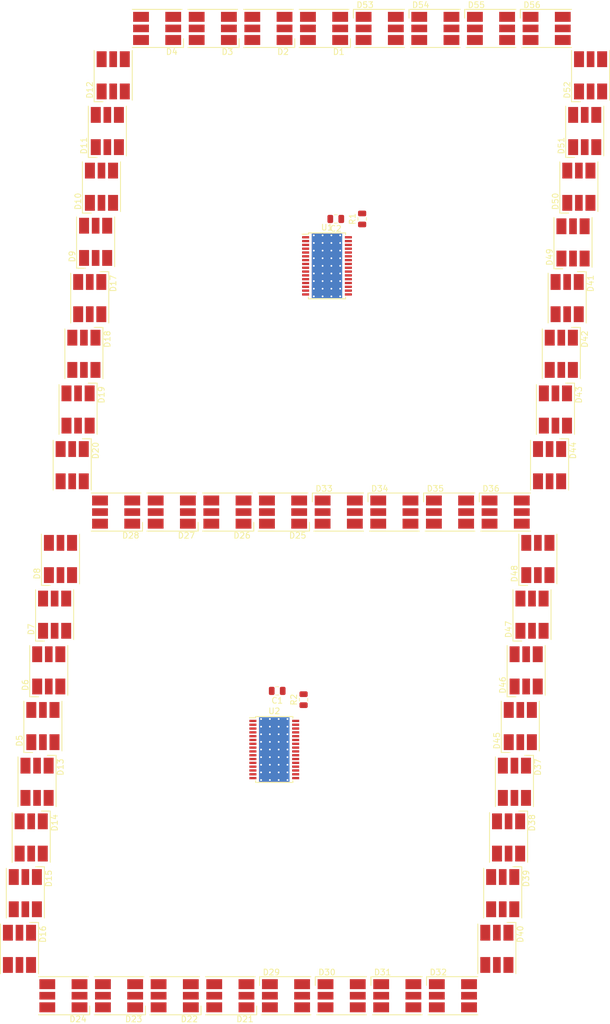
<source format=kicad_pcb>
(kicad_pcb (version 20171130) (host pcbnew "(5.1.2)-1")

  (general
    (thickness 1.6)
    (drawings 0)
    (tracks 0)
    (zones 0)
    (modules 62)
    (nets 180)
  )

  (page A4)
  (layers
    (0 F.Cu signal)
    (31 B.Cu signal)
    (32 B.Adhes user)
    (33 F.Adhes user)
    (34 B.Paste user)
    (35 F.Paste user)
    (36 B.SilkS user)
    (37 F.SilkS user)
    (38 B.Mask user)
    (39 F.Mask user)
    (40 Dwgs.User user)
    (41 Cmts.User user)
    (42 Eco1.User user)
    (43 Eco2.User user)
    (44 Edge.Cuts user)
    (45 Margin user)
    (46 B.CrtYd user)
    (47 F.CrtYd user)
    (48 B.Fab user)
    (49 F.Fab user)
  )

  (setup
    (last_trace_width 0.25)
    (trace_clearance 0.2)
    (zone_clearance 0.508)
    (zone_45_only no)
    (trace_min 0.2)
    (via_size 0.8)
    (via_drill 0.4)
    (via_min_size 0.4)
    (via_min_drill 0.3)
    (uvia_size 0.3)
    (uvia_drill 0.1)
    (uvias_allowed no)
    (uvia_min_size 0.2)
    (uvia_min_drill 0.1)
    (edge_width 0.05)
    (segment_width 0.2)
    (pcb_text_width 0.3)
    (pcb_text_size 1.5 1.5)
    (mod_edge_width 0.12)
    (mod_text_size 1 1)
    (mod_text_width 0.15)
    (pad_size 1.524 1.524)
    (pad_drill 0.762)
    (pad_to_mask_clearance 0.051)
    (solder_mask_min_width 0.25)
    (aux_axis_origin 0 0)
    (visible_elements 7FFFFFFF)
    (pcbplotparams
      (layerselection 0x010fc_ffffffff)
      (usegerberextensions false)
      (usegerberattributes false)
      (usegerberadvancedattributes false)
      (creategerberjobfile false)
      (excludeedgelayer true)
      (linewidth 0.100000)
      (plotframeref false)
      (viasonmask false)
      (mode 1)
      (useauxorigin false)
      (hpglpennumber 1)
      (hpglpenspeed 20)
      (hpglpendiameter 15.000000)
      (psnegative false)
      (psa4output false)
      (plotreference true)
      (plotvalue true)
      (plotinvisibletext false)
      (padsonsilk false)
      (subtractmaskfromsilk false)
      (outputformat 1)
      (mirror false)
      (drillshape 1)
      (scaleselection 1)
      (outputdirectory ""))
  )

  (net 0 "")
  (net 1 GND)
  (net 2 VCC)
  (net 3 "Net-(D1-Pad6)")
  (net 4 "Net-(D1-Pad5)")
  (net 5 "Net-(D1-Pad4)")
  (net 6 "Net-(D1-Pad3)")
  (net 7 "Net-(D1-Pad2)")
  (net 8 "Net-(D1-Pad1)")
  (net 9 "Net-(D2-Pad6)")
  (net 10 "Net-(D2-Pad5)")
  (net 11 "Net-(D2-Pad4)")
  (net 12 "Net-(D10-Pad1)")
  (net 13 "Net-(D10-Pad2)")
  (net 14 "Net-(D10-Pad3)")
  (net 15 "Net-(D5-Pad3)")
  (net 16 "Net-(D5-Pad2)")
  (net 17 "Net-(D5-Pad1)")
  (net 18 "Net-(D13-Pad1)")
  (net 19 "Net-(D13-Pad2)")
  (net 20 "Net-(D13-Pad3)")
  (net 21 "Net-(D10-Pad6)")
  (net 22 "Net-(D10-Pad5)")
  (net 23 "Net-(D10-Pad4)")
  (net 24 "Net-(D11-Pad6)")
  (net 25 "Net-(D11-Pad5)")
  (net 26 "Net-(D11-Pad4)")
  (net 27 "Net-(D13-Pad6)")
  (net 28 "Net-(D13-Pad5)")
  (net 29 "Net-(D13-Pad4)")
  (net 30 "Net-(D14-Pad6)")
  (net 31 "Net-(D14-Pad5)")
  (net 32 "Net-(D14-Pad4)")
  (net 33 "Net-(D15-Pad6)")
  (net 34 "Net-(D15-Pad5)")
  (net 35 "Net-(D15-Pad4)")
  (net 36 "Net-(D17-Pad6)")
  (net 37 "Net-(D17-Pad5)")
  (net 38 "Net-(D17-Pad4)")
  (net 39 "Net-(D18-Pad6)")
  (net 40 "Net-(D18-Pad5)")
  (net 41 "Net-(D18-Pad4)")
  (net 42 "Net-(D19-Pad6)")
  (net 43 "Net-(D19-Pad5)")
  (net 44 "Net-(D19-Pad4)")
  (net 45 "Net-(D21-Pad6)")
  (net 46 "Net-(D21-Pad5)")
  (net 47 "Net-(D21-Pad4)")
  (net 48 Vdrive)
  (net 49 "Net-(D29-Pad6)")
  (net 50 "Net-(D29-Pad5)")
  (net 51 "Net-(D29-Pad4)")
  (net 52 "Net-(D29-Pad3)")
  (net 53 "Net-(D29-Pad2)")
  (net 54 "Net-(D29-Pad1)")
  (net 55 "Net-(D30-Pad6)")
  (net 56 "Net-(D30-Pad5)")
  (net 57 "Net-(D30-Pad4)")
  (net 58 "Net-(D31-Pad6)")
  (net 59 "Net-(D31-Pad5)")
  (net 60 "Net-(D31-Pad4)")
  (net 61 "Net-(D33-Pad6)")
  (net 62 "Net-(D33-Pad5)")
  (net 63 "Net-(D33-Pad4)")
  (net 64 "Net-(D33-Pad3)")
  (net 65 "Net-(D33-Pad2)")
  (net 66 "Net-(D33-Pad1)")
  (net 67 "Net-(D34-Pad6)")
  (net 68 "Net-(D34-Pad5)")
  (net 69 "Net-(D34-Pad4)")
  (net 70 "Net-(D35-Pad6)")
  (net 71 "Net-(D35-Pad5)")
  (net 72 "Net-(D35-Pad4)")
  (net 73 "Net-(D37-Pad6)")
  (net 74 "Net-(D37-Pad5)")
  (net 75 "Net-(D37-Pad4)")
  (net 76 "Net-(D38-Pad6)")
  (net 77 "Net-(D38-Pad5)")
  (net 78 "Net-(D38-Pad4)")
  (net 79 "Net-(D39-Pad6)")
  (net 80 "Net-(D39-Pad5)")
  (net 81 "Net-(D39-Pad4)")
  (net 82 "Net-(D41-Pad6)")
  (net 83 "Net-(D41-Pad5)")
  (net 84 "Net-(D41-Pad4)")
  (net 85 "Net-(D42-Pad6)")
  (net 86 "Net-(D42-Pad5)")
  (net 87 "Net-(D42-Pad4)")
  (net 88 "Net-(D43-Pad6)")
  (net 89 "Net-(D43-Pad5)")
  (net 90 "Net-(D43-Pad4)")
  (net 91 "Net-(D45-Pad6)")
  (net 92 "Net-(D45-Pad5)")
  (net 93 "Net-(D45-Pad4)")
  (net 94 "Net-(D46-Pad6)")
  (net 95 "Net-(D46-Pad5)")
  (net 96 "Net-(D46-Pad4)")
  (net 97 "Net-(D47-Pad6)")
  (net 98 "Net-(D47-Pad5)")
  (net 99 "Net-(D47-Pad4)")
  (net 100 "Net-(D49-Pad6)")
  (net 101 "Net-(D49-Pad5)")
  (net 102 "Net-(D49-Pad4)")
  (net 103 "Net-(R1-Pad1)")
  (net 104 "Net-(R2-Pad1)")
  (net 105 "Net-(U1-Pad33)")
  (net 106 "Net-(U1-Pad30)")
  (net 107 "Net-(U2-Pad33)")
  (net 108 "Net-(D3-Pad6)")
  (net 109 "Net-(D3-Pad5)")
  (net 110 "Net-(D3-Pad4)")
  (net 111 "Net-(D5-Pad6)")
  (net 112 "Net-(D5-Pad5)")
  (net 113 "Net-(D5-Pad4)")
  (net 114 "Net-(D6-Pad6)")
  (net 115 "Net-(D6-Pad5)")
  (net 116 "Net-(D6-Pad4)")
  (net 117 "Net-(D7-Pad6)")
  (net 118 "Net-(D7-Pad5)")
  (net 119 "Net-(D7-Pad4)")
  (net 120 "Net-(D9-Pad3)")
  (net 121 "Net-(D9-Pad2)")
  (net 122 "Net-(D9-Pad1)")
  (net 123 "Net-(D17-Pad3)")
  (net 124 "Net-(D17-Pad2)")
  (net 125 "Net-(D17-Pad1)")
  (net 126 "Net-(D21-Pad3)")
  (net 127 "Net-(D21-Pad2)")
  (net 128 "Net-(D21-Pad1)")
  (net 129 "Net-(D22-Pad6)")
  (net 130 "Net-(D22-Pad5)")
  (net 131 "Net-(D22-Pad4)")
  (net 132 "Net-(D23-Pad6)")
  (net 133 "Net-(D23-Pad5)")
  (net 134 "Net-(D23-Pad4)")
  (net 135 "Net-(D25-Pad6)")
  (net 136 "Net-(D25-Pad5)")
  (net 137 "Net-(D25-Pad4)")
  (net 138 "Net-(D25-Pad3)")
  (net 139 "Net-(D25-Pad2)")
  (net 140 "Net-(D25-Pad1)")
  (net 141 "Net-(D26-Pad6)")
  (net 142 "Net-(D26-Pad5)")
  (net 143 "Net-(D26-Pad4)")
  (net 144 "Net-(D27-Pad6)")
  (net 145 "Net-(D27-Pad5)")
  (net 146 "Net-(D27-Pad4)")
  (net 147 "Net-(D37-Pad3)")
  (net 148 "Net-(D37-Pad2)")
  (net 149 "Net-(D37-Pad1)")
  (net 150 "Net-(D41-Pad3)")
  (net 151 "Net-(D41-Pad2)")
  (net 152 "Net-(D41-Pad1)")
  (net 153 "Net-(D45-Pad3)")
  (net 154 "Net-(D45-Pad2)")
  (net 155 "Net-(D45-Pad1)")
  (net 156 "Net-(D49-Pad3)")
  (net 157 "Net-(D49-Pad2)")
  (net 158 "Net-(D49-Pad1)")
  (net 159 "Net-(D50-Pad6)")
  (net 160 "Net-(D50-Pad5)")
  (net 161 "Net-(D50-Pad4)")
  (net 162 "Net-(D51-Pad6)")
  (net 163 "Net-(D51-Pad5)")
  (net 164 "Net-(D51-Pad4)")
  (net 165 "Net-(D53-Pad6)")
  (net 166 "Net-(D53-Pad5)")
  (net 167 "Net-(D53-Pad4)")
  (net 168 "Net-(D53-Pad3)")
  (net 169 "Net-(D53-Pad2)")
  (net 170 "Net-(D53-Pad1)")
  (net 171 "Net-(D54-Pad6)")
  (net 172 "Net-(D54-Pad5)")
  (net 173 "Net-(D54-Pad4)")
  (net 174 "Net-(D55-Pad6)")
  (net 175 "Net-(D55-Pad5)")
  (net 176 "Net-(D55-Pad4)")
  (net 177 "Net-(J3-Pad8)")
  (net 178 "Net-(J3-Pad6)")
  (net 179 "Net-(J3-Pad4)")

  (net_class Default "Dies ist die voreingestellte Netzklasse."
    (clearance 0.2)
    (trace_width 0.25)
    (via_dia 0.8)
    (via_drill 0.4)
    (uvia_dia 0.3)
    (uvia_drill 0.1)
    (add_net GND)
    (add_net "Net-(D1-Pad1)")
    (add_net "Net-(D1-Pad2)")
    (add_net "Net-(D1-Pad3)")
    (add_net "Net-(D1-Pad4)")
    (add_net "Net-(D1-Pad5)")
    (add_net "Net-(D1-Pad6)")
    (add_net "Net-(D10-Pad1)")
    (add_net "Net-(D10-Pad2)")
    (add_net "Net-(D10-Pad3)")
    (add_net "Net-(D10-Pad4)")
    (add_net "Net-(D10-Pad5)")
    (add_net "Net-(D10-Pad6)")
    (add_net "Net-(D11-Pad4)")
    (add_net "Net-(D11-Pad5)")
    (add_net "Net-(D11-Pad6)")
    (add_net "Net-(D13-Pad1)")
    (add_net "Net-(D13-Pad2)")
    (add_net "Net-(D13-Pad3)")
    (add_net "Net-(D13-Pad4)")
    (add_net "Net-(D13-Pad5)")
    (add_net "Net-(D13-Pad6)")
    (add_net "Net-(D14-Pad4)")
    (add_net "Net-(D14-Pad5)")
    (add_net "Net-(D14-Pad6)")
    (add_net "Net-(D15-Pad4)")
    (add_net "Net-(D15-Pad5)")
    (add_net "Net-(D15-Pad6)")
    (add_net "Net-(D17-Pad1)")
    (add_net "Net-(D17-Pad2)")
    (add_net "Net-(D17-Pad3)")
    (add_net "Net-(D17-Pad4)")
    (add_net "Net-(D17-Pad5)")
    (add_net "Net-(D17-Pad6)")
    (add_net "Net-(D18-Pad4)")
    (add_net "Net-(D18-Pad5)")
    (add_net "Net-(D18-Pad6)")
    (add_net "Net-(D19-Pad4)")
    (add_net "Net-(D19-Pad5)")
    (add_net "Net-(D19-Pad6)")
    (add_net "Net-(D2-Pad4)")
    (add_net "Net-(D2-Pad5)")
    (add_net "Net-(D2-Pad6)")
    (add_net "Net-(D21-Pad1)")
    (add_net "Net-(D21-Pad2)")
    (add_net "Net-(D21-Pad3)")
    (add_net "Net-(D21-Pad4)")
    (add_net "Net-(D21-Pad5)")
    (add_net "Net-(D21-Pad6)")
    (add_net "Net-(D22-Pad4)")
    (add_net "Net-(D22-Pad5)")
    (add_net "Net-(D22-Pad6)")
    (add_net "Net-(D23-Pad4)")
    (add_net "Net-(D23-Pad5)")
    (add_net "Net-(D23-Pad6)")
    (add_net "Net-(D25-Pad1)")
    (add_net "Net-(D25-Pad2)")
    (add_net "Net-(D25-Pad3)")
    (add_net "Net-(D25-Pad4)")
    (add_net "Net-(D25-Pad5)")
    (add_net "Net-(D25-Pad6)")
    (add_net "Net-(D26-Pad4)")
    (add_net "Net-(D26-Pad5)")
    (add_net "Net-(D26-Pad6)")
    (add_net "Net-(D27-Pad4)")
    (add_net "Net-(D27-Pad5)")
    (add_net "Net-(D27-Pad6)")
    (add_net "Net-(D29-Pad1)")
    (add_net "Net-(D29-Pad2)")
    (add_net "Net-(D29-Pad3)")
    (add_net "Net-(D29-Pad4)")
    (add_net "Net-(D29-Pad5)")
    (add_net "Net-(D29-Pad6)")
    (add_net "Net-(D3-Pad4)")
    (add_net "Net-(D3-Pad5)")
    (add_net "Net-(D3-Pad6)")
    (add_net "Net-(D30-Pad4)")
    (add_net "Net-(D30-Pad5)")
    (add_net "Net-(D30-Pad6)")
    (add_net "Net-(D31-Pad4)")
    (add_net "Net-(D31-Pad5)")
    (add_net "Net-(D31-Pad6)")
    (add_net "Net-(D33-Pad1)")
    (add_net "Net-(D33-Pad2)")
    (add_net "Net-(D33-Pad3)")
    (add_net "Net-(D33-Pad4)")
    (add_net "Net-(D33-Pad5)")
    (add_net "Net-(D33-Pad6)")
    (add_net "Net-(D34-Pad4)")
    (add_net "Net-(D34-Pad5)")
    (add_net "Net-(D34-Pad6)")
    (add_net "Net-(D35-Pad4)")
    (add_net "Net-(D35-Pad5)")
    (add_net "Net-(D35-Pad6)")
    (add_net "Net-(D37-Pad1)")
    (add_net "Net-(D37-Pad2)")
    (add_net "Net-(D37-Pad3)")
    (add_net "Net-(D37-Pad4)")
    (add_net "Net-(D37-Pad5)")
    (add_net "Net-(D37-Pad6)")
    (add_net "Net-(D38-Pad4)")
    (add_net "Net-(D38-Pad5)")
    (add_net "Net-(D38-Pad6)")
    (add_net "Net-(D39-Pad4)")
    (add_net "Net-(D39-Pad5)")
    (add_net "Net-(D39-Pad6)")
    (add_net "Net-(D41-Pad1)")
    (add_net "Net-(D41-Pad2)")
    (add_net "Net-(D41-Pad3)")
    (add_net "Net-(D41-Pad4)")
    (add_net "Net-(D41-Pad5)")
    (add_net "Net-(D41-Pad6)")
    (add_net "Net-(D42-Pad4)")
    (add_net "Net-(D42-Pad5)")
    (add_net "Net-(D42-Pad6)")
    (add_net "Net-(D43-Pad4)")
    (add_net "Net-(D43-Pad5)")
    (add_net "Net-(D43-Pad6)")
    (add_net "Net-(D45-Pad1)")
    (add_net "Net-(D45-Pad2)")
    (add_net "Net-(D45-Pad3)")
    (add_net "Net-(D45-Pad4)")
    (add_net "Net-(D45-Pad5)")
    (add_net "Net-(D45-Pad6)")
    (add_net "Net-(D46-Pad4)")
    (add_net "Net-(D46-Pad5)")
    (add_net "Net-(D46-Pad6)")
    (add_net "Net-(D47-Pad4)")
    (add_net "Net-(D47-Pad5)")
    (add_net "Net-(D47-Pad6)")
    (add_net "Net-(D49-Pad1)")
    (add_net "Net-(D49-Pad2)")
    (add_net "Net-(D49-Pad3)")
    (add_net "Net-(D49-Pad4)")
    (add_net "Net-(D49-Pad5)")
    (add_net "Net-(D49-Pad6)")
    (add_net "Net-(D5-Pad1)")
    (add_net "Net-(D5-Pad2)")
    (add_net "Net-(D5-Pad3)")
    (add_net "Net-(D5-Pad4)")
    (add_net "Net-(D5-Pad5)")
    (add_net "Net-(D5-Pad6)")
    (add_net "Net-(D50-Pad4)")
    (add_net "Net-(D50-Pad5)")
    (add_net "Net-(D50-Pad6)")
    (add_net "Net-(D51-Pad4)")
    (add_net "Net-(D51-Pad5)")
    (add_net "Net-(D51-Pad6)")
    (add_net "Net-(D53-Pad1)")
    (add_net "Net-(D53-Pad2)")
    (add_net "Net-(D53-Pad3)")
    (add_net "Net-(D53-Pad4)")
    (add_net "Net-(D53-Pad5)")
    (add_net "Net-(D53-Pad6)")
    (add_net "Net-(D54-Pad4)")
    (add_net "Net-(D54-Pad5)")
    (add_net "Net-(D54-Pad6)")
    (add_net "Net-(D55-Pad4)")
    (add_net "Net-(D55-Pad5)")
    (add_net "Net-(D55-Pad6)")
    (add_net "Net-(D6-Pad4)")
    (add_net "Net-(D6-Pad5)")
    (add_net "Net-(D6-Pad6)")
    (add_net "Net-(D7-Pad4)")
    (add_net "Net-(D7-Pad5)")
    (add_net "Net-(D7-Pad6)")
    (add_net "Net-(D9-Pad1)")
    (add_net "Net-(D9-Pad2)")
    (add_net "Net-(D9-Pad3)")
    (add_net "Net-(J3-Pad4)")
    (add_net "Net-(J3-Pad6)")
    (add_net "Net-(J3-Pad8)")
    (add_net "Net-(R1-Pad1)")
    (add_net "Net-(R2-Pad1)")
    (add_net "Net-(U1-Pad30)")
    (add_net "Net-(U1-Pad33)")
    (add_net "Net-(U2-Pad33)")
    (add_net VCC)
    (add_net Vdrive)
  )

  (module Resistor_SMD:R_0805_2012Metric (layer F.Cu) (tedit 5B36C52B) (tstamp 5D6D07FF)
    (at 90.5 55 90)
    (descr "Resistor SMD 0805 (2012 Metric), square (rectangular) end terminal, IPC_7351 nominal, (Body size source: https://docs.google.com/spreadsheets/d/1BsfQQcO9C6DZCsRaXUlFlo91Tg2WpOkGARC1WS5S8t0/edit?usp=sharing), generated with kicad-footprint-generator")
    (tags resistor)
    (path /5DE16A67)
    (attr smd)
    (fp_text reference R1 (at 0 -1.65 90) (layer F.SilkS)
      (effects (font (size 1 1) (thickness 0.15)))
    )
    (fp_text value R_Small (at 0 1.65 90) (layer F.Fab) hide
      (effects (font (size 1 1) (thickness 0.15)))
    )
    (fp_text user %R (at 0 0 90) (layer F.Fab) hide
      (effects (font (size 0.5 0.5) (thickness 0.08)))
    )
    (fp_line (start 1.68 0.95) (end -1.68 0.95) (layer F.CrtYd) (width 0.05))
    (fp_line (start 1.68 -0.95) (end 1.68 0.95) (layer F.CrtYd) (width 0.05))
    (fp_line (start -1.68 -0.95) (end 1.68 -0.95) (layer F.CrtYd) (width 0.05))
    (fp_line (start -1.68 0.95) (end -1.68 -0.95) (layer F.CrtYd) (width 0.05))
    (fp_line (start -0.258578 0.71) (end 0.258578 0.71) (layer F.SilkS) (width 0.12))
    (fp_line (start -0.258578 -0.71) (end 0.258578 -0.71) (layer F.SilkS) (width 0.12))
    (fp_line (start 1 0.6) (end -1 0.6) (layer F.Fab) (width 0.1))
    (fp_line (start 1 -0.6) (end 1 0.6) (layer F.Fab) (width 0.1))
    (fp_line (start -1 -0.6) (end 1 -0.6) (layer F.Fab) (width 0.1))
    (fp_line (start -1 0.6) (end -1 -0.6) (layer F.Fab) (width 0.1))
    (pad 2 smd roundrect (at 0.9375 0 90) (size 0.975 1.4) (layers F.Cu F.Paste F.Mask) (roundrect_rratio 0.25)
      (net 1 GND))
    (pad 1 smd roundrect (at -0.9375 0 90) (size 0.975 1.4) (layers F.Cu F.Paste F.Mask) (roundrect_rratio 0.25)
      (net 103 "Net-(R1-Pad1)"))
    (model ${KISYS3DMOD}/Resistor_SMD.3dshapes/R_0805_2012Metric.wrl
      (at (xyz 0 0 0))
      (scale (xyz 1 1 1))
      (rotate (xyz 0 0 0))
    )
  )

  (module Resistor_SMD:R_0805_2012Metric (layer F.Cu) (tedit 5B36C52B) (tstamp 5D6D07CF)
    (at 80.5 137 90)
    (descr "Resistor SMD 0805 (2012 Metric), square (rectangular) end terminal, IPC_7351 nominal, (Body size source: https://docs.google.com/spreadsheets/d/1BsfQQcO9C6DZCsRaXUlFlo91Tg2WpOkGARC1WS5S8t0/edit?usp=sharing), generated with kicad-footprint-generator")
    (tags resistor)
    (path /5E0458A4)
    (attr smd)
    (fp_text reference R2 (at 0 -1.65 90) (layer F.SilkS)
      (effects (font (size 1 1) (thickness 0.15)))
    )
    (fp_text value R_Small (at 0 1.65 90) (layer F.Fab) hide
      (effects (font (size 1 1) (thickness 0.15)))
    )
    (fp_line (start -1 0.6) (end -1 -0.6) (layer F.Fab) (width 0.1))
    (fp_line (start -1 -0.6) (end 1 -0.6) (layer F.Fab) (width 0.1))
    (fp_line (start 1 -0.6) (end 1 0.6) (layer F.Fab) (width 0.1))
    (fp_line (start 1 0.6) (end -1 0.6) (layer F.Fab) (width 0.1))
    (fp_line (start -0.258578 -0.71) (end 0.258578 -0.71) (layer F.SilkS) (width 0.12))
    (fp_line (start -0.258578 0.71) (end 0.258578 0.71) (layer F.SilkS) (width 0.12))
    (fp_line (start -1.68 0.95) (end -1.68 -0.95) (layer F.CrtYd) (width 0.05))
    (fp_line (start -1.68 -0.95) (end 1.68 -0.95) (layer F.CrtYd) (width 0.05))
    (fp_line (start 1.68 -0.95) (end 1.68 0.95) (layer F.CrtYd) (width 0.05))
    (fp_line (start 1.68 0.95) (end -1.68 0.95) (layer F.CrtYd) (width 0.05))
    (fp_text user %R (at 0 0 90) (layer F.Fab) hide
      (effects (font (size 0.5 0.5) (thickness 0.08)))
    )
    (pad 1 smd roundrect (at -0.9375 0 90) (size 0.975 1.4) (layers F.Cu F.Paste F.Mask) (roundrect_rratio 0.25)
      (net 104 "Net-(R2-Pad1)"))
    (pad 2 smd roundrect (at 0.9375 0 90) (size 0.975 1.4) (layers F.Cu F.Paste F.Mask) (roundrect_rratio 0.25)
      (net 1 GND))
    (model ${KISYS3DMOD}/Resistor_SMD.3dshapes/R_0805_2012Metric.wrl
      (at (xyz 0 0 0))
      (scale (xyz 1 1 1))
      (rotate (xyz 0 0 0))
    )
  )

  (module Package_SO:HTSSOP-32-1EP_6.1x11mm_P0.65mm_EP5.2x11mm_Mask4.11x4.36mm_ThermalVias (layer F.Cu) (tedit 5A671D40) (tstamp 5D6D0A1B)
    (at 84.5 63)
    (descr "HTSSOP32: plastic thin shrink small outline package; 32 leads; body width 6.1 mm; lead pitch 0.65 mm (see NXP SSOP-TSSOP-VSO-REFLOW.pdf and sot487-1_po.pdf)")
    (tags "SSOP 0.65 PowerPAD")
    (path /5D9B001C)
    (attr smd)
    (fp_text reference U1 (at 0 -6.55) (layer F.SilkS)
      (effects (font (size 1 1) (thickness 0.15)))
    )
    (fp_text value TLC5952 (at 0 6.55) (layer F.Fab) hide
      (effects (font (size 1 1) (thickness 0.15)))
    )
    (fp_text user %R (at 0 0) (layer F.Fab) hide
      (effects (font (size 0.8 0.8) (thickness 0.15)))
    )
    (fp_line (start 3.175 5.625) (end 3.175 5.3) (layer F.SilkS) (width 0.15))
    (fp_line (start -3.175 5.625) (end 3.175 5.625) (layer F.SilkS) (width 0.15))
    (fp_line (start -3.175 5.3) (end -3.175 5.625) (layer F.SilkS) (width 0.15))
    (fp_line (start 3.175 -5.625) (end 3.175 -5.3) (layer F.SilkS) (width 0.15))
    (fp_line (start -3.175 -5.625) (end 3.175 -5.625) (layer F.SilkS) (width 0.15))
    (fp_line (start -3.175 -5.4) (end -3.175 -5.625) (layer F.SilkS) (width 0.15))
    (fp_line (start -4.25 -5.4) (end -3.175 -5.4) (layer F.SilkS) (width 0.15))
    (fp_line (start 4.5 -5.8) (end -4.5 -5.8) (layer F.CrtYd) (width 0.05))
    (fp_line (start 4.5 5.8) (end 4.5 -5.8) (layer F.CrtYd) (width 0.05))
    (fp_line (start -4.5 5.8) (end 4.5 5.8) (layer F.CrtYd) (width 0.05))
    (fp_line (start -4.5 -5.8) (end -4.5 5.8) (layer F.CrtYd) (width 0.05))
    (fp_line (start 3.05 -5.5) (end 3.05 5.5) (layer F.Fab) (width 0.15))
    (fp_line (start -2.05 -5.5) (end 3.05 -5.5) (layer F.Fab) (width 0.15))
    (fp_line (start -3.05 -4.5) (end -2.05 -5.5) (layer F.Fab) (width 0.15))
    (fp_line (start -3.05 5.5) (end -3.05 -4.5) (layer F.Fab) (width 0.15))
    (fp_line (start 3.05 5.5) (end -3.05 5.5) (layer F.Fab) (width 0.15))
    (pad 33 smd rect (at 0 0) (size 5.2 11) (layers B.Cu)
      (net 105 "Net-(U1-Pad33)"))
    (pad "" smd rect (at -1.365 -1.725) (size 0.93 0.55) (layers F.Paste))
    (pad "" smd rect (at -1.365 1.725) (size 0.93 0.55) (layers F.Paste))
    (pad "" smd rect (at 1.365 1.725) (size 0.93 0.55) (layers F.Paste))
    (pad "" smd rect (at 1.365 -1.725) (size 0.93 0.55) (layers F.Paste))
    (pad "" smd rect (at 1.365 -0.65) (size 0.93 1) (layers F.Paste))
    (pad "" smd rect (at 1.365 0.65) (size 0.93 1) (layers F.Paste))
    (pad "" smd rect (at -1.365 0.65) (size 0.93 1) (layers F.Paste))
    (pad "" smd rect (at -1.365 -0.65) (size 0.93 1) (layers F.Paste))
    (pad "" smd rect (at 0 -1.725) (size 1.2 0.55) (layers F.Paste))
    (pad "" smd rect (at 0 1.725) (size 1.2 0.55) (layers F.Paste))
    (pad "" smd rect (at 0 0.65) (size 1.2 1) (layers F.Paste))
    (pad "" smd rect (at 0 -0.65) (size 1.2 1) (layers F.Paste))
    (pad 33 thru_hole circle (at 0.75 5.2) (size 0.6 0.6) (drill 0.3) (layers *.Cu)
      (net 105 "Net-(U1-Pad33)"))
    (pad 33 thru_hole circle (at 2.25 5.2) (size 0.6 0.6) (drill 0.3) (layers *.Cu)
      (net 105 "Net-(U1-Pad33)"))
    (pad 33 thru_hole circle (at -2.25 5.2) (size 0.6 0.6) (drill 0.3) (layers *.Cu)
      (net 105 "Net-(U1-Pad33)"))
    (pad 33 thru_hole circle (at -0.75 5.2) (size 0.6 0.6) (drill 0.3) (layers *.Cu)
      (net 105 "Net-(U1-Pad33)"))
    (pad 33 thru_hole circle (at 0.75 3.9) (size 0.6 0.6) (drill 0.3) (layers *.Cu)
      (net 105 "Net-(U1-Pad33)"))
    (pad 33 thru_hole circle (at 0.75 2.6) (size 0.6 0.6) (drill 0.3) (layers *.Cu)
      (net 105 "Net-(U1-Pad33)"))
    (pad 33 thru_hole circle (at -0.75 2.6) (size 0.6 0.6) (drill 0.3) (layers *.Cu)
      (net 105 "Net-(U1-Pad33)"))
    (pad 33 thru_hole circle (at -2.25 2.6) (size 0.6 0.6) (drill 0.3) (layers *.Cu)
      (net 105 "Net-(U1-Pad33)"))
    (pad 33 thru_hole circle (at -0.75 3.9) (size 0.6 0.6) (drill 0.3) (layers *.Cu)
      (net 105 "Net-(U1-Pad33)"))
    (pad 33 thru_hole circle (at 2.25 3.9) (size 0.6 0.6) (drill 0.3) (layers *.Cu)
      (net 105 "Net-(U1-Pad33)"))
    (pad 33 thru_hole circle (at -2.25 3.9) (size 0.6 0.6) (drill 0.3) (layers *.Cu)
      (net 105 "Net-(U1-Pad33)"))
    (pad 33 thru_hole circle (at 2.25 2.6) (size 0.6 0.6) (drill 0.3) (layers *.Cu)
      (net 105 "Net-(U1-Pad33)"))
    (pad 33 thru_hole circle (at 0.75 1.3) (size 0.6 0.6) (drill 0.3) (layers *.Cu)
      (net 105 "Net-(U1-Pad33)"))
    (pad 33 thru_hole circle (at 0.75 0) (size 0.6 0.6) (drill 0.3) (layers *.Cu)
      (net 105 "Net-(U1-Pad33)"))
    (pad 33 thru_hole circle (at -0.75 0) (size 0.6 0.6) (drill 0.3) (layers *.Cu)
      (net 105 "Net-(U1-Pad33)"))
    (pad 33 thru_hole circle (at -2.25 0) (size 0.6 0.6) (drill 0.3) (layers *.Cu)
      (net 105 "Net-(U1-Pad33)"))
    (pad 33 thru_hole circle (at -0.75 1.3) (size 0.6 0.6) (drill 0.3) (layers *.Cu)
      (net 105 "Net-(U1-Pad33)"))
    (pad 33 thru_hole circle (at 2.25 1.3) (size 0.6 0.6) (drill 0.3) (layers *.Cu)
      (net 105 "Net-(U1-Pad33)"))
    (pad 33 thru_hole circle (at -2.25 1.3) (size 0.6 0.6) (drill 0.3) (layers *.Cu)
      (net 105 "Net-(U1-Pad33)"))
    (pad 33 thru_hole circle (at 2.25 0) (size 0.6 0.6) (drill 0.3) (layers *.Cu)
      (net 105 "Net-(U1-Pad33)"))
    (pad 33 thru_hole circle (at 0.75 -1.3) (size 0.6 0.6) (drill 0.3) (layers *.Cu)
      (net 105 "Net-(U1-Pad33)"))
    (pad 33 thru_hole circle (at 0.75 -2.6) (size 0.6 0.6) (drill 0.3) (layers *.Cu)
      (net 105 "Net-(U1-Pad33)"))
    (pad 33 thru_hole circle (at -0.75 -2.6) (size 0.6 0.6) (drill 0.3) (layers *.Cu)
      (net 105 "Net-(U1-Pad33)"))
    (pad 33 thru_hole circle (at -2.25 -2.6) (size 0.6 0.6) (drill 0.3) (layers *.Cu)
      (net 105 "Net-(U1-Pad33)"))
    (pad 33 thru_hole circle (at -0.75 -1.3) (size 0.6 0.6) (drill 0.3) (layers *.Cu)
      (net 105 "Net-(U1-Pad33)"))
    (pad 33 thru_hole circle (at 2.25 -1.3) (size 0.6 0.6) (drill 0.3) (layers *.Cu)
      (net 105 "Net-(U1-Pad33)"))
    (pad 33 thru_hole circle (at -2.25 -1.3) (size 0.6 0.6) (drill 0.3) (layers *.Cu)
      (net 105 "Net-(U1-Pad33)"))
    (pad 33 thru_hole circle (at 2.25 -2.6) (size 0.6 0.6) (drill 0.3) (layers *.Cu)
      (net 105 "Net-(U1-Pad33)"))
    (pad 33 thru_hole circle (at 2.25 -3.9) (size 0.6 0.6) (drill 0.3) (layers *.Cu)
      (net 105 "Net-(U1-Pad33)"))
    (pad 33 thru_hole circle (at 0.75 -3.9) (size 0.6 0.6) (drill 0.3) (layers *.Cu)
      (net 105 "Net-(U1-Pad33)"))
    (pad 33 thru_hole circle (at -0.75 -3.9) (size 0.6 0.6) (drill 0.3) (layers *.Cu)
      (net 105 "Net-(U1-Pad33)"))
    (pad 33 thru_hole circle (at -2.25 -3.9) (size 0.6 0.6) (drill 0.3) (layers *.Cu)
      (net 105 "Net-(U1-Pad33)"))
    (pad 33 thru_hole circle (at 2.25 -5.2) (size 0.6 0.6) (drill 0.3) (layers *.Cu)
      (net 105 "Net-(U1-Pad33)"))
    (pad 33 thru_hole circle (at 0.75 -5.2) (size 0.6 0.6) (drill 0.3) (layers *.Cu)
      (net 105 "Net-(U1-Pad33)"))
    (pad 33 thru_hole circle (at -0.75 -5.2) (size 0.6 0.6) (drill 0.3) (layers *.Cu)
      (net 105 "Net-(U1-Pad33)"))
    (pad 33 thru_hole circle (at -2.25 -5.2) (size 0.6 0.6) (drill 0.3) (layers *.Cu)
      (net 105 "Net-(U1-Pad33)"))
    (pad "" smd rect (at 0 0) (size 4.11 4.36) (layers F.Mask))
    (pad 33 smd rect (at 0 0) (size 5.2 11) (layers F.Cu)
      (net 105 "Net-(U1-Pad33)"))
    (pad 32 smd rect (at 3.65 -4.875) (size 1.2 0.4) (layers F.Cu F.Paste F.Mask)
      (net 103 "Net-(R1-Pad1)"))
    (pad 31 smd rect (at 3.65 -4.225) (size 1.2 0.4) (layers F.Cu F.Paste F.Mask)
      (net 2 VCC))
    (pad 30 smd rect (at 3.65 -3.575) (size 1.2 0.4) (layers F.Cu F.Paste F.Mask)
      (net 106 "Net-(U1-Pad30)"))
    (pad 29 smd rect (at 3.65 -2.925) (size 1.2 0.4) (layers F.Cu F.Paste F.Mask)
      (net 177 "Net-(J3-Pad8)"))
    (pad 28 smd rect (at 3.65 -2.275) (size 1.2 0.4) (layers F.Cu F.Paste F.Mask)
      (net 170 "Net-(D53-Pad1)"))
    (pad 27 smd rect (at 3.65 -1.625) (size 1.2 0.4) (layers F.Cu F.Paste F.Mask)
      (net 169 "Net-(D53-Pad2)"))
    (pad 26 smd rect (at 3.65 -0.975) (size 1.2 0.4) (layers F.Cu F.Paste F.Mask)
      (net 168 "Net-(D53-Pad3)"))
    (pad 25 smd rect (at 3.65 -0.325) (size 1.2 0.4) (layers F.Cu F.Paste F.Mask)
      (net 158 "Net-(D49-Pad1)"))
    (pad 24 smd rect (at 3.65 0.325) (size 1.2 0.4) (layers F.Cu F.Paste F.Mask)
      (net 157 "Net-(D49-Pad2)"))
    (pad 23 smd rect (at 3.65 0.975) (size 1.2 0.4) (layers F.Cu F.Paste F.Mask)
      (net 156 "Net-(D49-Pad3)"))
    (pad 22 smd rect (at 3.65 1.625) (size 1.2 0.4) (layers F.Cu F.Paste F.Mask)
      (net 152 "Net-(D41-Pad1)"))
    (pad 21 smd rect (at 3.65 2.275) (size 1.2 0.4) (layers F.Cu F.Paste F.Mask)
      (net 151 "Net-(D41-Pad2)"))
    (pad 20 smd rect (at 3.65 2.925) (size 1.2 0.4) (layers F.Cu F.Paste F.Mask)
      (net 150 "Net-(D41-Pad3)"))
    (pad 19 smd rect (at 3.65 3.575) (size 1.2 0.4) (layers F.Cu F.Paste F.Mask)
      (net 66 "Net-(D33-Pad1)"))
    (pad 18 smd rect (at 3.65 4.225) (size 1.2 0.4) (layers F.Cu F.Paste F.Mask)
      (net 65 "Net-(D33-Pad2)"))
    (pad 17 smd rect (at 3.65 4.875) (size 1.2 0.4) (layers F.Cu F.Paste F.Mask)
      (net 64 "Net-(D33-Pad3)"))
    (pad 16 smd rect (at -3.65 4.875) (size 1.2 0.4) (layers F.Cu F.Paste F.Mask)
      (net 140 "Net-(D25-Pad1)"))
    (pad 15 smd rect (at -3.65 4.225) (size 1.2 0.4) (layers F.Cu F.Paste F.Mask)
      (net 139 "Net-(D25-Pad2)"))
    (pad 14 smd rect (at -3.65 3.575) (size 1.2 0.4) (layers F.Cu F.Paste F.Mask)
      (net 138 "Net-(D25-Pad3)"))
    (pad 13 smd rect (at -3.65 2.925) (size 1.2 0.4) (layers F.Cu F.Paste F.Mask)
      (net 125 "Net-(D17-Pad1)"))
    (pad 12 smd rect (at -3.65 2.275) (size 1.2 0.4) (layers F.Cu F.Paste F.Mask)
      (net 124 "Net-(D17-Pad2)"))
    (pad 11 smd rect (at -3.65 1.625) (size 1.2 0.4) (layers F.Cu F.Paste F.Mask)
      (net 123 "Net-(D17-Pad3)"))
    (pad 10 smd rect (at -3.65 0.975) (size 1.2 0.4) (layers F.Cu F.Paste F.Mask)
      (net 122 "Net-(D9-Pad1)"))
    (pad 9 smd rect (at -3.65 0.325) (size 1.2 0.4) (layers F.Cu F.Paste F.Mask)
      (net 121 "Net-(D9-Pad2)"))
    (pad 8 smd rect (at -3.65 -0.325) (size 1.2 0.4) (layers F.Cu F.Paste F.Mask)
      (net 120 "Net-(D9-Pad3)"))
    (pad 7 smd rect (at -3.65 -0.975) (size 1.2 0.4) (layers F.Cu F.Paste F.Mask)
      (net 8 "Net-(D1-Pad1)"))
    (pad 6 smd rect (at -3.65 -1.625) (size 1.2 0.4) (layers F.Cu F.Paste F.Mask)
      (net 7 "Net-(D1-Pad2)"))
    (pad 5 smd rect (at -3.65 -2.275) (size 1.2 0.4) (layers F.Cu F.Paste F.Mask)
      (net 6 "Net-(D1-Pad3)"))
    (pad 4 smd rect (at -3.65 -2.925) (size 1.2 0.4) (layers F.Cu F.Paste F.Mask)
      (net 178 "Net-(J3-Pad6)"))
    (pad 3 smd rect (at -3.65 -3.575) (size 1.2 0.4) (layers F.Cu F.Paste F.Mask)
      (net 179 "Net-(J3-Pad4)"))
    (pad 2 smd rect (at -3.65 -4.225) (size 1.2 0.4) (layers F.Cu F.Paste F.Mask))
    (pad 1 smd rect (at -3.65 -4.875) (size 1.2 0.4) (layers F.Cu F.Paste F.Mask)
      (net 1 GND))
    (model ${KISYS3DMOD}/Package_SO.3dshapes/HTSSOP-32-1EP_6.1x11mm_P0.65mm_EP5.2x11mm.wrl
      (at (xyz 0 0 0))
      (scale (xyz 1 1 1))
      (rotate (xyz 0 0 0))
    )
  )

  (module Package_SO:HTSSOP-32-1EP_6.1x11mm_P0.65mm_EP5.2x11mm_Mask4.11x4.36mm_ThermalVias (layer F.Cu) (tedit 5A671D40) (tstamp 5D6D08E6)
    (at 75.5 145.5)
    (descr "HTSSOP32: plastic thin shrink small outline package; 32 leads; body width 6.1 mm; lead pitch 0.65 mm (see NXP SSOP-TSSOP-VSO-REFLOW.pdf and sot487-1_po.pdf)")
    (tags "SSOP 0.65 PowerPAD")
    (path /5E045839)
    (attr smd)
    (fp_text reference U2 (at 0 -6.55) (layer F.SilkS)
      (effects (font (size 1 1) (thickness 0.15)))
    )
    (fp_text value TLC5952 (at 0 6.55) (layer F.Fab) hide
      (effects (font (size 1 1) (thickness 0.15)))
    )
    (fp_line (start 3.05 5.5) (end -3.05 5.5) (layer F.Fab) (width 0.15))
    (fp_line (start -3.05 5.5) (end -3.05 -4.5) (layer F.Fab) (width 0.15))
    (fp_line (start -3.05 -4.5) (end -2.05 -5.5) (layer F.Fab) (width 0.15))
    (fp_line (start -2.05 -5.5) (end 3.05 -5.5) (layer F.Fab) (width 0.15))
    (fp_line (start 3.05 -5.5) (end 3.05 5.5) (layer F.Fab) (width 0.15))
    (fp_line (start -4.5 -5.8) (end -4.5 5.8) (layer F.CrtYd) (width 0.05))
    (fp_line (start -4.5 5.8) (end 4.5 5.8) (layer F.CrtYd) (width 0.05))
    (fp_line (start 4.5 5.8) (end 4.5 -5.8) (layer F.CrtYd) (width 0.05))
    (fp_line (start 4.5 -5.8) (end -4.5 -5.8) (layer F.CrtYd) (width 0.05))
    (fp_line (start -4.25 -5.4) (end -3.175 -5.4) (layer F.SilkS) (width 0.15))
    (fp_line (start -3.175 -5.4) (end -3.175 -5.625) (layer F.SilkS) (width 0.15))
    (fp_line (start -3.175 -5.625) (end 3.175 -5.625) (layer F.SilkS) (width 0.15))
    (fp_line (start 3.175 -5.625) (end 3.175 -5.3) (layer F.SilkS) (width 0.15))
    (fp_line (start -3.175 5.3) (end -3.175 5.625) (layer F.SilkS) (width 0.15))
    (fp_line (start -3.175 5.625) (end 3.175 5.625) (layer F.SilkS) (width 0.15))
    (fp_line (start 3.175 5.625) (end 3.175 5.3) (layer F.SilkS) (width 0.15))
    (fp_text user %R (at 0 0) (layer F.Fab) hide
      (effects (font (size 0.8 0.8) (thickness 0.15)))
    )
    (pad 1 smd rect (at -3.65 -4.875) (size 1.2 0.4) (layers F.Cu F.Paste F.Mask)
      (net 1 GND))
    (pad 2 smd rect (at -3.65 -4.225) (size 1.2 0.4) (layers F.Cu F.Paste F.Mask)
      (net 106 "Net-(U1-Pad30)"))
    (pad 3 smd rect (at -3.65 -3.575) (size 1.2 0.4) (layers F.Cu F.Paste F.Mask)
      (net 179 "Net-(J3-Pad4)"))
    (pad 4 smd rect (at -3.65 -2.925) (size 1.2 0.4) (layers F.Cu F.Paste F.Mask)
      (net 178 "Net-(J3-Pad6)"))
    (pad 5 smd rect (at -3.65 -2.275) (size 1.2 0.4) (layers F.Cu F.Paste F.Mask)
      (net 15 "Net-(D5-Pad3)"))
    (pad 6 smd rect (at -3.65 -1.625) (size 1.2 0.4) (layers F.Cu F.Paste F.Mask)
      (net 16 "Net-(D5-Pad2)"))
    (pad 7 smd rect (at -3.65 -0.975) (size 1.2 0.4) (layers F.Cu F.Paste F.Mask)
      (net 17 "Net-(D5-Pad1)"))
    (pad 8 smd rect (at -3.65 -0.325) (size 1.2 0.4) (layers F.Cu F.Paste F.Mask)
      (net 20 "Net-(D13-Pad3)"))
    (pad 9 smd rect (at -3.65 0.325) (size 1.2 0.4) (layers F.Cu F.Paste F.Mask)
      (net 19 "Net-(D13-Pad2)"))
    (pad 10 smd rect (at -3.65 0.975) (size 1.2 0.4) (layers F.Cu F.Paste F.Mask)
      (net 18 "Net-(D13-Pad1)"))
    (pad 11 smd rect (at -3.65 1.625) (size 1.2 0.4) (layers F.Cu F.Paste F.Mask)
      (net 126 "Net-(D21-Pad3)"))
    (pad 12 smd rect (at -3.65 2.275) (size 1.2 0.4) (layers F.Cu F.Paste F.Mask)
      (net 127 "Net-(D21-Pad2)"))
    (pad 13 smd rect (at -3.65 2.925) (size 1.2 0.4) (layers F.Cu F.Paste F.Mask)
      (net 128 "Net-(D21-Pad1)"))
    (pad 14 smd rect (at -3.65 3.575) (size 1.2 0.4) (layers F.Cu F.Paste F.Mask)
      (net 52 "Net-(D29-Pad3)"))
    (pad 15 smd rect (at -3.65 4.225) (size 1.2 0.4) (layers F.Cu F.Paste F.Mask)
      (net 53 "Net-(D29-Pad2)"))
    (pad 16 smd rect (at -3.65 4.875) (size 1.2 0.4) (layers F.Cu F.Paste F.Mask)
      (net 54 "Net-(D29-Pad1)"))
    (pad 17 smd rect (at 3.65 4.875) (size 1.2 0.4) (layers F.Cu F.Paste F.Mask)
      (net 147 "Net-(D37-Pad3)"))
    (pad 18 smd rect (at 3.65 4.225) (size 1.2 0.4) (layers F.Cu F.Paste F.Mask)
      (net 148 "Net-(D37-Pad2)"))
    (pad 19 smd rect (at 3.65 3.575) (size 1.2 0.4) (layers F.Cu F.Paste F.Mask)
      (net 149 "Net-(D37-Pad1)"))
    (pad 20 smd rect (at 3.65 2.925) (size 1.2 0.4) (layers F.Cu F.Paste F.Mask)
      (net 153 "Net-(D45-Pad3)"))
    (pad 21 smd rect (at 3.65 2.275) (size 1.2 0.4) (layers F.Cu F.Paste F.Mask)
      (net 154 "Net-(D45-Pad2)"))
    (pad 22 smd rect (at 3.65 1.625) (size 1.2 0.4) (layers F.Cu F.Paste F.Mask)
      (net 155 "Net-(D45-Pad1)"))
    (pad 23 smd rect (at 3.65 0.975) (size 1.2 0.4) (layers F.Cu F.Paste F.Mask))
    (pad 24 smd rect (at 3.65 0.325) (size 1.2 0.4) (layers F.Cu F.Paste F.Mask))
    (pad 25 smd rect (at 3.65 -0.325) (size 1.2 0.4) (layers F.Cu F.Paste F.Mask))
    (pad 26 smd rect (at 3.65 -0.975) (size 1.2 0.4) (layers F.Cu F.Paste F.Mask))
    (pad 27 smd rect (at 3.65 -1.625) (size 1.2 0.4) (layers F.Cu F.Paste F.Mask))
    (pad 28 smd rect (at 3.65 -2.275) (size 1.2 0.4) (layers F.Cu F.Paste F.Mask))
    (pad 29 smd rect (at 3.65 -2.925) (size 1.2 0.4) (layers F.Cu F.Paste F.Mask)
      (net 177 "Net-(J3-Pad8)"))
    (pad 30 smd rect (at 3.65 -3.575) (size 1.2 0.4) (layers F.Cu F.Paste F.Mask))
    (pad 31 smd rect (at 3.65 -4.225) (size 1.2 0.4) (layers F.Cu F.Paste F.Mask)
      (net 2 VCC))
    (pad 32 smd rect (at 3.65 -4.875) (size 1.2 0.4) (layers F.Cu F.Paste F.Mask)
      (net 104 "Net-(R2-Pad1)"))
    (pad 33 smd rect (at 0 0) (size 5.2 11) (layers F.Cu)
      (net 107 "Net-(U2-Pad33)"))
    (pad "" smd rect (at 0 0) (size 4.11 4.36) (layers F.Mask))
    (pad 33 thru_hole circle (at -2.25 -5.2) (size 0.6 0.6) (drill 0.3) (layers *.Cu)
      (net 107 "Net-(U2-Pad33)"))
    (pad 33 thru_hole circle (at -0.75 -5.2) (size 0.6 0.6) (drill 0.3) (layers *.Cu)
      (net 107 "Net-(U2-Pad33)"))
    (pad 33 thru_hole circle (at 0.75 -5.2) (size 0.6 0.6) (drill 0.3) (layers *.Cu)
      (net 107 "Net-(U2-Pad33)"))
    (pad 33 thru_hole circle (at 2.25 -5.2) (size 0.6 0.6) (drill 0.3) (layers *.Cu)
      (net 107 "Net-(U2-Pad33)"))
    (pad 33 thru_hole circle (at -2.25 -3.9) (size 0.6 0.6) (drill 0.3) (layers *.Cu)
      (net 107 "Net-(U2-Pad33)"))
    (pad 33 thru_hole circle (at -0.75 -3.9) (size 0.6 0.6) (drill 0.3) (layers *.Cu)
      (net 107 "Net-(U2-Pad33)"))
    (pad 33 thru_hole circle (at 0.75 -3.9) (size 0.6 0.6) (drill 0.3) (layers *.Cu)
      (net 107 "Net-(U2-Pad33)"))
    (pad 33 thru_hole circle (at 2.25 -3.9) (size 0.6 0.6) (drill 0.3) (layers *.Cu)
      (net 107 "Net-(U2-Pad33)"))
    (pad 33 thru_hole circle (at 2.25 -2.6) (size 0.6 0.6) (drill 0.3) (layers *.Cu)
      (net 107 "Net-(U2-Pad33)"))
    (pad 33 thru_hole circle (at -2.25 -1.3) (size 0.6 0.6) (drill 0.3) (layers *.Cu)
      (net 107 "Net-(U2-Pad33)"))
    (pad 33 thru_hole circle (at 2.25 -1.3) (size 0.6 0.6) (drill 0.3) (layers *.Cu)
      (net 107 "Net-(U2-Pad33)"))
    (pad 33 thru_hole circle (at -0.75 -1.3) (size 0.6 0.6) (drill 0.3) (layers *.Cu)
      (net 107 "Net-(U2-Pad33)"))
    (pad 33 thru_hole circle (at -2.25 -2.6) (size 0.6 0.6) (drill 0.3) (layers *.Cu)
      (net 107 "Net-(U2-Pad33)"))
    (pad 33 thru_hole circle (at -0.75 -2.6) (size 0.6 0.6) (drill 0.3) (layers *.Cu)
      (net 107 "Net-(U2-Pad33)"))
    (pad 33 thru_hole circle (at 0.75 -2.6) (size 0.6 0.6) (drill 0.3) (layers *.Cu)
      (net 107 "Net-(U2-Pad33)"))
    (pad 33 thru_hole circle (at 0.75 -1.3) (size 0.6 0.6) (drill 0.3) (layers *.Cu)
      (net 107 "Net-(U2-Pad33)"))
    (pad 33 thru_hole circle (at 2.25 0) (size 0.6 0.6) (drill 0.3) (layers *.Cu)
      (net 107 "Net-(U2-Pad33)"))
    (pad 33 thru_hole circle (at -2.25 1.3) (size 0.6 0.6) (drill 0.3) (layers *.Cu)
      (net 107 "Net-(U2-Pad33)"))
    (pad 33 thru_hole circle (at 2.25 1.3) (size 0.6 0.6) (drill 0.3) (layers *.Cu)
      (net 107 "Net-(U2-Pad33)"))
    (pad 33 thru_hole circle (at -0.75 1.3) (size 0.6 0.6) (drill 0.3) (layers *.Cu)
      (net 107 "Net-(U2-Pad33)"))
    (pad 33 thru_hole circle (at -2.25 0) (size 0.6 0.6) (drill 0.3) (layers *.Cu)
      (net 107 "Net-(U2-Pad33)"))
    (pad 33 thru_hole circle (at -0.75 0) (size 0.6 0.6) (drill 0.3) (layers *.Cu)
      (net 107 "Net-(U2-Pad33)"))
    (pad 33 thru_hole circle (at 0.75 0) (size 0.6 0.6) (drill 0.3) (layers *.Cu)
      (net 107 "Net-(U2-Pad33)"))
    (pad 33 thru_hole circle (at 0.75 1.3) (size 0.6 0.6) (drill 0.3) (layers *.Cu)
      (net 107 "Net-(U2-Pad33)"))
    (pad 33 thru_hole circle (at 2.25 2.6) (size 0.6 0.6) (drill 0.3) (layers *.Cu)
      (net 107 "Net-(U2-Pad33)"))
    (pad 33 thru_hole circle (at -2.25 3.9) (size 0.6 0.6) (drill 0.3) (layers *.Cu)
      (net 107 "Net-(U2-Pad33)"))
    (pad 33 thru_hole circle (at 2.25 3.9) (size 0.6 0.6) (drill 0.3) (layers *.Cu)
      (net 107 "Net-(U2-Pad33)"))
    (pad 33 thru_hole circle (at -0.75 3.9) (size 0.6 0.6) (drill 0.3) (layers *.Cu)
      (net 107 "Net-(U2-Pad33)"))
    (pad 33 thru_hole circle (at -2.25 2.6) (size 0.6 0.6) (drill 0.3) (layers *.Cu)
      (net 107 "Net-(U2-Pad33)"))
    (pad 33 thru_hole circle (at -0.75 2.6) (size 0.6 0.6) (drill 0.3) (layers *.Cu)
      (net 107 "Net-(U2-Pad33)"))
    (pad 33 thru_hole circle (at 0.75 2.6) (size 0.6 0.6) (drill 0.3) (layers *.Cu)
      (net 107 "Net-(U2-Pad33)"))
    (pad 33 thru_hole circle (at 0.75 3.9) (size 0.6 0.6) (drill 0.3) (layers *.Cu)
      (net 107 "Net-(U2-Pad33)"))
    (pad 33 thru_hole circle (at -0.75 5.2) (size 0.6 0.6) (drill 0.3) (layers *.Cu)
      (net 107 "Net-(U2-Pad33)"))
    (pad 33 thru_hole circle (at -2.25 5.2) (size 0.6 0.6) (drill 0.3) (layers *.Cu)
      (net 107 "Net-(U2-Pad33)"))
    (pad 33 thru_hole circle (at 2.25 5.2) (size 0.6 0.6) (drill 0.3) (layers *.Cu)
      (net 107 "Net-(U2-Pad33)"))
    (pad 33 thru_hole circle (at 0.75 5.2) (size 0.6 0.6) (drill 0.3) (layers *.Cu)
      (net 107 "Net-(U2-Pad33)"))
    (pad "" smd rect (at 0 -0.65) (size 1.2 1) (layers F.Paste))
    (pad "" smd rect (at 0 0.65) (size 1.2 1) (layers F.Paste))
    (pad "" smd rect (at 0 1.725) (size 1.2 0.55) (layers F.Paste))
    (pad "" smd rect (at 0 -1.725) (size 1.2 0.55) (layers F.Paste))
    (pad "" smd rect (at -1.365 -0.65) (size 0.93 1) (layers F.Paste))
    (pad "" smd rect (at -1.365 0.65) (size 0.93 1) (layers F.Paste))
    (pad "" smd rect (at 1.365 0.65) (size 0.93 1) (layers F.Paste))
    (pad "" smd rect (at 1.365 -0.65) (size 0.93 1) (layers F.Paste))
    (pad "" smd rect (at 1.365 -1.725) (size 0.93 0.55) (layers F.Paste))
    (pad "" smd rect (at 1.365 1.725) (size 0.93 0.55) (layers F.Paste))
    (pad "" smd rect (at -1.365 1.725) (size 0.93 0.55) (layers F.Paste))
    (pad "" smd rect (at -1.365 -1.725) (size 0.93 0.55) (layers F.Paste))
    (pad 33 smd rect (at 0 0) (size 5.2 11) (layers B.Cu)
      (net 107 "Net-(U2-Pad33)"))
    (model ${KISYS3DMOD}/Package_SO.3dshapes/HTSSOP-32-1EP_6.1x11mm_P0.65mm_EP5.2x11mm.wrl
      (at (xyz 0 0 0))
      (scale (xyz 1 1 1))
      (rotate (xyz 0 0 0))
    )
  )

  (module Capacitor_SMD:C_0805_2012Metric (layer F.Cu) (tedit 5B36C52B) (tstamp 5D6D085F)
    (at 76 135.5 180)
    (descr "Capacitor SMD 0805 (2012 Metric), square (rectangular) end terminal, IPC_7351 nominal, (Body size source: https://docs.google.com/spreadsheets/d/1BsfQQcO9C6DZCsRaXUlFlo91Tg2WpOkGARC1WS5S8t0/edit?usp=sharing), generated with kicad-footprint-generator")
    (tags capacitor)
    (path /5DDFB996)
    (attr smd)
    (fp_text reference C1 (at 0 -1.65) (layer F.SilkS)
      (effects (font (size 1 1) (thickness 0.15)))
    )
    (fp_text value C_Small (at 0 1.65) (layer F.Fab) hide
      (effects (font (size 1 1) (thickness 0.15)))
    )
    (fp_line (start -1 0.6) (end -1 -0.6) (layer F.Fab) (width 0.1))
    (fp_line (start -1 -0.6) (end 1 -0.6) (layer F.Fab) (width 0.1))
    (fp_line (start 1 -0.6) (end 1 0.6) (layer F.Fab) (width 0.1))
    (fp_line (start 1 0.6) (end -1 0.6) (layer F.Fab) (width 0.1))
    (fp_line (start -0.258578 -0.71) (end 0.258578 -0.71) (layer F.SilkS) (width 0.12))
    (fp_line (start -0.258578 0.71) (end 0.258578 0.71) (layer F.SilkS) (width 0.12))
    (fp_line (start -1.68 0.95) (end -1.68 -0.95) (layer F.CrtYd) (width 0.05))
    (fp_line (start -1.68 -0.95) (end 1.68 -0.95) (layer F.CrtYd) (width 0.05))
    (fp_line (start 1.68 -0.95) (end 1.68 0.95) (layer F.CrtYd) (width 0.05))
    (fp_line (start 1.68 0.95) (end -1.68 0.95) (layer F.CrtYd) (width 0.05))
    (fp_text user %R (at 0 0) (layer F.Fab) hide
      (effects (font (size 0.5 0.5) (thickness 0.08)))
    )
    (pad 1 smd roundrect (at -0.9375 0 180) (size 0.975 1.4) (layers F.Cu F.Paste F.Mask) (roundrect_rratio 0.25)
      (net 2 VCC))
    (pad 2 smd roundrect (at 0.9375 0 180) (size 0.975 1.4) (layers F.Cu F.Paste F.Mask) (roundrect_rratio 0.25)
      (net 1 GND))
    (model ${KISYS3DMOD}/Capacitor_SMD.3dshapes/C_0805_2012Metric.wrl
      (at (xyz 0 0 0))
      (scale (xyz 1 1 1))
      (rotate (xyz 0 0 0))
    )
  )

  (module Capacitor_SMD:C_0805_2012Metric (layer F.Cu) (tedit 5B36C52B) (tstamp 5D6D082F)
    (at 86 55 180)
    (descr "Capacitor SMD 0805 (2012 Metric), square (rectangular) end terminal, IPC_7351 nominal, (Body size source: https://docs.google.com/spreadsheets/d/1BsfQQcO9C6DZCsRaXUlFlo91Tg2WpOkGARC1WS5S8t0/edit?usp=sharing), generated with kicad-footprint-generator")
    (tags capacitor)
    (path /5E045893)
    (attr smd)
    (fp_text reference C2 (at 0 -1.65) (layer F.SilkS)
      (effects (font (size 1 1) (thickness 0.15)))
    )
    (fp_text value C_Small (at 0 1.65) (layer F.Fab) hide
      (effects (font (size 1 1) (thickness 0.15)))
    )
    (fp_text user %R (at 0 0) (layer F.Fab) hide
      (effects (font (size 0.5 0.5) (thickness 0.08)))
    )
    (fp_line (start 1.68 0.95) (end -1.68 0.95) (layer F.CrtYd) (width 0.05))
    (fp_line (start 1.68 -0.95) (end 1.68 0.95) (layer F.CrtYd) (width 0.05))
    (fp_line (start -1.68 -0.95) (end 1.68 -0.95) (layer F.CrtYd) (width 0.05))
    (fp_line (start -1.68 0.95) (end -1.68 -0.95) (layer F.CrtYd) (width 0.05))
    (fp_line (start -0.258578 0.71) (end 0.258578 0.71) (layer F.SilkS) (width 0.12))
    (fp_line (start -0.258578 -0.71) (end 0.258578 -0.71) (layer F.SilkS) (width 0.12))
    (fp_line (start 1 0.6) (end -1 0.6) (layer F.Fab) (width 0.1))
    (fp_line (start 1 -0.6) (end 1 0.6) (layer F.Fab) (width 0.1))
    (fp_line (start -1 -0.6) (end 1 -0.6) (layer F.Fab) (width 0.1))
    (fp_line (start -1 0.6) (end -1 -0.6) (layer F.Fab) (width 0.1))
    (pad 2 smd roundrect (at 0.9375 0 180) (size 0.975 1.4) (layers F.Cu F.Paste F.Mask) (roundrect_rratio 0.25)
      (net 1 GND))
    (pad 1 smd roundrect (at -0.9375 0 180) (size 0.975 1.4) (layers F.Cu F.Paste F.Mask) (roundrect_rratio 0.25)
      (net 2 VCC))
    (model ${KISYS3DMOD}/Capacitor_SMD.3dshapes/C_0805_2012Metric.wrl
      (at (xyz 0 0 0))
      (scale (xyz 1 1 1))
      (rotate (xyz 0 0 0))
    )
  )

  (module ak:CREE_PLCC6_5.5x5.5 (layer F.Cu) (tedit 5D6CD594) (tstamp 5D6BA61F)
    (at 84 22.5 180)
    (path /5D6B9DF6)
    (fp_text reference D1 (at -2.5 -4) (layer F.SilkS)
      (effects (font (size 1 1) (thickness 0.15)))
    )
    (fp_text value LED_RGB (at 0 4.25) (layer F.Fab) hide
      (effects (font (size 1 1) (thickness 0.15)))
    )
    (fp_line (start -4.25 3.25) (end 4.25 3.25) (layer F.SilkS) (width 0.15))
    (fp_line (start -4.5 -3.25) (end 4.25 -3.25) (layer F.SilkS) (width 0.15))
    (fp_line (start -4.5 -1.75) (end -4.5 -3.25) (layer F.SilkS) (width 0.15))
    (fp_circle (center 0 0) (end 1.25 -0.75) (layer F.Fab) (width 0.12))
    (fp_circle (center 0 0) (end 1.75 -1) (layer F.Fab) (width 0.12))
    (fp_line (start -2 -2.75) (end -2.75 -2) (layer F.Fab) (width 0.12))
    (fp_line (start -2.75 2.75) (end -2.75 -2.75) (layer F.Fab) (width 0.12))
    (fp_line (start 2.75 2.75) (end -2.75 2.75) (layer F.Fab) (width 0.12))
    (fp_line (start 2.75 -2.75) (end 2.75 2.75) (layer F.Fab) (width 0.12))
    (fp_line (start -2.75 -2.75) (end 2.75 -2.75) (layer F.Fab) (width 0.12))
    (fp_line (start -4.25 3) (end -4.25 -3) (layer F.CrtYd) (width 0.12))
    (fp_line (start 4.25 3) (end -4.25 3) (layer F.CrtYd) (width 0.12))
    (fp_line (start 4.25 -3) (end 4.25 3) (layer F.CrtYd) (width 0.12))
    (fp_line (start -4.25 -3) (end 4.25 -3) (layer F.CrtYd) (width 0.12))
    (pad 6 smd rect (at 2.75 -1.975 180) (size 2.7 1.7) (layers F.Cu F.Paste F.Mask)
      (net 3 "Net-(D1-Pad6)"))
    (pad 5 smd rect (at 2.75 0 180) (size 2.7 1.3) (layers F.Cu F.Paste F.Mask)
      (net 4 "Net-(D1-Pad5)"))
    (pad 4 smd rect (at 2.75 1.975 180) (size 2.7 1.7) (layers F.Cu F.Paste F.Mask)
      (net 5 "Net-(D1-Pad4)"))
    (pad 3 smd rect (at -2.75 1.975 180) (size 2.7 1.7) (layers F.Cu F.Paste F.Mask)
      (net 6 "Net-(D1-Pad3)"))
    (pad 2 smd rect (at -2.75 0 180) (size 2.7 1.3) (layers F.Cu F.Paste F.Mask)
      (net 7 "Net-(D1-Pad2)"))
    (pad 1 smd rect (at -2.75 -1.975 180) (size 2.7 1.7) (layers F.Cu F.Paste F.Mask)
      (net 8 "Net-(D1-Pad1)"))
    (model "${KIUSER3DMOD}/User Library-Cree PLCC6 LED model.step"
      (offset (xyz -2.75 -2.75 0))
      (scale (xyz 1 1 1))
      (rotate (xyz 0 0 0))
    )
  )

  (module ak:CREE_PLCC6_5.5x5.5 (layer F.Cu) (tedit 5D6CD594) (tstamp 5D6BA6C7)
    (at 74.5 22.5 180)
    (path /5D6BB173)
    (fp_text reference D2 (at -2.5 -4) (layer F.SilkS)
      (effects (font (size 1 1) (thickness 0.15)))
    )
    (fp_text value LED_RGB (at 0 4.25) (layer F.Fab) hide
      (effects (font (size 1 1) (thickness 0.15)))
    )
    (fp_line (start -4.25 3.25) (end 4.25 3.25) (layer F.SilkS) (width 0.15))
    (fp_line (start -4.5 -3.25) (end 4.25 -3.25) (layer F.SilkS) (width 0.15))
    (fp_line (start -4.5 -1.75) (end -4.5 -3.25) (layer F.SilkS) (width 0.15))
    (fp_circle (center 0 0) (end 1.25 -0.75) (layer F.Fab) (width 0.12))
    (fp_circle (center 0 0) (end 1.75 -1) (layer F.Fab) (width 0.12))
    (fp_line (start -2 -2.75) (end -2.75 -2) (layer F.Fab) (width 0.12))
    (fp_line (start -2.75 2.75) (end -2.75 -2.75) (layer F.Fab) (width 0.12))
    (fp_line (start 2.75 2.75) (end -2.75 2.75) (layer F.Fab) (width 0.12))
    (fp_line (start 2.75 -2.75) (end 2.75 2.75) (layer F.Fab) (width 0.12))
    (fp_line (start -2.75 -2.75) (end 2.75 -2.75) (layer F.Fab) (width 0.12))
    (fp_line (start -4.25 3) (end -4.25 -3) (layer F.CrtYd) (width 0.12))
    (fp_line (start 4.25 3) (end -4.25 3) (layer F.CrtYd) (width 0.12))
    (fp_line (start 4.25 -3) (end 4.25 3) (layer F.CrtYd) (width 0.12))
    (fp_line (start -4.25 -3) (end 4.25 -3) (layer F.CrtYd) (width 0.12))
    (pad 6 smd rect (at 2.75 -1.975 180) (size 2.7 1.7) (layers F.Cu F.Paste F.Mask)
      (net 9 "Net-(D2-Pad6)"))
    (pad 5 smd rect (at 2.75 0 180) (size 2.7 1.3) (layers F.Cu F.Paste F.Mask)
      (net 10 "Net-(D2-Pad5)"))
    (pad 4 smd rect (at 2.75 1.975 180) (size 2.7 1.7) (layers F.Cu F.Paste F.Mask)
      (net 11 "Net-(D2-Pad4)"))
    (pad 3 smd rect (at -2.75 1.975 180) (size 2.7 1.7) (layers F.Cu F.Paste F.Mask)
      (net 5 "Net-(D1-Pad4)"))
    (pad 2 smd rect (at -2.75 0 180) (size 2.7 1.3) (layers F.Cu F.Paste F.Mask)
      (net 4 "Net-(D1-Pad5)"))
    (pad 1 smd rect (at -2.75 -1.975 180) (size 2.7 1.7) (layers F.Cu F.Paste F.Mask)
      (net 3 "Net-(D1-Pad6)"))
    (model "${KIUSER3DMOD}/User Library-Cree PLCC6 LED model.step"
      (offset (xyz -2.75 -2.75 0))
      (scale (xyz 1 1 1))
      (rotate (xyz 0 0 0))
    )
  )

  (module ak:CREE_PLCC6_5.5x5.5 (layer F.Cu) (tedit 5D6CD594) (tstamp 5D6DD01A)
    (at 65 22.5 180)
    (path /5D6C20B5)
    (fp_text reference D3 (at -2.5 -4) (layer F.SilkS)
      (effects (font (size 1 1) (thickness 0.15)))
    )
    (fp_text value LED_RGB (at 0 4.25) (layer F.Fab) hide
      (effects (font (size 1 1) (thickness 0.15)))
    )
    (fp_line (start -4.25 3.25) (end 4.25 3.25) (layer F.SilkS) (width 0.15))
    (fp_line (start -4.5 -3.25) (end 4.25 -3.25) (layer F.SilkS) (width 0.15))
    (fp_line (start -4.5 -1.75) (end -4.5 -3.25) (layer F.SilkS) (width 0.15))
    (fp_circle (center 0 0) (end 1.25 -0.75) (layer F.Fab) (width 0.12))
    (fp_circle (center 0 0) (end 1.75 -1) (layer F.Fab) (width 0.12))
    (fp_line (start -2 -2.75) (end -2.75 -2) (layer F.Fab) (width 0.12))
    (fp_line (start -2.75 2.75) (end -2.75 -2.75) (layer F.Fab) (width 0.12))
    (fp_line (start 2.75 2.75) (end -2.75 2.75) (layer F.Fab) (width 0.12))
    (fp_line (start 2.75 -2.75) (end 2.75 2.75) (layer F.Fab) (width 0.12))
    (fp_line (start -2.75 -2.75) (end 2.75 -2.75) (layer F.Fab) (width 0.12))
    (fp_line (start -4.25 3) (end -4.25 -3) (layer F.CrtYd) (width 0.12))
    (fp_line (start 4.25 3) (end -4.25 3) (layer F.CrtYd) (width 0.12))
    (fp_line (start 4.25 -3) (end 4.25 3) (layer F.CrtYd) (width 0.12))
    (fp_line (start -4.25 -3) (end 4.25 -3) (layer F.CrtYd) (width 0.12))
    (pad 6 smd rect (at 2.75 -1.975 180) (size 2.7 1.7) (layers F.Cu F.Paste F.Mask)
      (net 108 "Net-(D3-Pad6)"))
    (pad 5 smd rect (at 2.75 0 180) (size 2.7 1.3) (layers F.Cu F.Paste F.Mask)
      (net 109 "Net-(D3-Pad5)"))
    (pad 4 smd rect (at 2.75 1.975 180) (size 2.7 1.7) (layers F.Cu F.Paste F.Mask)
      (net 110 "Net-(D3-Pad4)"))
    (pad 3 smd rect (at -2.75 1.975 180) (size 2.7 1.7) (layers F.Cu F.Paste F.Mask)
      (net 11 "Net-(D2-Pad4)"))
    (pad 2 smd rect (at -2.75 0 180) (size 2.7 1.3) (layers F.Cu F.Paste F.Mask)
      (net 10 "Net-(D2-Pad5)"))
    (pad 1 smd rect (at -2.75 -1.975 180) (size 2.7 1.7) (layers F.Cu F.Paste F.Mask)
      (net 9 "Net-(D2-Pad6)"))
    (model "${KIUSER3DMOD}/User Library-Cree PLCC6 LED model.step"
      (offset (xyz -2.75 -2.75 0))
      (scale (xyz 1 1 1))
      (rotate (xyz 0 0 0))
    )
  )

  (module ak:CREE_PLCC6_5.5x5.5 (layer F.Cu) (tedit 5D6CD594) (tstamp 5D6BA817)
    (at 55.5 22.5 180)
    (path /5D6C2618)
    (fp_text reference D4 (at -2.5 -4) (layer F.SilkS)
      (effects (font (size 1 1) (thickness 0.15)))
    )
    (fp_text value LED_RGB (at 0 4.25) (layer F.Fab) hide
      (effects (font (size 1 1) (thickness 0.15)))
    )
    (fp_line (start -4.25 3.25) (end 4.25 3.25) (layer F.SilkS) (width 0.15))
    (fp_line (start -4.5 -3.25) (end 4.25 -3.25) (layer F.SilkS) (width 0.15))
    (fp_line (start -4.5 -1.75) (end -4.5 -3.25) (layer F.SilkS) (width 0.15))
    (fp_circle (center 0 0) (end 1.25 -0.75) (layer F.Fab) (width 0.12))
    (fp_circle (center 0 0) (end 1.75 -1) (layer F.Fab) (width 0.12))
    (fp_line (start -2 -2.75) (end -2.75 -2) (layer F.Fab) (width 0.12))
    (fp_line (start -2.75 2.75) (end -2.75 -2.75) (layer F.Fab) (width 0.12))
    (fp_line (start 2.75 2.75) (end -2.75 2.75) (layer F.Fab) (width 0.12))
    (fp_line (start 2.75 -2.75) (end 2.75 2.75) (layer F.Fab) (width 0.12))
    (fp_line (start -2.75 -2.75) (end 2.75 -2.75) (layer F.Fab) (width 0.12))
    (fp_line (start -4.25 3) (end -4.25 -3) (layer F.CrtYd) (width 0.12))
    (fp_line (start 4.25 3) (end -4.25 3) (layer F.CrtYd) (width 0.12))
    (fp_line (start 4.25 -3) (end 4.25 3) (layer F.CrtYd) (width 0.12))
    (fp_line (start -4.25 -3) (end 4.25 -3) (layer F.CrtYd) (width 0.12))
    (pad 6 smd rect (at 2.75 -1.975 180) (size 2.7 1.7) (layers F.Cu F.Paste F.Mask)
      (net 48 Vdrive))
    (pad 5 smd rect (at 2.75 0 180) (size 2.7 1.3) (layers F.Cu F.Paste F.Mask)
      (net 48 Vdrive))
    (pad 4 smd rect (at 2.75 1.975 180) (size 2.7 1.7) (layers F.Cu F.Paste F.Mask)
      (net 48 Vdrive))
    (pad 3 smd rect (at -2.75 1.975 180) (size 2.7 1.7) (layers F.Cu F.Paste F.Mask)
      (net 110 "Net-(D3-Pad4)"))
    (pad 2 smd rect (at -2.75 0 180) (size 2.7 1.3) (layers F.Cu F.Paste F.Mask)
      (net 109 "Net-(D3-Pad5)"))
    (pad 1 smd rect (at -2.75 -1.975 180) (size 2.7 1.7) (layers F.Cu F.Paste F.Mask)
      (net 108 "Net-(D3-Pad6)"))
    (model "${KIUSER3DMOD}/User Library-Cree PLCC6 LED model.step"
      (offset (xyz -2.75 -2.75 0))
      (scale (xyz 1 1 1))
      (rotate (xyz 0 0 0))
    )
  )

  (module ak:CREE_PLCC6_5.5x5.5 (layer F.Cu) (tedit 5D6CD594) (tstamp 5D6D1721)
    (at 36 141.5 90)
    (path /5E045833)
    (fp_text reference D5 (at -2.5 -4 90) (layer F.SilkS)
      (effects (font (size 1 1) (thickness 0.15)))
    )
    (fp_text value LED_RGB (at 0 4.25 90) (layer F.Fab) hide
      (effects (font (size 1 1) (thickness 0.15)))
    )
    (fp_line (start -4.25 3.25) (end 4.25 3.25) (layer F.SilkS) (width 0.15))
    (fp_line (start -4.5 -3.25) (end 4.25 -3.25) (layer F.SilkS) (width 0.15))
    (fp_line (start -4.5 -1.75) (end -4.5 -3.25) (layer F.SilkS) (width 0.15))
    (fp_circle (center 0 0) (end 1.25 -0.75) (layer F.Fab) (width 0.12))
    (fp_circle (center 0 0) (end 1.75 -1) (layer F.Fab) (width 0.12))
    (fp_line (start -2 -2.75) (end -2.75 -2) (layer F.Fab) (width 0.12))
    (fp_line (start -2.75 2.75) (end -2.75 -2.75) (layer F.Fab) (width 0.12))
    (fp_line (start 2.75 2.75) (end -2.75 2.75) (layer F.Fab) (width 0.12))
    (fp_line (start 2.75 -2.75) (end 2.75 2.75) (layer F.Fab) (width 0.12))
    (fp_line (start -2.75 -2.75) (end 2.75 -2.75) (layer F.Fab) (width 0.12))
    (fp_line (start -4.25 3) (end -4.25 -3) (layer F.CrtYd) (width 0.12))
    (fp_line (start 4.25 3) (end -4.25 3) (layer F.CrtYd) (width 0.12))
    (fp_line (start 4.25 -3) (end 4.25 3) (layer F.CrtYd) (width 0.12))
    (fp_line (start -4.25 -3) (end 4.25 -3) (layer F.CrtYd) (width 0.12))
    (pad 6 smd rect (at 2.75 -1.975 90) (size 2.7 1.7) (layers F.Cu F.Paste F.Mask)
      (net 111 "Net-(D5-Pad6)"))
    (pad 5 smd rect (at 2.75 0 90) (size 2.7 1.3) (layers F.Cu F.Paste F.Mask)
      (net 112 "Net-(D5-Pad5)"))
    (pad 4 smd rect (at 2.75 1.975 90) (size 2.7 1.7) (layers F.Cu F.Paste F.Mask)
      (net 113 "Net-(D5-Pad4)"))
    (pad 3 smd rect (at -2.75 1.975 90) (size 2.7 1.7) (layers F.Cu F.Paste F.Mask)
      (net 15 "Net-(D5-Pad3)"))
    (pad 2 smd rect (at -2.75 0 90) (size 2.7 1.3) (layers F.Cu F.Paste F.Mask)
      (net 16 "Net-(D5-Pad2)"))
    (pad 1 smd rect (at -2.75 -1.975 90) (size 2.7 1.7) (layers F.Cu F.Paste F.Mask)
      (net 17 "Net-(D5-Pad1)"))
    (model "${KIUSER3DMOD}/User Library-Cree PLCC6 LED model.step"
      (offset (xyz -2.75 -2.75 0))
      (scale (xyz 1 1 1))
      (rotate (xyz 0 0 0))
    )
  )

  (module ak:CREE_PLCC6_5.5x5.5 (layer F.Cu) (tedit 5D6CD594) (tstamp 5D6D12D1)
    (at 37 132 90)
    (path /5E04582D)
    (fp_text reference D6 (at -2.5 -4 90) (layer F.SilkS)
      (effects (font (size 1 1) (thickness 0.15)))
    )
    (fp_text value LED_RGB (at 0 4.25 90) (layer F.Fab) hide
      (effects (font (size 1 1) (thickness 0.15)))
    )
    (fp_line (start -4.25 3.25) (end 4.25 3.25) (layer F.SilkS) (width 0.15))
    (fp_line (start -4.5 -3.25) (end 4.25 -3.25) (layer F.SilkS) (width 0.15))
    (fp_line (start -4.5 -1.75) (end -4.5 -3.25) (layer F.SilkS) (width 0.15))
    (fp_circle (center 0 0) (end 1.25 -0.75) (layer F.Fab) (width 0.12))
    (fp_circle (center 0 0) (end 1.75 -1) (layer F.Fab) (width 0.12))
    (fp_line (start -2 -2.75) (end -2.75 -2) (layer F.Fab) (width 0.12))
    (fp_line (start -2.75 2.75) (end -2.75 -2.75) (layer F.Fab) (width 0.12))
    (fp_line (start 2.75 2.75) (end -2.75 2.75) (layer F.Fab) (width 0.12))
    (fp_line (start 2.75 -2.75) (end 2.75 2.75) (layer F.Fab) (width 0.12))
    (fp_line (start -2.75 -2.75) (end 2.75 -2.75) (layer F.Fab) (width 0.12))
    (fp_line (start -4.25 3) (end -4.25 -3) (layer F.CrtYd) (width 0.12))
    (fp_line (start 4.25 3) (end -4.25 3) (layer F.CrtYd) (width 0.12))
    (fp_line (start 4.25 -3) (end 4.25 3) (layer F.CrtYd) (width 0.12))
    (fp_line (start -4.25 -3) (end 4.25 -3) (layer F.CrtYd) (width 0.12))
    (pad 6 smd rect (at 2.75 -1.975 90) (size 2.7 1.7) (layers F.Cu F.Paste F.Mask)
      (net 114 "Net-(D6-Pad6)"))
    (pad 5 smd rect (at 2.75 0 90) (size 2.7 1.3) (layers F.Cu F.Paste F.Mask)
      (net 115 "Net-(D6-Pad5)"))
    (pad 4 smd rect (at 2.75 1.975 90) (size 2.7 1.7) (layers F.Cu F.Paste F.Mask)
      (net 116 "Net-(D6-Pad4)"))
    (pad 3 smd rect (at -2.75 1.975 90) (size 2.7 1.7) (layers F.Cu F.Paste F.Mask)
      (net 113 "Net-(D5-Pad4)"))
    (pad 2 smd rect (at -2.75 0 90) (size 2.7 1.3) (layers F.Cu F.Paste F.Mask)
      (net 112 "Net-(D5-Pad5)"))
    (pad 1 smd rect (at -2.75 -1.975 90) (size 2.7 1.7) (layers F.Cu F.Paste F.Mask)
      (net 111 "Net-(D5-Pad6)"))
    (model "${KIUSER3DMOD}/User Library-Cree PLCC6 LED model.step"
      (offset (xyz -2.75 -2.75 0))
      (scale (xyz 1 1 1))
      (rotate (xyz 0 0 0))
    )
  )

  (module ak:CREE_PLCC6_5.5x5.5 (layer F.Cu) (tedit 5D6CD594) (tstamp 5D6D1697)
    (at 38 122.5 90)
    (path /5E045824)
    (fp_text reference D7 (at -2.5 -4 90) (layer F.SilkS)
      (effects (font (size 1 1) (thickness 0.15)))
    )
    (fp_text value LED_RGB (at 0 4.25 90) (layer F.Fab) hide
      (effects (font (size 1 1) (thickness 0.15)))
    )
    (fp_line (start -4.25 3.25) (end 4.25 3.25) (layer F.SilkS) (width 0.15))
    (fp_line (start -4.5 -3.25) (end 4.25 -3.25) (layer F.SilkS) (width 0.15))
    (fp_line (start -4.5 -1.75) (end -4.5 -3.25) (layer F.SilkS) (width 0.15))
    (fp_circle (center 0 0) (end 1.25 -0.75) (layer F.Fab) (width 0.12))
    (fp_circle (center 0 0) (end 1.75 -1) (layer F.Fab) (width 0.12))
    (fp_line (start -2 -2.75) (end -2.75 -2) (layer F.Fab) (width 0.12))
    (fp_line (start -2.75 2.75) (end -2.75 -2.75) (layer F.Fab) (width 0.12))
    (fp_line (start 2.75 2.75) (end -2.75 2.75) (layer F.Fab) (width 0.12))
    (fp_line (start 2.75 -2.75) (end 2.75 2.75) (layer F.Fab) (width 0.12))
    (fp_line (start -2.75 -2.75) (end 2.75 -2.75) (layer F.Fab) (width 0.12))
    (fp_line (start -4.25 3) (end -4.25 -3) (layer F.CrtYd) (width 0.12))
    (fp_line (start 4.25 3) (end -4.25 3) (layer F.CrtYd) (width 0.12))
    (fp_line (start 4.25 -3) (end 4.25 3) (layer F.CrtYd) (width 0.12))
    (fp_line (start -4.25 -3) (end 4.25 -3) (layer F.CrtYd) (width 0.12))
    (pad 6 smd rect (at 2.75 -1.975 90) (size 2.7 1.7) (layers F.Cu F.Paste F.Mask)
      (net 117 "Net-(D7-Pad6)"))
    (pad 5 smd rect (at 2.75 0 90) (size 2.7 1.3) (layers F.Cu F.Paste F.Mask)
      (net 118 "Net-(D7-Pad5)"))
    (pad 4 smd rect (at 2.75 1.975 90) (size 2.7 1.7) (layers F.Cu F.Paste F.Mask)
      (net 119 "Net-(D7-Pad4)"))
    (pad 3 smd rect (at -2.75 1.975 90) (size 2.7 1.7) (layers F.Cu F.Paste F.Mask)
      (net 116 "Net-(D6-Pad4)"))
    (pad 2 smd rect (at -2.75 0 90) (size 2.7 1.3) (layers F.Cu F.Paste F.Mask)
      (net 115 "Net-(D6-Pad5)"))
    (pad 1 smd rect (at -2.75 -1.975 90) (size 2.7 1.7) (layers F.Cu F.Paste F.Mask)
      (net 114 "Net-(D6-Pad6)"))
    (model "${KIUSER3DMOD}/User Library-Cree PLCC6 LED model.step"
      (offset (xyz -2.75 -2.75 0))
      (scale (xyz 1 1 1))
      (rotate (xyz 0 0 0))
    )
  )

  (module ak:CREE_PLCC6_5.5x5.5 (layer F.Cu) (tedit 5D6CD594) (tstamp 5D6D1652)
    (at 39 113 90)
    (path /5E04581B)
    (fp_text reference D8 (at -2.5 -4 90) (layer F.SilkS)
      (effects (font (size 1 1) (thickness 0.15)))
    )
    (fp_text value LED_RGB (at 0 4.25 90) (layer F.Fab) hide
      (effects (font (size 1 1) (thickness 0.15)))
    )
    (fp_line (start -4.25 3.25) (end 4.25 3.25) (layer F.SilkS) (width 0.15))
    (fp_line (start -4.5 -3.25) (end 4.25 -3.25) (layer F.SilkS) (width 0.15))
    (fp_line (start -4.5 -1.75) (end -4.5 -3.25) (layer F.SilkS) (width 0.15))
    (fp_circle (center 0 0) (end 1.25 -0.75) (layer F.Fab) (width 0.12))
    (fp_circle (center 0 0) (end 1.75 -1) (layer F.Fab) (width 0.12))
    (fp_line (start -2 -2.75) (end -2.75 -2) (layer F.Fab) (width 0.12))
    (fp_line (start -2.75 2.75) (end -2.75 -2.75) (layer F.Fab) (width 0.12))
    (fp_line (start 2.75 2.75) (end -2.75 2.75) (layer F.Fab) (width 0.12))
    (fp_line (start 2.75 -2.75) (end 2.75 2.75) (layer F.Fab) (width 0.12))
    (fp_line (start -2.75 -2.75) (end 2.75 -2.75) (layer F.Fab) (width 0.12))
    (fp_line (start -4.25 3) (end -4.25 -3) (layer F.CrtYd) (width 0.12))
    (fp_line (start 4.25 3) (end -4.25 3) (layer F.CrtYd) (width 0.12))
    (fp_line (start 4.25 -3) (end 4.25 3) (layer F.CrtYd) (width 0.12))
    (fp_line (start -4.25 -3) (end 4.25 -3) (layer F.CrtYd) (width 0.12))
    (pad 6 smd rect (at 2.75 -1.975 90) (size 2.7 1.7) (layers F.Cu F.Paste F.Mask)
      (net 48 Vdrive))
    (pad 5 smd rect (at 2.75 0 90) (size 2.7 1.3) (layers F.Cu F.Paste F.Mask)
      (net 48 Vdrive))
    (pad 4 smd rect (at 2.75 1.975 90) (size 2.7 1.7) (layers F.Cu F.Paste F.Mask)
      (net 48 Vdrive))
    (pad 3 smd rect (at -2.75 1.975 90) (size 2.7 1.7) (layers F.Cu F.Paste F.Mask)
      (net 119 "Net-(D7-Pad4)"))
    (pad 2 smd rect (at -2.75 0 90) (size 2.7 1.3) (layers F.Cu F.Paste F.Mask)
      (net 118 "Net-(D7-Pad5)"))
    (pad 1 smd rect (at -2.75 -1.975 90) (size 2.7 1.7) (layers F.Cu F.Paste F.Mask)
      (net 117 "Net-(D7-Pad6)"))
    (model "${KIUSER3DMOD}/User Library-Cree PLCC6 LED model.step"
      (offset (xyz -2.75 -2.75 0))
      (scale (xyz 1 1 1))
      (rotate (xyz 0 0 0))
    )
  )

  (module ak:CREE_PLCC6_5.5x5.5 (layer F.Cu) (tedit 5D6CD594) (tstamp 5D6D13A0)
    (at 45 58.9 90)
    (path /5D6CFE6E)
    (fp_text reference D9 (at -2.5 -4 90) (layer F.SilkS)
      (effects (font (size 1 1) (thickness 0.15)))
    )
    (fp_text value LED_RGB (at 0 4.25 90) (layer F.Fab) hide
      (effects (font (size 1 1) (thickness 0.15)))
    )
    (fp_line (start -4.25 3.25) (end 4.25 3.25) (layer F.SilkS) (width 0.15))
    (fp_line (start -4.5 -3.25) (end 4.25 -3.25) (layer F.SilkS) (width 0.15))
    (fp_line (start -4.5 -1.75) (end -4.5 -3.25) (layer F.SilkS) (width 0.15))
    (fp_circle (center 0 0) (end 1.25 -0.75) (layer F.Fab) (width 0.12))
    (fp_circle (center 0 0) (end 1.75 -1) (layer F.Fab) (width 0.12))
    (fp_line (start -2 -2.75) (end -2.75 -2) (layer F.Fab) (width 0.12))
    (fp_line (start -2.75 2.75) (end -2.75 -2.75) (layer F.Fab) (width 0.12))
    (fp_line (start 2.75 2.75) (end -2.75 2.75) (layer F.Fab) (width 0.12))
    (fp_line (start 2.75 -2.75) (end 2.75 2.75) (layer F.Fab) (width 0.12))
    (fp_line (start -2.75 -2.75) (end 2.75 -2.75) (layer F.Fab) (width 0.12))
    (fp_line (start -4.25 3) (end -4.25 -3) (layer F.CrtYd) (width 0.12))
    (fp_line (start 4.25 3) (end -4.25 3) (layer F.CrtYd) (width 0.12))
    (fp_line (start 4.25 -3) (end 4.25 3) (layer F.CrtYd) (width 0.12))
    (fp_line (start -4.25 -3) (end 4.25 -3) (layer F.CrtYd) (width 0.12))
    (pad 6 smd rect (at 2.75 -1.975 90) (size 2.7 1.7) (layers F.Cu F.Paste F.Mask)
      (net 12 "Net-(D10-Pad1)"))
    (pad 5 smd rect (at 2.75 0 90) (size 2.7 1.3) (layers F.Cu F.Paste F.Mask)
      (net 13 "Net-(D10-Pad2)"))
    (pad 4 smd rect (at 2.75 1.975 90) (size 2.7 1.7) (layers F.Cu F.Paste F.Mask)
      (net 14 "Net-(D10-Pad3)"))
    (pad 3 smd rect (at -2.75 1.975 90) (size 2.7 1.7) (layers F.Cu F.Paste F.Mask)
      (net 120 "Net-(D9-Pad3)"))
    (pad 2 smd rect (at -2.75 0 90) (size 2.7 1.3) (layers F.Cu F.Paste F.Mask)
      (net 121 "Net-(D9-Pad2)"))
    (pad 1 smd rect (at -2.75 -1.975 90) (size 2.7 1.7) (layers F.Cu F.Paste F.Mask)
      (net 122 "Net-(D9-Pad1)"))
    (model "${KIUSER3DMOD}/User Library-Cree PLCC6 LED model.step"
      (offset (xyz -2.75 -2.75 0))
      (scale (xyz 1 1 1))
      (rotate (xyz 0 0 0))
    )
  )

  (module ak:CREE_PLCC6_5.5x5.5 (layer F.Cu) (tedit 5D6CD594) (tstamp 5D6D160D)
    (at 46 49.5 90)
    (path /5D6CFE74)
    (fp_text reference D10 (at -2.5 -4 90) (layer F.SilkS)
      (effects (font (size 1 1) (thickness 0.15)))
    )
    (fp_text value LED_RGB (at 0 4.25 90) (layer F.Fab) hide
      (effects (font (size 1 1) (thickness 0.15)))
    )
    (fp_line (start -4.25 3.25) (end 4.25 3.25) (layer F.SilkS) (width 0.15))
    (fp_line (start -4.5 -3.25) (end 4.25 -3.25) (layer F.SilkS) (width 0.15))
    (fp_line (start -4.5 -1.75) (end -4.5 -3.25) (layer F.SilkS) (width 0.15))
    (fp_circle (center 0 0) (end 1.25 -0.75) (layer F.Fab) (width 0.12))
    (fp_circle (center 0 0) (end 1.75 -1) (layer F.Fab) (width 0.12))
    (fp_line (start -2 -2.75) (end -2.75 -2) (layer F.Fab) (width 0.12))
    (fp_line (start -2.75 2.75) (end -2.75 -2.75) (layer F.Fab) (width 0.12))
    (fp_line (start 2.75 2.75) (end -2.75 2.75) (layer F.Fab) (width 0.12))
    (fp_line (start 2.75 -2.75) (end 2.75 2.75) (layer F.Fab) (width 0.12))
    (fp_line (start -2.75 -2.75) (end 2.75 -2.75) (layer F.Fab) (width 0.12))
    (fp_line (start -4.25 3) (end -4.25 -3) (layer F.CrtYd) (width 0.12))
    (fp_line (start 4.25 3) (end -4.25 3) (layer F.CrtYd) (width 0.12))
    (fp_line (start 4.25 -3) (end 4.25 3) (layer F.CrtYd) (width 0.12))
    (fp_line (start -4.25 -3) (end 4.25 -3) (layer F.CrtYd) (width 0.12))
    (pad 6 smd rect (at 2.75 -1.975 90) (size 2.7 1.7) (layers F.Cu F.Paste F.Mask)
      (net 21 "Net-(D10-Pad6)"))
    (pad 5 smd rect (at 2.75 0 90) (size 2.7 1.3) (layers F.Cu F.Paste F.Mask)
      (net 22 "Net-(D10-Pad5)"))
    (pad 4 smd rect (at 2.75 1.975 90) (size 2.7 1.7) (layers F.Cu F.Paste F.Mask)
      (net 23 "Net-(D10-Pad4)"))
    (pad 3 smd rect (at -2.75 1.975 90) (size 2.7 1.7) (layers F.Cu F.Paste F.Mask)
      (net 14 "Net-(D10-Pad3)"))
    (pad 2 smd rect (at -2.75 0 90) (size 2.7 1.3) (layers F.Cu F.Paste F.Mask)
      (net 13 "Net-(D10-Pad2)"))
    (pad 1 smd rect (at -2.75 -1.975 90) (size 2.7 1.7) (layers F.Cu F.Paste F.Mask)
      (net 12 "Net-(D10-Pad1)"))
    (model "${KIUSER3DMOD}/User Library-Cree PLCC6 LED model.step"
      (offset (xyz -2.75 -2.75 0))
      (scale (xyz 1 1 1))
      (rotate (xyz 0 0 0))
    )
  )

  (module ak:CREE_PLCC6_5.5x5.5 (layer F.Cu) (tedit 5D6CD594) (tstamp 5D6D135B)
    (at 47 40 90)
    (path /5D6CFE7D)
    (fp_text reference D11 (at -2.5 -4 90) (layer F.SilkS)
      (effects (font (size 1 1) (thickness 0.15)))
    )
    (fp_text value LED_RGB (at 0 4.25 90) (layer F.Fab) hide
      (effects (font (size 1 1) (thickness 0.15)))
    )
    (fp_line (start -4.25 3.25) (end 4.25 3.25) (layer F.SilkS) (width 0.15))
    (fp_line (start -4.5 -3.25) (end 4.25 -3.25) (layer F.SilkS) (width 0.15))
    (fp_line (start -4.5 -1.75) (end -4.5 -3.25) (layer F.SilkS) (width 0.15))
    (fp_circle (center 0 0) (end 1.25 -0.75) (layer F.Fab) (width 0.12))
    (fp_circle (center 0 0) (end 1.75 -1) (layer F.Fab) (width 0.12))
    (fp_line (start -2 -2.75) (end -2.75 -2) (layer F.Fab) (width 0.12))
    (fp_line (start -2.75 2.75) (end -2.75 -2.75) (layer F.Fab) (width 0.12))
    (fp_line (start 2.75 2.75) (end -2.75 2.75) (layer F.Fab) (width 0.12))
    (fp_line (start 2.75 -2.75) (end 2.75 2.75) (layer F.Fab) (width 0.12))
    (fp_line (start -2.75 -2.75) (end 2.75 -2.75) (layer F.Fab) (width 0.12))
    (fp_line (start -4.25 3) (end -4.25 -3) (layer F.CrtYd) (width 0.12))
    (fp_line (start 4.25 3) (end -4.25 3) (layer F.CrtYd) (width 0.12))
    (fp_line (start 4.25 -3) (end 4.25 3) (layer F.CrtYd) (width 0.12))
    (fp_line (start -4.25 -3) (end 4.25 -3) (layer F.CrtYd) (width 0.12))
    (pad 6 smd rect (at 2.75 -1.975 90) (size 2.7 1.7) (layers F.Cu F.Paste F.Mask)
      (net 24 "Net-(D11-Pad6)"))
    (pad 5 smd rect (at 2.75 0 90) (size 2.7 1.3) (layers F.Cu F.Paste F.Mask)
      (net 25 "Net-(D11-Pad5)"))
    (pad 4 smd rect (at 2.75 1.975 90) (size 2.7 1.7) (layers F.Cu F.Paste F.Mask)
      (net 26 "Net-(D11-Pad4)"))
    (pad 3 smd rect (at -2.75 1.975 90) (size 2.7 1.7) (layers F.Cu F.Paste F.Mask)
      (net 23 "Net-(D10-Pad4)"))
    (pad 2 smd rect (at -2.75 0 90) (size 2.7 1.3) (layers F.Cu F.Paste F.Mask)
      (net 22 "Net-(D10-Pad5)"))
    (pad 1 smd rect (at -2.75 -1.975 90) (size 2.7 1.7) (layers F.Cu F.Paste F.Mask)
      (net 21 "Net-(D10-Pad6)"))
    (model "${KIUSER3DMOD}/User Library-Cree PLCC6 LED model.step"
      (offset (xyz -2.75 -2.75 0))
      (scale (xyz 1 1 1))
      (rotate (xyz 0 0 0))
    )
  )

  (module ak:CREE_PLCC6_5.5x5.5 (layer F.Cu) (tedit 5D6CD594) (tstamp 5D6BCEBA)
    (at 48 30.5 90)
    (path /5D6CFE86)
    (fp_text reference D12 (at -2.5 -4 90) (layer F.SilkS)
      (effects (font (size 1 1) (thickness 0.15)))
    )
    (fp_text value LED_RGB (at 0 4.25 90) (layer F.Fab) hide
      (effects (font (size 1 1) (thickness 0.15)))
    )
    (fp_line (start -4.25 3.25) (end 4.25 3.25) (layer F.SilkS) (width 0.15))
    (fp_line (start -4.5 -3.25) (end 4.25 -3.25) (layer F.SilkS) (width 0.15))
    (fp_line (start -4.5 -1.75) (end -4.5 -3.25) (layer F.SilkS) (width 0.15))
    (fp_circle (center 0 0) (end 1.25 -0.75) (layer F.Fab) (width 0.12))
    (fp_circle (center 0 0) (end 1.75 -1) (layer F.Fab) (width 0.12))
    (fp_line (start -2 -2.75) (end -2.75 -2) (layer F.Fab) (width 0.12))
    (fp_line (start -2.75 2.75) (end -2.75 -2.75) (layer F.Fab) (width 0.12))
    (fp_line (start 2.75 2.75) (end -2.75 2.75) (layer F.Fab) (width 0.12))
    (fp_line (start 2.75 -2.75) (end 2.75 2.75) (layer F.Fab) (width 0.12))
    (fp_line (start -2.75 -2.75) (end 2.75 -2.75) (layer F.Fab) (width 0.12))
    (fp_line (start -4.25 3) (end -4.25 -3) (layer F.CrtYd) (width 0.12))
    (fp_line (start 4.25 3) (end -4.25 3) (layer F.CrtYd) (width 0.12))
    (fp_line (start 4.25 -3) (end 4.25 3) (layer F.CrtYd) (width 0.12))
    (fp_line (start -4.25 -3) (end 4.25 -3) (layer F.CrtYd) (width 0.12))
    (pad 6 smd rect (at 2.75 -1.975 90) (size 2.7 1.7) (layers F.Cu F.Paste F.Mask)
      (net 48 Vdrive))
    (pad 5 smd rect (at 2.75 0 90) (size 2.7 1.3) (layers F.Cu F.Paste F.Mask)
      (net 48 Vdrive))
    (pad 4 smd rect (at 2.75 1.975 90) (size 2.7 1.7) (layers F.Cu F.Paste F.Mask)
      (net 48 Vdrive))
    (pad 3 smd rect (at -2.75 1.975 90) (size 2.7 1.7) (layers F.Cu F.Paste F.Mask)
      (net 26 "Net-(D11-Pad4)"))
    (pad 2 smd rect (at -2.75 0 90) (size 2.7 1.3) (layers F.Cu F.Paste F.Mask)
      (net 25 "Net-(D11-Pad5)"))
    (pad 1 smd rect (at -2.75 -1.975 90) (size 2.7 1.7) (layers F.Cu F.Paste F.Mask)
      (net 24 "Net-(D11-Pad6)"))
    (model "${KIUSER3DMOD}/User Library-Cree PLCC6 LED model.step"
      (offset (xyz -2.75 -2.75 0))
      (scale (xyz 1 1 1))
      (rotate (xyz 0 0 0))
    )
  )

  (module ak:CREE_PLCC6_5.5x5.5 (layer F.Cu) (tedit 5D6CD594) (tstamp 5D6D15C8)
    (at 35 151 270)
    (path /5E045812)
    (fp_text reference D13 (at -2.5 -4 90) (layer F.SilkS)
      (effects (font (size 1 1) (thickness 0.15)))
    )
    (fp_text value LED_RGB (at 0 4.25 90) (layer F.Fab) hide
      (effects (font (size 1 1) (thickness 0.15)))
    )
    (fp_line (start -4.25 3.25) (end 4.25 3.25) (layer F.SilkS) (width 0.15))
    (fp_line (start -4.5 -3.25) (end 4.25 -3.25) (layer F.SilkS) (width 0.15))
    (fp_line (start -4.5 -1.75) (end -4.5 -3.25) (layer F.SilkS) (width 0.15))
    (fp_circle (center 0 0) (end 1.25 -0.75) (layer F.Fab) (width 0.12))
    (fp_circle (center 0 0) (end 1.75 -1) (layer F.Fab) (width 0.12))
    (fp_line (start -2 -2.75) (end -2.75 -2) (layer F.Fab) (width 0.12))
    (fp_line (start -2.75 2.75) (end -2.75 -2.75) (layer F.Fab) (width 0.12))
    (fp_line (start 2.75 2.75) (end -2.75 2.75) (layer F.Fab) (width 0.12))
    (fp_line (start 2.75 -2.75) (end 2.75 2.75) (layer F.Fab) (width 0.12))
    (fp_line (start -2.75 -2.75) (end 2.75 -2.75) (layer F.Fab) (width 0.12))
    (fp_line (start -4.25 3) (end -4.25 -3) (layer F.CrtYd) (width 0.12))
    (fp_line (start 4.25 3) (end -4.25 3) (layer F.CrtYd) (width 0.12))
    (fp_line (start 4.25 -3) (end 4.25 3) (layer F.CrtYd) (width 0.12))
    (fp_line (start -4.25 -3) (end 4.25 -3) (layer F.CrtYd) (width 0.12))
    (pad 6 smd rect (at 2.75 -1.975 270) (size 2.7 1.7) (layers F.Cu F.Paste F.Mask)
      (net 27 "Net-(D13-Pad6)"))
    (pad 5 smd rect (at 2.75 0 270) (size 2.7 1.3) (layers F.Cu F.Paste F.Mask)
      (net 28 "Net-(D13-Pad5)"))
    (pad 4 smd rect (at 2.75 1.975 270) (size 2.7 1.7) (layers F.Cu F.Paste F.Mask)
      (net 29 "Net-(D13-Pad4)"))
    (pad 3 smd rect (at -2.75 1.975 270) (size 2.7 1.7) (layers F.Cu F.Paste F.Mask)
      (net 20 "Net-(D13-Pad3)"))
    (pad 2 smd rect (at -2.75 0 270) (size 2.7 1.3) (layers F.Cu F.Paste F.Mask)
      (net 19 "Net-(D13-Pad2)"))
    (pad 1 smd rect (at -2.75 -1.975 270) (size 2.7 1.7) (layers F.Cu F.Paste F.Mask)
      (net 18 "Net-(D13-Pad1)"))
    (model "${KIUSER3DMOD}/User Library-Cree PLCC6 LED model.step"
      (offset (xyz -2.75 -2.75 0))
      (scale (xyz 1 1 1))
      (rotate (xyz 0 0 0))
    )
  )

  (module ak:CREE_PLCC6_5.5x5.5 (layer F.Cu) (tedit 5D6CD594) (tstamp 5D6D1316)
    (at 34 160.5 270)
    (path /5E04580C)
    (fp_text reference D14 (at -2.5 -4 90) (layer F.SilkS)
      (effects (font (size 1 1) (thickness 0.15)))
    )
    (fp_text value LED_RGB (at 0 4.25 90) (layer F.Fab) hide
      (effects (font (size 1 1) (thickness 0.15)))
    )
    (fp_line (start -4.25 3.25) (end 4.25 3.25) (layer F.SilkS) (width 0.15))
    (fp_line (start -4.5 -3.25) (end 4.25 -3.25) (layer F.SilkS) (width 0.15))
    (fp_line (start -4.5 -1.75) (end -4.5 -3.25) (layer F.SilkS) (width 0.15))
    (fp_circle (center 0 0) (end 1.25 -0.75) (layer F.Fab) (width 0.12))
    (fp_circle (center 0 0) (end 1.75 -1) (layer F.Fab) (width 0.12))
    (fp_line (start -2 -2.75) (end -2.75 -2) (layer F.Fab) (width 0.12))
    (fp_line (start -2.75 2.75) (end -2.75 -2.75) (layer F.Fab) (width 0.12))
    (fp_line (start 2.75 2.75) (end -2.75 2.75) (layer F.Fab) (width 0.12))
    (fp_line (start 2.75 -2.75) (end 2.75 2.75) (layer F.Fab) (width 0.12))
    (fp_line (start -2.75 -2.75) (end 2.75 -2.75) (layer F.Fab) (width 0.12))
    (fp_line (start -4.25 3) (end -4.25 -3) (layer F.CrtYd) (width 0.12))
    (fp_line (start 4.25 3) (end -4.25 3) (layer F.CrtYd) (width 0.12))
    (fp_line (start 4.25 -3) (end 4.25 3) (layer F.CrtYd) (width 0.12))
    (fp_line (start -4.25 -3) (end 4.25 -3) (layer F.CrtYd) (width 0.12))
    (pad 6 smd rect (at 2.75 -1.975 270) (size 2.7 1.7) (layers F.Cu F.Paste F.Mask)
      (net 30 "Net-(D14-Pad6)"))
    (pad 5 smd rect (at 2.75 0 270) (size 2.7 1.3) (layers F.Cu F.Paste F.Mask)
      (net 31 "Net-(D14-Pad5)"))
    (pad 4 smd rect (at 2.75 1.975 270) (size 2.7 1.7) (layers F.Cu F.Paste F.Mask)
      (net 32 "Net-(D14-Pad4)"))
    (pad 3 smd rect (at -2.75 1.975 270) (size 2.7 1.7) (layers F.Cu F.Paste F.Mask)
      (net 29 "Net-(D13-Pad4)"))
    (pad 2 smd rect (at -2.75 0 270) (size 2.7 1.3) (layers F.Cu F.Paste F.Mask)
      (net 28 "Net-(D13-Pad5)"))
    (pad 1 smd rect (at -2.75 -1.975 270) (size 2.7 1.7) (layers F.Cu F.Paste F.Mask)
      (net 27 "Net-(D13-Pad6)"))
    (model "${KIUSER3DMOD}/User Library-Cree PLCC6 LED model.step"
      (offset (xyz -2.75 -2.75 0))
      (scale (xyz 1 1 1))
      (rotate (xyz 0 0 0))
    )
  )

  (module ak:CREE_PLCC6_5.5x5.5 (layer F.Cu) (tedit 5D6CD594) (tstamp 5D6D128C)
    (at 33 170 270)
    (path /5E045803)
    (fp_text reference D15 (at -2.5 -4 90) (layer F.SilkS)
      (effects (font (size 1 1) (thickness 0.15)))
    )
    (fp_text value LED_RGB (at 0 4.25 90) (layer F.Fab) hide
      (effects (font (size 1 1) (thickness 0.15)))
    )
    (fp_line (start -4.25 3.25) (end 4.25 3.25) (layer F.SilkS) (width 0.15))
    (fp_line (start -4.5 -3.25) (end 4.25 -3.25) (layer F.SilkS) (width 0.15))
    (fp_line (start -4.5 -1.75) (end -4.5 -3.25) (layer F.SilkS) (width 0.15))
    (fp_circle (center 0 0) (end 1.25 -0.75) (layer F.Fab) (width 0.12))
    (fp_circle (center 0 0) (end 1.75 -1) (layer F.Fab) (width 0.12))
    (fp_line (start -2 -2.75) (end -2.75 -2) (layer F.Fab) (width 0.12))
    (fp_line (start -2.75 2.75) (end -2.75 -2.75) (layer F.Fab) (width 0.12))
    (fp_line (start 2.75 2.75) (end -2.75 2.75) (layer F.Fab) (width 0.12))
    (fp_line (start 2.75 -2.75) (end 2.75 2.75) (layer F.Fab) (width 0.12))
    (fp_line (start -2.75 -2.75) (end 2.75 -2.75) (layer F.Fab) (width 0.12))
    (fp_line (start -4.25 3) (end -4.25 -3) (layer F.CrtYd) (width 0.12))
    (fp_line (start 4.25 3) (end -4.25 3) (layer F.CrtYd) (width 0.12))
    (fp_line (start 4.25 -3) (end 4.25 3) (layer F.CrtYd) (width 0.12))
    (fp_line (start -4.25 -3) (end 4.25 -3) (layer F.CrtYd) (width 0.12))
    (pad 6 smd rect (at 2.75 -1.975 270) (size 2.7 1.7) (layers F.Cu F.Paste F.Mask)
      (net 33 "Net-(D15-Pad6)"))
    (pad 5 smd rect (at 2.75 0 270) (size 2.7 1.3) (layers F.Cu F.Paste F.Mask)
      (net 34 "Net-(D15-Pad5)"))
    (pad 4 smd rect (at 2.75 1.975 270) (size 2.7 1.7) (layers F.Cu F.Paste F.Mask)
      (net 35 "Net-(D15-Pad4)"))
    (pad 3 smd rect (at -2.75 1.975 270) (size 2.7 1.7) (layers F.Cu F.Paste F.Mask)
      (net 32 "Net-(D14-Pad4)"))
    (pad 2 smd rect (at -2.75 0 270) (size 2.7 1.3) (layers F.Cu F.Paste F.Mask)
      (net 31 "Net-(D14-Pad5)"))
    (pad 1 smd rect (at -2.75 -1.975 270) (size 2.7 1.7) (layers F.Cu F.Paste F.Mask)
      (net 30 "Net-(D14-Pad6)"))
    (model "${KIUSER3DMOD}/User Library-Cree PLCC6 LED model.step"
      (offset (xyz -2.75 -2.75 0))
      (scale (xyz 1 1 1))
      (rotate (xyz 0 0 0))
    )
  )

  (module ak:CREE_PLCC6_5.5x5.5 (layer F.Cu) (tedit 5D6CD594) (tstamp 5D6D1583)
    (at 32 179.5 270)
    (path /5E0457FA)
    (fp_text reference D16 (at -2.5 -4 90) (layer F.SilkS)
      (effects (font (size 1 1) (thickness 0.15)))
    )
    (fp_text value LED_RGB (at 0 4.25 90) (layer F.Fab) hide
      (effects (font (size 1 1) (thickness 0.15)))
    )
    (fp_line (start -4.25 3.25) (end 4.25 3.25) (layer F.SilkS) (width 0.15))
    (fp_line (start -4.5 -3.25) (end 4.25 -3.25) (layer F.SilkS) (width 0.15))
    (fp_line (start -4.5 -1.75) (end -4.5 -3.25) (layer F.SilkS) (width 0.15))
    (fp_circle (center 0 0) (end 1.25 -0.75) (layer F.Fab) (width 0.12))
    (fp_circle (center 0 0) (end 1.75 -1) (layer F.Fab) (width 0.12))
    (fp_line (start -2 -2.75) (end -2.75 -2) (layer F.Fab) (width 0.12))
    (fp_line (start -2.75 2.75) (end -2.75 -2.75) (layer F.Fab) (width 0.12))
    (fp_line (start 2.75 2.75) (end -2.75 2.75) (layer F.Fab) (width 0.12))
    (fp_line (start 2.75 -2.75) (end 2.75 2.75) (layer F.Fab) (width 0.12))
    (fp_line (start -2.75 -2.75) (end 2.75 -2.75) (layer F.Fab) (width 0.12))
    (fp_line (start -4.25 3) (end -4.25 -3) (layer F.CrtYd) (width 0.12))
    (fp_line (start 4.25 3) (end -4.25 3) (layer F.CrtYd) (width 0.12))
    (fp_line (start 4.25 -3) (end 4.25 3) (layer F.CrtYd) (width 0.12))
    (fp_line (start -4.25 -3) (end 4.25 -3) (layer F.CrtYd) (width 0.12))
    (pad 6 smd rect (at 2.75 -1.975 270) (size 2.7 1.7) (layers F.Cu F.Paste F.Mask)
      (net 48 Vdrive))
    (pad 5 smd rect (at 2.75 0 270) (size 2.7 1.3) (layers F.Cu F.Paste F.Mask)
      (net 48 Vdrive))
    (pad 4 smd rect (at 2.75 1.975 270) (size 2.7 1.7) (layers F.Cu F.Paste F.Mask)
      (net 48 Vdrive))
    (pad 3 smd rect (at -2.75 1.975 270) (size 2.7 1.7) (layers F.Cu F.Paste F.Mask)
      (net 35 "Net-(D15-Pad4)"))
    (pad 2 smd rect (at -2.75 0 270) (size 2.7 1.3) (layers F.Cu F.Paste F.Mask)
      (net 34 "Net-(D15-Pad5)"))
    (pad 1 smd rect (at -2.75 -1.975 270) (size 2.7 1.7) (layers F.Cu F.Paste F.Mask)
      (net 33 "Net-(D15-Pad6)"))
    (model "${KIUSER3DMOD}/User Library-Cree PLCC6 LED model.step"
      (offset (xyz -2.75 -2.75 0))
      (scale (xyz 1 1 1))
      (rotate (xyz 0 0 0))
    )
  )

  (module ak:CREE_PLCC6_5.5x5.5 (layer F.Cu) (tedit 5D6CD594) (tstamp 5D6D142A)
    (at 44 68.5 270)
    (path /5D6E4239)
    (fp_text reference D17 (at -2.5 -4 90) (layer F.SilkS)
      (effects (font (size 1 1) (thickness 0.15)))
    )
    (fp_text value LED_RGB (at 0 4.25 90) (layer F.Fab) hide
      (effects (font (size 1 1) (thickness 0.15)))
    )
    (fp_line (start -4.25 3.25) (end 4.25 3.25) (layer F.SilkS) (width 0.15))
    (fp_line (start -4.5 -3.25) (end 4.25 -3.25) (layer F.SilkS) (width 0.15))
    (fp_line (start -4.5 -1.75) (end -4.5 -3.25) (layer F.SilkS) (width 0.15))
    (fp_circle (center 0 0) (end 1.25 -0.75) (layer F.Fab) (width 0.12))
    (fp_circle (center 0 0) (end 1.75 -1) (layer F.Fab) (width 0.12))
    (fp_line (start -2 -2.75) (end -2.75 -2) (layer F.Fab) (width 0.12))
    (fp_line (start -2.75 2.75) (end -2.75 -2.75) (layer F.Fab) (width 0.12))
    (fp_line (start 2.75 2.75) (end -2.75 2.75) (layer F.Fab) (width 0.12))
    (fp_line (start 2.75 -2.75) (end 2.75 2.75) (layer F.Fab) (width 0.12))
    (fp_line (start -2.75 -2.75) (end 2.75 -2.75) (layer F.Fab) (width 0.12))
    (fp_line (start -4.25 3) (end -4.25 -3) (layer F.CrtYd) (width 0.12))
    (fp_line (start 4.25 3) (end -4.25 3) (layer F.CrtYd) (width 0.12))
    (fp_line (start 4.25 -3) (end 4.25 3) (layer F.CrtYd) (width 0.12))
    (fp_line (start -4.25 -3) (end 4.25 -3) (layer F.CrtYd) (width 0.12))
    (pad 6 smd rect (at 2.75 -1.975 270) (size 2.7 1.7) (layers F.Cu F.Paste F.Mask)
      (net 36 "Net-(D17-Pad6)"))
    (pad 5 smd rect (at 2.75 0 270) (size 2.7 1.3) (layers F.Cu F.Paste F.Mask)
      (net 37 "Net-(D17-Pad5)"))
    (pad 4 smd rect (at 2.75 1.975 270) (size 2.7 1.7) (layers F.Cu F.Paste F.Mask)
      (net 38 "Net-(D17-Pad4)"))
    (pad 3 smd rect (at -2.75 1.975 270) (size 2.7 1.7) (layers F.Cu F.Paste F.Mask)
      (net 123 "Net-(D17-Pad3)"))
    (pad 2 smd rect (at -2.75 0 270) (size 2.7 1.3) (layers F.Cu F.Paste F.Mask)
      (net 124 "Net-(D17-Pad2)"))
    (pad 1 smd rect (at -2.75 -1.975 270) (size 2.7 1.7) (layers F.Cu F.Paste F.Mask)
      (net 125 "Net-(D17-Pad1)"))
    (model "${KIUSER3DMOD}/User Library-Cree PLCC6 LED model.step"
      (offset (xyz -2.75 -2.75 0))
      (scale (xyz 1 1 1))
      (rotate (xyz 0 0 0))
    )
  )

  (module ak:CREE_PLCC6_5.5x5.5 (layer F.Cu) (tedit 5D6CD594) (tstamp 5D6D14B4)
    (at 43 78 270)
    (path /5D6E423F)
    (fp_text reference D18 (at -2.5 -4 90) (layer F.SilkS)
      (effects (font (size 1 1) (thickness 0.15)))
    )
    (fp_text value LED_RGB (at 0 4.25 90) (layer F.Fab) hide
      (effects (font (size 1 1) (thickness 0.15)))
    )
    (fp_line (start -4.25 3.25) (end 4.25 3.25) (layer F.SilkS) (width 0.15))
    (fp_line (start -4.5 -3.25) (end 4.25 -3.25) (layer F.SilkS) (width 0.15))
    (fp_line (start -4.5 -1.75) (end -4.5 -3.25) (layer F.SilkS) (width 0.15))
    (fp_circle (center 0 0) (end 1.25 -0.75) (layer F.Fab) (width 0.12))
    (fp_circle (center 0 0) (end 1.75 -1) (layer F.Fab) (width 0.12))
    (fp_line (start -2 -2.75) (end -2.75 -2) (layer F.Fab) (width 0.12))
    (fp_line (start -2.75 2.75) (end -2.75 -2.75) (layer F.Fab) (width 0.12))
    (fp_line (start 2.75 2.75) (end -2.75 2.75) (layer F.Fab) (width 0.12))
    (fp_line (start 2.75 -2.75) (end 2.75 2.75) (layer F.Fab) (width 0.12))
    (fp_line (start -2.75 -2.75) (end 2.75 -2.75) (layer F.Fab) (width 0.12))
    (fp_line (start -4.25 3) (end -4.25 -3) (layer F.CrtYd) (width 0.12))
    (fp_line (start 4.25 3) (end -4.25 3) (layer F.CrtYd) (width 0.12))
    (fp_line (start 4.25 -3) (end 4.25 3) (layer F.CrtYd) (width 0.12))
    (fp_line (start -4.25 -3) (end 4.25 -3) (layer F.CrtYd) (width 0.12))
    (pad 6 smd rect (at 2.75 -1.975 270) (size 2.7 1.7) (layers F.Cu F.Paste F.Mask)
      (net 39 "Net-(D18-Pad6)"))
    (pad 5 smd rect (at 2.75 0 270) (size 2.7 1.3) (layers F.Cu F.Paste F.Mask)
      (net 40 "Net-(D18-Pad5)"))
    (pad 4 smd rect (at 2.75 1.975 270) (size 2.7 1.7) (layers F.Cu F.Paste F.Mask)
      (net 41 "Net-(D18-Pad4)"))
    (pad 3 smd rect (at -2.75 1.975 270) (size 2.7 1.7) (layers F.Cu F.Paste F.Mask)
      (net 38 "Net-(D17-Pad4)"))
    (pad 2 smd rect (at -2.75 0 270) (size 2.7 1.3) (layers F.Cu F.Paste F.Mask)
      (net 37 "Net-(D17-Pad5)"))
    (pad 1 smd rect (at -2.75 -1.975 270) (size 2.7 1.7) (layers F.Cu F.Paste F.Mask)
      (net 36 "Net-(D17-Pad6)"))
    (model "${KIUSER3DMOD}/User Library-Cree PLCC6 LED model.step"
      (offset (xyz -2.75 -2.75 0))
      (scale (xyz 1 1 1))
      (rotate (xyz 0 0 0))
    )
  )

  (module ak:CREE_PLCC6_5.5x5.5 (layer F.Cu) (tedit 5D6CD594) (tstamp 5D6D16DC)
    (at 42 87.5 270)
    (path /5D6E4248)
    (fp_text reference D19 (at -2.5 -4 90) (layer F.SilkS)
      (effects (font (size 1 1) (thickness 0.15)))
    )
    (fp_text value LED_RGB (at 0 4.25 90) (layer F.Fab) hide
      (effects (font (size 1 1) (thickness 0.15)))
    )
    (fp_line (start -4.25 3.25) (end 4.25 3.25) (layer F.SilkS) (width 0.15))
    (fp_line (start -4.5 -3.25) (end 4.25 -3.25) (layer F.SilkS) (width 0.15))
    (fp_line (start -4.5 -1.75) (end -4.5 -3.25) (layer F.SilkS) (width 0.15))
    (fp_circle (center 0 0) (end 1.25 -0.75) (layer F.Fab) (width 0.12))
    (fp_circle (center 0 0) (end 1.75 -1) (layer F.Fab) (width 0.12))
    (fp_line (start -2 -2.75) (end -2.75 -2) (layer F.Fab) (width 0.12))
    (fp_line (start -2.75 2.75) (end -2.75 -2.75) (layer F.Fab) (width 0.12))
    (fp_line (start 2.75 2.75) (end -2.75 2.75) (layer F.Fab) (width 0.12))
    (fp_line (start 2.75 -2.75) (end 2.75 2.75) (layer F.Fab) (width 0.12))
    (fp_line (start -2.75 -2.75) (end 2.75 -2.75) (layer F.Fab) (width 0.12))
    (fp_line (start -4.25 3) (end -4.25 -3) (layer F.CrtYd) (width 0.12))
    (fp_line (start 4.25 3) (end -4.25 3) (layer F.CrtYd) (width 0.12))
    (fp_line (start 4.25 -3) (end 4.25 3) (layer F.CrtYd) (width 0.12))
    (fp_line (start -4.25 -3) (end 4.25 -3) (layer F.CrtYd) (width 0.12))
    (pad 6 smd rect (at 2.75 -1.975 270) (size 2.7 1.7) (layers F.Cu F.Paste F.Mask)
      (net 42 "Net-(D19-Pad6)"))
    (pad 5 smd rect (at 2.75 0 270) (size 2.7 1.3) (layers F.Cu F.Paste F.Mask)
      (net 43 "Net-(D19-Pad5)"))
    (pad 4 smd rect (at 2.75 1.975 270) (size 2.7 1.7) (layers F.Cu F.Paste F.Mask)
      (net 44 "Net-(D19-Pad4)"))
    (pad 3 smd rect (at -2.75 1.975 270) (size 2.7 1.7) (layers F.Cu F.Paste F.Mask)
      (net 41 "Net-(D18-Pad4)"))
    (pad 2 smd rect (at -2.75 0 270) (size 2.7 1.3) (layers F.Cu F.Paste F.Mask)
      (net 40 "Net-(D18-Pad5)"))
    (pad 1 smd rect (at -2.75 -1.975 270) (size 2.7 1.7) (layers F.Cu F.Paste F.Mask)
      (net 39 "Net-(D18-Pad6)"))
    (model "${KIUSER3DMOD}/User Library-Cree PLCC6 LED model.step"
      (offset (xyz -2.75 -2.75 0))
      (scale (xyz 1 1 1))
      (rotate (xyz 0 0 0))
    )
  )

  (module ak:CREE_PLCC6_5.5x5.5 (layer F.Cu) (tedit 5D6CD594) (tstamp 5D6D153E)
    (at 41 97 270)
    (path /5D6E4251)
    (fp_text reference D20 (at -2.5 -4 90) (layer F.SilkS)
      (effects (font (size 1 1) (thickness 0.15)))
    )
    (fp_text value LED_RGB (at 0 4.25 90) (layer F.Fab) hide
      (effects (font (size 1 1) (thickness 0.15)))
    )
    (fp_line (start -4.25 3.25) (end 4.25 3.25) (layer F.SilkS) (width 0.15))
    (fp_line (start -4.5 -3.25) (end 4.25 -3.25) (layer F.SilkS) (width 0.15))
    (fp_line (start -4.5 -1.75) (end -4.5 -3.25) (layer F.SilkS) (width 0.15))
    (fp_circle (center 0 0) (end 1.25 -0.75) (layer F.Fab) (width 0.12))
    (fp_circle (center 0 0) (end 1.75 -1) (layer F.Fab) (width 0.12))
    (fp_line (start -2 -2.75) (end -2.75 -2) (layer F.Fab) (width 0.12))
    (fp_line (start -2.75 2.75) (end -2.75 -2.75) (layer F.Fab) (width 0.12))
    (fp_line (start 2.75 2.75) (end -2.75 2.75) (layer F.Fab) (width 0.12))
    (fp_line (start 2.75 -2.75) (end 2.75 2.75) (layer F.Fab) (width 0.12))
    (fp_line (start -2.75 -2.75) (end 2.75 -2.75) (layer F.Fab) (width 0.12))
    (fp_line (start -4.25 3) (end -4.25 -3) (layer F.CrtYd) (width 0.12))
    (fp_line (start 4.25 3) (end -4.25 3) (layer F.CrtYd) (width 0.12))
    (fp_line (start 4.25 -3) (end 4.25 3) (layer F.CrtYd) (width 0.12))
    (fp_line (start -4.25 -3) (end 4.25 -3) (layer F.CrtYd) (width 0.12))
    (pad 6 smd rect (at 2.75 -1.975 270) (size 2.7 1.7) (layers F.Cu F.Paste F.Mask)
      (net 48 Vdrive))
    (pad 5 smd rect (at 2.75 0 270) (size 2.7 1.3) (layers F.Cu F.Paste F.Mask)
      (net 48 Vdrive))
    (pad 4 smd rect (at 2.75 1.975 270) (size 2.7 1.7) (layers F.Cu F.Paste F.Mask)
      (net 48 Vdrive))
    (pad 3 smd rect (at -2.75 1.975 270) (size 2.7 1.7) (layers F.Cu F.Paste F.Mask)
      (net 44 "Net-(D19-Pad4)"))
    (pad 2 smd rect (at -2.75 0 270) (size 2.7 1.3) (layers F.Cu F.Paste F.Mask)
      (net 43 "Net-(D19-Pad5)"))
    (pad 1 smd rect (at -2.75 -1.975 270) (size 2.7 1.7) (layers F.Cu F.Paste F.Mask)
      (net 42 "Net-(D19-Pad6)"))
    (model "${KIUSER3DMOD}/User Library-Cree PLCC6 LED model.step"
      (offset (xyz -2.75 -2.75 0))
      (scale (xyz 1 1 1))
      (rotate (xyz 0 0 0))
    )
  )

  (module ak:CREE_PLCC6_5.5x5.5 (layer F.Cu) (tedit 5D6CD594) (tstamp 5D6D14F9)
    (at 68 187.5 180)
    (path /5E0457F1)
    (fp_text reference D21 (at -2.5 -4) (layer F.SilkS)
      (effects (font (size 1 1) (thickness 0.15)))
    )
    (fp_text value LED_RGB (at 0 4.25) (layer F.Fab) hide
      (effects (font (size 1 1) (thickness 0.15)))
    )
    (fp_line (start -4.25 3.25) (end 4.25 3.25) (layer F.SilkS) (width 0.15))
    (fp_line (start -4.5 -3.25) (end 4.25 -3.25) (layer F.SilkS) (width 0.15))
    (fp_line (start -4.5 -1.75) (end -4.5 -3.25) (layer F.SilkS) (width 0.15))
    (fp_circle (center 0 0) (end 1.25 -0.75) (layer F.Fab) (width 0.12))
    (fp_circle (center 0 0) (end 1.75 -1) (layer F.Fab) (width 0.12))
    (fp_line (start -2 -2.75) (end -2.75 -2) (layer F.Fab) (width 0.12))
    (fp_line (start -2.75 2.75) (end -2.75 -2.75) (layer F.Fab) (width 0.12))
    (fp_line (start 2.75 2.75) (end -2.75 2.75) (layer F.Fab) (width 0.12))
    (fp_line (start 2.75 -2.75) (end 2.75 2.75) (layer F.Fab) (width 0.12))
    (fp_line (start -2.75 -2.75) (end 2.75 -2.75) (layer F.Fab) (width 0.12))
    (fp_line (start -4.25 3) (end -4.25 -3) (layer F.CrtYd) (width 0.12))
    (fp_line (start 4.25 3) (end -4.25 3) (layer F.CrtYd) (width 0.12))
    (fp_line (start 4.25 -3) (end 4.25 3) (layer F.CrtYd) (width 0.12))
    (fp_line (start -4.25 -3) (end 4.25 -3) (layer F.CrtYd) (width 0.12))
    (pad 6 smd rect (at 2.75 -1.975 180) (size 2.7 1.7) (layers F.Cu F.Paste F.Mask)
      (net 45 "Net-(D21-Pad6)"))
    (pad 5 smd rect (at 2.75 0 180) (size 2.7 1.3) (layers F.Cu F.Paste F.Mask)
      (net 46 "Net-(D21-Pad5)"))
    (pad 4 smd rect (at 2.75 1.975 180) (size 2.7 1.7) (layers F.Cu F.Paste F.Mask)
      (net 47 "Net-(D21-Pad4)"))
    (pad 3 smd rect (at -2.75 1.975 180) (size 2.7 1.7) (layers F.Cu F.Paste F.Mask)
      (net 126 "Net-(D21-Pad3)"))
    (pad 2 smd rect (at -2.75 0 180) (size 2.7 1.3) (layers F.Cu F.Paste F.Mask)
      (net 127 "Net-(D21-Pad2)"))
    (pad 1 smd rect (at -2.75 -1.975 180) (size 2.7 1.7) (layers F.Cu F.Paste F.Mask)
      (net 128 "Net-(D21-Pad1)"))
    (model "${KIUSER3DMOD}/User Library-Cree PLCC6 LED model.step"
      (offset (xyz -2.75 -2.75 0))
      (scale (xyz 1 1 1))
      (rotate (xyz 0 0 0))
    )
  )

  (module ak:CREE_PLCC6_5.5x5.5 (layer F.Cu) (tedit 5D6CD594) (tstamp 5D6D146F)
    (at 58.5 187.5 180)
    (path /5E0457EB)
    (fp_text reference D22 (at -2.5 -4) (layer F.SilkS)
      (effects (font (size 1 1) (thickness 0.15)))
    )
    (fp_text value LED_RGB (at 0 4.25) (layer F.Fab) hide
      (effects (font (size 1 1) (thickness 0.15)))
    )
    (fp_line (start -4.25 3.25) (end 4.25 3.25) (layer F.SilkS) (width 0.15))
    (fp_line (start -4.5 -3.25) (end 4.25 -3.25) (layer F.SilkS) (width 0.15))
    (fp_line (start -4.5 -1.75) (end -4.5 -3.25) (layer F.SilkS) (width 0.15))
    (fp_circle (center 0 0) (end 1.25 -0.75) (layer F.Fab) (width 0.12))
    (fp_circle (center 0 0) (end 1.75 -1) (layer F.Fab) (width 0.12))
    (fp_line (start -2 -2.75) (end -2.75 -2) (layer F.Fab) (width 0.12))
    (fp_line (start -2.75 2.75) (end -2.75 -2.75) (layer F.Fab) (width 0.12))
    (fp_line (start 2.75 2.75) (end -2.75 2.75) (layer F.Fab) (width 0.12))
    (fp_line (start 2.75 -2.75) (end 2.75 2.75) (layer F.Fab) (width 0.12))
    (fp_line (start -2.75 -2.75) (end 2.75 -2.75) (layer F.Fab) (width 0.12))
    (fp_line (start -4.25 3) (end -4.25 -3) (layer F.CrtYd) (width 0.12))
    (fp_line (start 4.25 3) (end -4.25 3) (layer F.CrtYd) (width 0.12))
    (fp_line (start 4.25 -3) (end 4.25 3) (layer F.CrtYd) (width 0.12))
    (fp_line (start -4.25 -3) (end 4.25 -3) (layer F.CrtYd) (width 0.12))
    (pad 6 smd rect (at 2.75 -1.975 180) (size 2.7 1.7) (layers F.Cu F.Paste F.Mask)
      (net 129 "Net-(D22-Pad6)"))
    (pad 5 smd rect (at 2.75 0 180) (size 2.7 1.3) (layers F.Cu F.Paste F.Mask)
      (net 130 "Net-(D22-Pad5)"))
    (pad 4 smd rect (at 2.75 1.975 180) (size 2.7 1.7) (layers F.Cu F.Paste F.Mask)
      (net 131 "Net-(D22-Pad4)"))
    (pad 3 smd rect (at -2.75 1.975 180) (size 2.7 1.7) (layers F.Cu F.Paste F.Mask)
      (net 47 "Net-(D21-Pad4)"))
    (pad 2 smd rect (at -2.75 0 180) (size 2.7 1.3) (layers F.Cu F.Paste F.Mask)
      (net 46 "Net-(D21-Pad5)"))
    (pad 1 smd rect (at -2.75 -1.975 180) (size 2.7 1.7) (layers F.Cu F.Paste F.Mask)
      (net 45 "Net-(D21-Pad6)"))
    (model "${KIUSER3DMOD}/User Library-Cree PLCC6 LED model.step"
      (offset (xyz -2.75 -2.75 0))
      (scale (xyz 1 1 1))
      (rotate (xyz 0 0 0))
    )
  )

  (module ak:CREE_PLCC6_5.5x5.5 (layer F.Cu) (tedit 5D6CD594) (tstamp 5D6D13E5)
    (at 49 187.5 180)
    (path /5E0457E2)
    (fp_text reference D23 (at -2.5 -4) (layer F.SilkS)
      (effects (font (size 1 1) (thickness 0.15)))
    )
    (fp_text value LED_RGB (at 0 4.25) (layer F.Fab) hide
      (effects (font (size 1 1) (thickness 0.15)))
    )
    (fp_line (start -4.25 3.25) (end 4.25 3.25) (layer F.SilkS) (width 0.15))
    (fp_line (start -4.5 -3.25) (end 4.25 -3.25) (layer F.SilkS) (width 0.15))
    (fp_line (start -4.5 -1.75) (end -4.5 -3.25) (layer F.SilkS) (width 0.15))
    (fp_circle (center 0 0) (end 1.25 -0.75) (layer F.Fab) (width 0.12))
    (fp_circle (center 0 0) (end 1.75 -1) (layer F.Fab) (width 0.12))
    (fp_line (start -2 -2.75) (end -2.75 -2) (layer F.Fab) (width 0.12))
    (fp_line (start -2.75 2.75) (end -2.75 -2.75) (layer F.Fab) (width 0.12))
    (fp_line (start 2.75 2.75) (end -2.75 2.75) (layer F.Fab) (width 0.12))
    (fp_line (start 2.75 -2.75) (end 2.75 2.75) (layer F.Fab) (width 0.12))
    (fp_line (start -2.75 -2.75) (end 2.75 -2.75) (layer F.Fab) (width 0.12))
    (fp_line (start -4.25 3) (end -4.25 -3) (layer F.CrtYd) (width 0.12))
    (fp_line (start 4.25 3) (end -4.25 3) (layer F.CrtYd) (width 0.12))
    (fp_line (start 4.25 -3) (end 4.25 3) (layer F.CrtYd) (width 0.12))
    (fp_line (start -4.25 -3) (end 4.25 -3) (layer F.CrtYd) (width 0.12))
    (pad 6 smd rect (at 2.75 -1.975 180) (size 2.7 1.7) (layers F.Cu F.Paste F.Mask)
      (net 132 "Net-(D23-Pad6)"))
    (pad 5 smd rect (at 2.75 0 180) (size 2.7 1.3) (layers F.Cu F.Paste F.Mask)
      (net 133 "Net-(D23-Pad5)"))
    (pad 4 smd rect (at 2.75 1.975 180) (size 2.7 1.7) (layers F.Cu F.Paste F.Mask)
      (net 134 "Net-(D23-Pad4)"))
    (pad 3 smd rect (at -2.75 1.975 180) (size 2.7 1.7) (layers F.Cu F.Paste F.Mask)
      (net 131 "Net-(D22-Pad4)"))
    (pad 2 smd rect (at -2.75 0 180) (size 2.7 1.3) (layers F.Cu F.Paste F.Mask)
      (net 130 "Net-(D22-Pad5)"))
    (pad 1 smd rect (at -2.75 -1.975 180) (size 2.7 1.7) (layers F.Cu F.Paste F.Mask)
      (net 129 "Net-(D22-Pad6)"))
    (model "${KIUSER3DMOD}/User Library-Cree PLCC6 LED model.step"
      (offset (xyz -2.75 -2.75 0))
      (scale (xyz 1 1 1))
      (rotate (xyz 0 0 0))
    )
  )

  (module ak:CREE_PLCC6_5.5x5.5 (layer F.Cu) (tedit 5D6CD594) (tstamp 5D6D0E81)
    (at 39.5 187.5 180)
    (path /5E0457D9)
    (fp_text reference D24 (at -2.5 -4) (layer F.SilkS)
      (effects (font (size 1 1) (thickness 0.15)))
    )
    (fp_text value LED_RGB (at 0 4.25) (layer F.Fab) hide
      (effects (font (size 1 1) (thickness 0.15)))
    )
    (fp_line (start -4.25 3.25) (end 4.25 3.25) (layer F.SilkS) (width 0.15))
    (fp_line (start -4.5 -3.25) (end 4.25 -3.25) (layer F.SilkS) (width 0.15))
    (fp_line (start -4.5 -1.75) (end -4.5 -3.25) (layer F.SilkS) (width 0.15))
    (fp_circle (center 0 0) (end 1.25 -0.75) (layer F.Fab) (width 0.12))
    (fp_circle (center 0 0) (end 1.75 -1) (layer F.Fab) (width 0.12))
    (fp_line (start -2 -2.75) (end -2.75 -2) (layer F.Fab) (width 0.12))
    (fp_line (start -2.75 2.75) (end -2.75 -2.75) (layer F.Fab) (width 0.12))
    (fp_line (start 2.75 2.75) (end -2.75 2.75) (layer F.Fab) (width 0.12))
    (fp_line (start 2.75 -2.75) (end 2.75 2.75) (layer F.Fab) (width 0.12))
    (fp_line (start -2.75 -2.75) (end 2.75 -2.75) (layer F.Fab) (width 0.12))
    (fp_line (start -4.25 3) (end -4.25 -3) (layer F.CrtYd) (width 0.12))
    (fp_line (start 4.25 3) (end -4.25 3) (layer F.CrtYd) (width 0.12))
    (fp_line (start 4.25 -3) (end 4.25 3) (layer F.CrtYd) (width 0.12))
    (fp_line (start -4.25 -3) (end 4.25 -3) (layer F.CrtYd) (width 0.12))
    (pad 6 smd rect (at 2.75 -1.975 180) (size 2.7 1.7) (layers F.Cu F.Paste F.Mask)
      (net 48 Vdrive))
    (pad 5 smd rect (at 2.75 0 180) (size 2.7 1.3) (layers F.Cu F.Paste F.Mask)
      (net 48 Vdrive))
    (pad 4 smd rect (at 2.75 1.975 180) (size 2.7 1.7) (layers F.Cu F.Paste F.Mask)
      (net 48 Vdrive))
    (pad 3 smd rect (at -2.75 1.975 180) (size 2.7 1.7) (layers F.Cu F.Paste F.Mask)
      (net 134 "Net-(D23-Pad4)"))
    (pad 2 smd rect (at -2.75 0 180) (size 2.7 1.3) (layers F.Cu F.Paste F.Mask)
      (net 133 "Net-(D23-Pad5)"))
    (pad 1 smd rect (at -2.75 -1.975 180) (size 2.7 1.7) (layers F.Cu F.Paste F.Mask)
      (net 132 "Net-(D23-Pad6)"))
    (model "${KIUSER3DMOD}/User Library-Cree PLCC6 LED model.step"
      (offset (xyz -2.75 -2.75 0))
      (scale (xyz 1 1 1))
      (rotate (xyz 0 0 0))
    )
  )

  (module ak:CREE_PLCC6_5.5x5.5 (layer F.Cu) (tedit 5D6CD594) (tstamp 5D6D0B00)
    (at 77 105 180)
    (path /5D6E427E)
    (fp_text reference D25 (at -2.5 -4) (layer F.SilkS)
      (effects (font (size 1 1) (thickness 0.15)))
    )
    (fp_text value LED_RGB (at 0 4.25) (layer F.Fab) hide
      (effects (font (size 1 1) (thickness 0.15)))
    )
    (fp_line (start -4.25 3.25) (end 4.25 3.25) (layer F.SilkS) (width 0.15))
    (fp_line (start -4.5 -3.25) (end 4.25 -3.25) (layer F.SilkS) (width 0.15))
    (fp_line (start -4.5 -1.75) (end -4.5 -3.25) (layer F.SilkS) (width 0.15))
    (fp_circle (center 0 0) (end 1.25 -0.75) (layer F.Fab) (width 0.12))
    (fp_circle (center 0 0) (end 1.75 -1) (layer F.Fab) (width 0.12))
    (fp_line (start -2 -2.75) (end -2.75 -2) (layer F.Fab) (width 0.12))
    (fp_line (start -2.75 2.75) (end -2.75 -2.75) (layer F.Fab) (width 0.12))
    (fp_line (start 2.75 2.75) (end -2.75 2.75) (layer F.Fab) (width 0.12))
    (fp_line (start 2.75 -2.75) (end 2.75 2.75) (layer F.Fab) (width 0.12))
    (fp_line (start -2.75 -2.75) (end 2.75 -2.75) (layer F.Fab) (width 0.12))
    (fp_line (start -4.25 3) (end -4.25 -3) (layer F.CrtYd) (width 0.12))
    (fp_line (start 4.25 3) (end -4.25 3) (layer F.CrtYd) (width 0.12))
    (fp_line (start 4.25 -3) (end 4.25 3) (layer F.CrtYd) (width 0.12))
    (fp_line (start -4.25 -3) (end 4.25 -3) (layer F.CrtYd) (width 0.12))
    (pad 6 smd rect (at 2.75 -1.975 180) (size 2.7 1.7) (layers F.Cu F.Paste F.Mask)
      (net 135 "Net-(D25-Pad6)"))
    (pad 5 smd rect (at 2.75 0 180) (size 2.7 1.3) (layers F.Cu F.Paste F.Mask)
      (net 136 "Net-(D25-Pad5)"))
    (pad 4 smd rect (at 2.75 1.975 180) (size 2.7 1.7) (layers F.Cu F.Paste F.Mask)
      (net 137 "Net-(D25-Pad4)"))
    (pad 3 smd rect (at -2.75 1.975 180) (size 2.7 1.7) (layers F.Cu F.Paste F.Mask)
      (net 138 "Net-(D25-Pad3)"))
    (pad 2 smd rect (at -2.75 0 180) (size 2.7 1.3) (layers F.Cu F.Paste F.Mask)
      (net 139 "Net-(D25-Pad2)"))
    (pad 1 smd rect (at -2.75 -1.975 180) (size 2.7 1.7) (layers F.Cu F.Paste F.Mask)
      (net 140 "Net-(D25-Pad1)"))
    (model "${KIUSER3DMOD}/User Library-Cree PLCC6 LED model.step"
      (offset (xyz -2.75 -2.75 0))
      (scale (xyz 1 1 1))
      (rotate (xyz 0 0 0))
    )
  )

  (module ak:CREE_PLCC6_5.5x5.5 (layer F.Cu) (tedit 5D6CD594) (tstamp 5D6D0DF7)
    (at 67.5 105 180)
    (path /5D6E4284)
    (fp_text reference D26 (at -2.5 -4) (layer F.SilkS)
      (effects (font (size 1 1) (thickness 0.15)))
    )
    (fp_text value LED_RGB (at 0 4.25) (layer F.Fab) hide
      (effects (font (size 1 1) (thickness 0.15)))
    )
    (fp_line (start -4.25 3.25) (end 4.25 3.25) (layer F.SilkS) (width 0.15))
    (fp_line (start -4.5 -3.25) (end 4.25 -3.25) (layer F.SilkS) (width 0.15))
    (fp_line (start -4.5 -1.75) (end -4.5 -3.25) (layer F.SilkS) (width 0.15))
    (fp_circle (center 0 0) (end 1.25 -0.75) (layer F.Fab) (width 0.12))
    (fp_circle (center 0 0) (end 1.75 -1) (layer F.Fab) (width 0.12))
    (fp_line (start -2 -2.75) (end -2.75 -2) (layer F.Fab) (width 0.12))
    (fp_line (start -2.75 2.75) (end -2.75 -2.75) (layer F.Fab) (width 0.12))
    (fp_line (start 2.75 2.75) (end -2.75 2.75) (layer F.Fab) (width 0.12))
    (fp_line (start 2.75 -2.75) (end 2.75 2.75) (layer F.Fab) (width 0.12))
    (fp_line (start -2.75 -2.75) (end 2.75 -2.75) (layer F.Fab) (width 0.12))
    (fp_line (start -4.25 3) (end -4.25 -3) (layer F.CrtYd) (width 0.12))
    (fp_line (start 4.25 3) (end -4.25 3) (layer F.CrtYd) (width 0.12))
    (fp_line (start 4.25 -3) (end 4.25 3) (layer F.CrtYd) (width 0.12))
    (fp_line (start -4.25 -3) (end 4.25 -3) (layer F.CrtYd) (width 0.12))
    (pad 6 smd rect (at 2.75 -1.975 180) (size 2.7 1.7) (layers F.Cu F.Paste F.Mask)
      (net 141 "Net-(D26-Pad6)"))
    (pad 5 smd rect (at 2.75 0 180) (size 2.7 1.3) (layers F.Cu F.Paste F.Mask)
      (net 142 "Net-(D26-Pad5)"))
    (pad 4 smd rect (at 2.75 1.975 180) (size 2.7 1.7) (layers F.Cu F.Paste F.Mask)
      (net 143 "Net-(D26-Pad4)"))
    (pad 3 smd rect (at -2.75 1.975 180) (size 2.7 1.7) (layers F.Cu F.Paste F.Mask)
      (net 137 "Net-(D25-Pad4)"))
    (pad 2 smd rect (at -2.75 0 180) (size 2.7 1.3) (layers F.Cu F.Paste F.Mask)
      (net 136 "Net-(D25-Pad5)"))
    (pad 1 smd rect (at -2.75 -1.975 180) (size 2.7 1.7) (layers F.Cu F.Paste F.Mask)
      (net 135 "Net-(D25-Pad6)"))
    (model "${KIUSER3DMOD}/User Library-Cree PLCC6 LED model.step"
      (offset (xyz -2.75 -2.75 0))
      (scale (xyz 1 1 1))
      (rotate (xyz 0 0 0))
    )
  )

  (module ak:CREE_PLCC6_5.5x5.5 (layer F.Cu) (tedit 5D6CD594) (tstamp 5D6D0D28)
    (at 58 105 180)
    (path /5D6E428D)
    (fp_text reference D27 (at -2.5 -4) (layer F.SilkS)
      (effects (font (size 1 1) (thickness 0.15)))
    )
    (fp_text value LED_RGB (at 0 4.25) (layer F.Fab) hide
      (effects (font (size 1 1) (thickness 0.15)))
    )
    (fp_line (start -4.25 3.25) (end 4.25 3.25) (layer F.SilkS) (width 0.15))
    (fp_line (start -4.5 -3.25) (end 4.25 -3.25) (layer F.SilkS) (width 0.15))
    (fp_line (start -4.5 -1.75) (end -4.5 -3.25) (layer F.SilkS) (width 0.15))
    (fp_circle (center 0 0) (end 1.25 -0.75) (layer F.Fab) (width 0.12))
    (fp_circle (center 0 0) (end 1.75 -1) (layer F.Fab) (width 0.12))
    (fp_line (start -2 -2.75) (end -2.75 -2) (layer F.Fab) (width 0.12))
    (fp_line (start -2.75 2.75) (end -2.75 -2.75) (layer F.Fab) (width 0.12))
    (fp_line (start 2.75 2.75) (end -2.75 2.75) (layer F.Fab) (width 0.12))
    (fp_line (start 2.75 -2.75) (end 2.75 2.75) (layer F.Fab) (width 0.12))
    (fp_line (start -2.75 -2.75) (end 2.75 -2.75) (layer F.Fab) (width 0.12))
    (fp_line (start -4.25 3) (end -4.25 -3) (layer F.CrtYd) (width 0.12))
    (fp_line (start 4.25 3) (end -4.25 3) (layer F.CrtYd) (width 0.12))
    (fp_line (start 4.25 -3) (end 4.25 3) (layer F.CrtYd) (width 0.12))
    (fp_line (start -4.25 -3) (end 4.25 -3) (layer F.CrtYd) (width 0.12))
    (pad 6 smd rect (at 2.75 -1.975 180) (size 2.7 1.7) (layers F.Cu F.Paste F.Mask)
      (net 144 "Net-(D27-Pad6)"))
    (pad 5 smd rect (at 2.75 0 180) (size 2.7 1.3) (layers F.Cu F.Paste F.Mask)
      (net 145 "Net-(D27-Pad5)"))
    (pad 4 smd rect (at 2.75 1.975 180) (size 2.7 1.7) (layers F.Cu F.Paste F.Mask)
      (net 146 "Net-(D27-Pad4)"))
    (pad 3 smd rect (at -2.75 1.975 180) (size 2.7 1.7) (layers F.Cu F.Paste F.Mask)
      (net 143 "Net-(D26-Pad4)"))
    (pad 2 smd rect (at -2.75 0 180) (size 2.7 1.3) (layers F.Cu F.Paste F.Mask)
      (net 142 "Net-(D26-Pad5)"))
    (pad 1 smd rect (at -2.75 -1.975 180) (size 2.7 1.7) (layers F.Cu F.Paste F.Mask)
      (net 141 "Net-(D26-Pad6)"))
    (model "${KIUSER3DMOD}/User Library-Cree PLCC6 LED model.step"
      (offset (xyz -2.75 -2.75 0))
      (scale (xyz 1 1 1))
      (rotate (xyz 0 0 0))
    )
  )

  (module ak:CREE_PLCC6_5.5x5.5 (layer F.Cu) (tedit 5D6CD594) (tstamp 5D6D0B45)
    (at 48.5 105 180)
    (path /5D6E4296)
    (fp_text reference D28 (at -2.5 -4) (layer F.SilkS)
      (effects (font (size 1 1) (thickness 0.15)))
    )
    (fp_text value LED_RGB (at 0 4.25) (layer F.Fab) hide
      (effects (font (size 1 1) (thickness 0.15)))
    )
    (fp_line (start -4.25 3.25) (end 4.25 3.25) (layer F.SilkS) (width 0.15))
    (fp_line (start -4.5 -3.25) (end 4.25 -3.25) (layer F.SilkS) (width 0.15))
    (fp_line (start -4.5 -1.75) (end -4.5 -3.25) (layer F.SilkS) (width 0.15))
    (fp_circle (center 0 0) (end 1.25 -0.75) (layer F.Fab) (width 0.12))
    (fp_circle (center 0 0) (end 1.75 -1) (layer F.Fab) (width 0.12))
    (fp_line (start -2 -2.75) (end -2.75 -2) (layer F.Fab) (width 0.12))
    (fp_line (start -2.75 2.75) (end -2.75 -2.75) (layer F.Fab) (width 0.12))
    (fp_line (start 2.75 2.75) (end -2.75 2.75) (layer F.Fab) (width 0.12))
    (fp_line (start 2.75 -2.75) (end 2.75 2.75) (layer F.Fab) (width 0.12))
    (fp_line (start -2.75 -2.75) (end 2.75 -2.75) (layer F.Fab) (width 0.12))
    (fp_line (start -4.25 3) (end -4.25 -3) (layer F.CrtYd) (width 0.12))
    (fp_line (start 4.25 3) (end -4.25 3) (layer F.CrtYd) (width 0.12))
    (fp_line (start 4.25 -3) (end 4.25 3) (layer F.CrtYd) (width 0.12))
    (fp_line (start -4.25 -3) (end 4.25 -3) (layer F.CrtYd) (width 0.12))
    (pad 6 smd rect (at 2.75 -1.975 180) (size 2.7 1.7) (layers F.Cu F.Paste F.Mask)
      (net 48 Vdrive))
    (pad 5 smd rect (at 2.75 0 180) (size 2.7 1.3) (layers F.Cu F.Paste F.Mask)
      (net 48 Vdrive))
    (pad 4 smd rect (at 2.75 1.975 180) (size 2.7 1.7) (layers F.Cu F.Paste F.Mask)
      (net 48 Vdrive))
    (pad 3 smd rect (at -2.75 1.975 180) (size 2.7 1.7) (layers F.Cu F.Paste F.Mask)
      (net 146 "Net-(D27-Pad4)"))
    (pad 2 smd rect (at -2.75 0 180) (size 2.7 1.3) (layers F.Cu F.Paste F.Mask)
      (net 145 "Net-(D27-Pad5)"))
    (pad 1 smd rect (at -2.75 -1.975 180) (size 2.7 1.7) (layers F.Cu F.Paste F.Mask)
      (net 144 "Net-(D27-Pad6)"))
    (model "${KIUSER3DMOD}/User Library-Cree PLCC6 LED model.step"
      (offset (xyz -2.75 -2.75 0))
      (scale (xyz 1 1 1))
      (rotate (xyz 0 0 0))
    )
  )

  (module ak:CREE_PLCC6_5.5x5.5 (layer F.Cu) (tedit 5D6CD594) (tstamp 5D6D0F95)
    (at 77.5 187.5)
    (path /5E045860)
    (fp_text reference D29 (at -2.5 -4) (layer F.SilkS)
      (effects (font (size 1 1) (thickness 0.15)))
    )
    (fp_text value LED_RGB (at 0 4.25) (layer F.Fab) hide
      (effects (font (size 1 1) (thickness 0.15)))
    )
    (fp_line (start -4.25 3.25) (end 4.25 3.25) (layer F.SilkS) (width 0.15))
    (fp_line (start -4.5 -3.25) (end 4.25 -3.25) (layer F.SilkS) (width 0.15))
    (fp_line (start -4.5 -1.75) (end -4.5 -3.25) (layer F.SilkS) (width 0.15))
    (fp_circle (center 0 0) (end 1.25 -0.75) (layer F.Fab) (width 0.12))
    (fp_circle (center 0 0) (end 1.75 -1) (layer F.Fab) (width 0.12))
    (fp_line (start -2 -2.75) (end -2.75 -2) (layer F.Fab) (width 0.12))
    (fp_line (start -2.75 2.75) (end -2.75 -2.75) (layer F.Fab) (width 0.12))
    (fp_line (start 2.75 2.75) (end -2.75 2.75) (layer F.Fab) (width 0.12))
    (fp_line (start 2.75 -2.75) (end 2.75 2.75) (layer F.Fab) (width 0.12))
    (fp_line (start -2.75 -2.75) (end 2.75 -2.75) (layer F.Fab) (width 0.12))
    (fp_line (start -4.25 3) (end -4.25 -3) (layer F.CrtYd) (width 0.12))
    (fp_line (start 4.25 3) (end -4.25 3) (layer F.CrtYd) (width 0.12))
    (fp_line (start 4.25 -3) (end 4.25 3) (layer F.CrtYd) (width 0.12))
    (fp_line (start -4.25 -3) (end 4.25 -3) (layer F.CrtYd) (width 0.12))
    (pad 6 smd rect (at 2.75 -1.975) (size 2.7 1.7) (layers F.Cu F.Paste F.Mask)
      (net 49 "Net-(D29-Pad6)"))
    (pad 5 smd rect (at 2.75 0) (size 2.7 1.3) (layers F.Cu F.Paste F.Mask)
      (net 50 "Net-(D29-Pad5)"))
    (pad 4 smd rect (at 2.75 1.975) (size 2.7 1.7) (layers F.Cu F.Paste F.Mask)
      (net 51 "Net-(D29-Pad4)"))
    (pad 3 smd rect (at -2.75 1.975) (size 2.7 1.7) (layers F.Cu F.Paste F.Mask)
      (net 52 "Net-(D29-Pad3)"))
    (pad 2 smd rect (at -2.75 0) (size 2.7 1.3) (layers F.Cu F.Paste F.Mask)
      (net 53 "Net-(D29-Pad2)"))
    (pad 1 smd rect (at -2.75 -1.975) (size 2.7 1.7) (layers F.Cu F.Paste F.Mask)
      (net 54 "Net-(D29-Pad1)"))
    (model "${KIUSER3DMOD}/User Library-Cree PLCC6 LED model.step"
      (offset (xyz -2.75 -2.75 0))
      (scale (xyz 1 1 1))
      (rotate (xyz 0 0 0))
    )
  )

  (module ak:CREE_PLCC6_5.5x5.5 (layer F.Cu) (tedit 5D6CD594) (tstamp 5D6D0F50)
    (at 87 187.5)
    (path /5E0457D0)
    (fp_text reference D30 (at -2.5 -4) (layer F.SilkS)
      (effects (font (size 1 1) (thickness 0.15)))
    )
    (fp_text value LED_RGB (at 0 4.25) (layer F.Fab) hide
      (effects (font (size 1 1) (thickness 0.15)))
    )
    (fp_line (start -4.25 3.25) (end 4.25 3.25) (layer F.SilkS) (width 0.15))
    (fp_line (start -4.5 -3.25) (end 4.25 -3.25) (layer F.SilkS) (width 0.15))
    (fp_line (start -4.5 -1.75) (end -4.5 -3.25) (layer F.SilkS) (width 0.15))
    (fp_circle (center 0 0) (end 1.25 -0.75) (layer F.Fab) (width 0.12))
    (fp_circle (center 0 0) (end 1.75 -1) (layer F.Fab) (width 0.12))
    (fp_line (start -2 -2.75) (end -2.75 -2) (layer F.Fab) (width 0.12))
    (fp_line (start -2.75 2.75) (end -2.75 -2.75) (layer F.Fab) (width 0.12))
    (fp_line (start 2.75 2.75) (end -2.75 2.75) (layer F.Fab) (width 0.12))
    (fp_line (start 2.75 -2.75) (end 2.75 2.75) (layer F.Fab) (width 0.12))
    (fp_line (start -2.75 -2.75) (end 2.75 -2.75) (layer F.Fab) (width 0.12))
    (fp_line (start -4.25 3) (end -4.25 -3) (layer F.CrtYd) (width 0.12))
    (fp_line (start 4.25 3) (end -4.25 3) (layer F.CrtYd) (width 0.12))
    (fp_line (start 4.25 -3) (end 4.25 3) (layer F.CrtYd) (width 0.12))
    (fp_line (start -4.25 -3) (end 4.25 -3) (layer F.CrtYd) (width 0.12))
    (pad 6 smd rect (at 2.75 -1.975) (size 2.7 1.7) (layers F.Cu F.Paste F.Mask)
      (net 55 "Net-(D30-Pad6)"))
    (pad 5 smd rect (at 2.75 0) (size 2.7 1.3) (layers F.Cu F.Paste F.Mask)
      (net 56 "Net-(D30-Pad5)"))
    (pad 4 smd rect (at 2.75 1.975) (size 2.7 1.7) (layers F.Cu F.Paste F.Mask)
      (net 57 "Net-(D30-Pad4)"))
    (pad 3 smd rect (at -2.75 1.975) (size 2.7 1.7) (layers F.Cu F.Paste F.Mask)
      (net 51 "Net-(D29-Pad4)"))
    (pad 2 smd rect (at -2.75 0) (size 2.7 1.3) (layers F.Cu F.Paste F.Mask)
      (net 50 "Net-(D29-Pad5)"))
    (pad 1 smd rect (at -2.75 -1.975) (size 2.7 1.7) (layers F.Cu F.Paste F.Mask)
      (net 49 "Net-(D29-Pad6)"))
    (model "${KIUSER3DMOD}/User Library-Cree PLCC6 LED model.step"
      (offset (xyz -2.75 -2.75 0))
      (scale (xyz 1 1 1))
      (rotate (xyz 0 0 0))
    )
  )

  (module ak:CREE_PLCC6_5.5x5.5 (layer F.Cu) (tedit 5D6CD594) (tstamp 5D6D0B8A)
    (at 96.5 187.5)
    (path /5E0457CA)
    (fp_text reference D31 (at -2.5 -4) (layer F.SilkS)
      (effects (font (size 1 1) (thickness 0.15)))
    )
    (fp_text value LED_RGB (at 0 4.25) (layer F.Fab) hide
      (effects (font (size 1 1) (thickness 0.15)))
    )
    (fp_line (start -4.25 3.25) (end 4.25 3.25) (layer F.SilkS) (width 0.15))
    (fp_line (start -4.5 -3.25) (end 4.25 -3.25) (layer F.SilkS) (width 0.15))
    (fp_line (start -4.5 -1.75) (end -4.5 -3.25) (layer F.SilkS) (width 0.15))
    (fp_circle (center 0 0) (end 1.25 -0.75) (layer F.Fab) (width 0.12))
    (fp_circle (center 0 0) (end 1.75 -1) (layer F.Fab) (width 0.12))
    (fp_line (start -2 -2.75) (end -2.75 -2) (layer F.Fab) (width 0.12))
    (fp_line (start -2.75 2.75) (end -2.75 -2.75) (layer F.Fab) (width 0.12))
    (fp_line (start 2.75 2.75) (end -2.75 2.75) (layer F.Fab) (width 0.12))
    (fp_line (start 2.75 -2.75) (end 2.75 2.75) (layer F.Fab) (width 0.12))
    (fp_line (start -2.75 -2.75) (end 2.75 -2.75) (layer F.Fab) (width 0.12))
    (fp_line (start -4.25 3) (end -4.25 -3) (layer F.CrtYd) (width 0.12))
    (fp_line (start 4.25 3) (end -4.25 3) (layer F.CrtYd) (width 0.12))
    (fp_line (start 4.25 -3) (end 4.25 3) (layer F.CrtYd) (width 0.12))
    (fp_line (start -4.25 -3) (end 4.25 -3) (layer F.CrtYd) (width 0.12))
    (pad 6 smd rect (at 2.75 -1.975) (size 2.7 1.7) (layers F.Cu F.Paste F.Mask)
      (net 58 "Net-(D31-Pad6)"))
    (pad 5 smd rect (at 2.75 0) (size 2.7 1.3) (layers F.Cu F.Paste F.Mask)
      (net 59 "Net-(D31-Pad5)"))
    (pad 4 smd rect (at 2.75 1.975) (size 2.7 1.7) (layers F.Cu F.Paste F.Mask)
      (net 60 "Net-(D31-Pad4)"))
    (pad 3 smd rect (at -2.75 1.975) (size 2.7 1.7) (layers F.Cu F.Paste F.Mask)
      (net 57 "Net-(D30-Pad4)"))
    (pad 2 smd rect (at -2.75 0) (size 2.7 1.3) (layers F.Cu F.Paste F.Mask)
      (net 56 "Net-(D30-Pad5)"))
    (pad 1 smd rect (at -2.75 -1.975) (size 2.7 1.7) (layers F.Cu F.Paste F.Mask)
      (net 55 "Net-(D30-Pad6)"))
    (model "${KIUSER3DMOD}/User Library-Cree PLCC6 LED model.step"
      (offset (xyz -2.75 -2.75 0))
      (scale (xyz 1 1 1))
      (rotate (xyz 0 0 0))
    )
  )

  (module ak:CREE_PLCC6_5.5x5.5 (layer F.Cu) (tedit 5D6CD594) (tstamp 5D6D0C59)
    (at 106 187.5)
    (path /5E0457C1)
    (fp_text reference D32 (at -2.5 -4) (layer F.SilkS)
      (effects (font (size 1 1) (thickness 0.15)))
    )
    (fp_text value LED_RGB (at 0 4.25) (layer F.Fab) hide
      (effects (font (size 1 1) (thickness 0.15)))
    )
    (fp_line (start -4.25 3.25) (end 4.25 3.25) (layer F.SilkS) (width 0.15))
    (fp_line (start -4.5 -3.25) (end 4.25 -3.25) (layer F.SilkS) (width 0.15))
    (fp_line (start -4.5 -1.75) (end -4.5 -3.25) (layer F.SilkS) (width 0.15))
    (fp_circle (center 0 0) (end 1.25 -0.75) (layer F.Fab) (width 0.12))
    (fp_circle (center 0 0) (end 1.75 -1) (layer F.Fab) (width 0.12))
    (fp_line (start -2 -2.75) (end -2.75 -2) (layer F.Fab) (width 0.12))
    (fp_line (start -2.75 2.75) (end -2.75 -2.75) (layer F.Fab) (width 0.12))
    (fp_line (start 2.75 2.75) (end -2.75 2.75) (layer F.Fab) (width 0.12))
    (fp_line (start 2.75 -2.75) (end 2.75 2.75) (layer F.Fab) (width 0.12))
    (fp_line (start -2.75 -2.75) (end 2.75 -2.75) (layer F.Fab) (width 0.12))
    (fp_line (start -4.25 3) (end -4.25 -3) (layer F.CrtYd) (width 0.12))
    (fp_line (start 4.25 3) (end -4.25 3) (layer F.CrtYd) (width 0.12))
    (fp_line (start 4.25 -3) (end 4.25 3) (layer F.CrtYd) (width 0.12))
    (fp_line (start -4.25 -3) (end 4.25 -3) (layer F.CrtYd) (width 0.12))
    (pad 6 smd rect (at 2.75 -1.975) (size 2.7 1.7) (layers F.Cu F.Paste F.Mask)
      (net 48 Vdrive))
    (pad 5 smd rect (at 2.75 0) (size 2.7 1.3) (layers F.Cu F.Paste F.Mask)
      (net 48 Vdrive))
    (pad 4 smd rect (at 2.75 1.975) (size 2.7 1.7) (layers F.Cu F.Paste F.Mask)
      (net 48 Vdrive))
    (pad 3 smd rect (at -2.75 1.975) (size 2.7 1.7) (layers F.Cu F.Paste F.Mask)
      (net 60 "Net-(D31-Pad4)"))
    (pad 2 smd rect (at -2.75 0) (size 2.7 1.3) (layers F.Cu F.Paste F.Mask)
      (net 59 "Net-(D31-Pad5)"))
    (pad 1 smd rect (at -2.75 -1.975) (size 2.7 1.7) (layers F.Cu F.Paste F.Mask)
      (net 58 "Net-(D31-Pad6)"))
    (model "${KIUSER3DMOD}/User Library-Cree PLCC6 LED model.step"
      (offset (xyz -2.75 -2.75 0))
      (scale (xyz 1 1 1))
      (rotate (xyz 0 0 0))
    )
  )

  (module ak:CREE_PLCC6_5.5x5.5 (layer F.Cu) (tedit 5D6CD594) (tstamp 5D6D0E3C)
    (at 86.5 105)
    (path /5D6F85E5)
    (fp_text reference D33 (at -2.5 -4) (layer F.SilkS)
      (effects (font (size 1 1) (thickness 0.15)))
    )
    (fp_text value LED_RGB (at 0 4.25) (layer F.Fab) hide
      (effects (font (size 1 1) (thickness 0.15)))
    )
    (fp_line (start -4.25 3.25) (end 4.25 3.25) (layer F.SilkS) (width 0.15))
    (fp_line (start -4.5 -3.25) (end 4.25 -3.25) (layer F.SilkS) (width 0.15))
    (fp_line (start -4.5 -1.75) (end -4.5 -3.25) (layer F.SilkS) (width 0.15))
    (fp_circle (center 0 0) (end 1.25 -0.75) (layer F.Fab) (width 0.12))
    (fp_circle (center 0 0) (end 1.75 -1) (layer F.Fab) (width 0.12))
    (fp_line (start -2 -2.75) (end -2.75 -2) (layer F.Fab) (width 0.12))
    (fp_line (start -2.75 2.75) (end -2.75 -2.75) (layer F.Fab) (width 0.12))
    (fp_line (start 2.75 2.75) (end -2.75 2.75) (layer F.Fab) (width 0.12))
    (fp_line (start 2.75 -2.75) (end 2.75 2.75) (layer F.Fab) (width 0.12))
    (fp_line (start -2.75 -2.75) (end 2.75 -2.75) (layer F.Fab) (width 0.12))
    (fp_line (start -4.25 3) (end -4.25 -3) (layer F.CrtYd) (width 0.12))
    (fp_line (start 4.25 3) (end -4.25 3) (layer F.CrtYd) (width 0.12))
    (fp_line (start 4.25 -3) (end 4.25 3) (layer F.CrtYd) (width 0.12))
    (fp_line (start -4.25 -3) (end 4.25 -3) (layer F.CrtYd) (width 0.12))
    (pad 6 smd rect (at 2.75 -1.975) (size 2.7 1.7) (layers F.Cu F.Paste F.Mask)
      (net 61 "Net-(D33-Pad6)"))
    (pad 5 smd rect (at 2.75 0) (size 2.7 1.3) (layers F.Cu F.Paste F.Mask)
      (net 62 "Net-(D33-Pad5)"))
    (pad 4 smd rect (at 2.75 1.975) (size 2.7 1.7) (layers F.Cu F.Paste F.Mask)
      (net 63 "Net-(D33-Pad4)"))
    (pad 3 smd rect (at -2.75 1.975) (size 2.7 1.7) (layers F.Cu F.Paste F.Mask)
      (net 64 "Net-(D33-Pad3)"))
    (pad 2 smd rect (at -2.75 0) (size 2.7 1.3) (layers F.Cu F.Paste F.Mask)
      (net 65 "Net-(D33-Pad2)"))
    (pad 1 smd rect (at -2.75 -1.975) (size 2.7 1.7) (layers F.Cu F.Paste F.Mask)
      (net 66 "Net-(D33-Pad1)"))
    (model "${KIUSER3DMOD}/User Library-Cree PLCC6 LED model.step"
      (offset (xyz -2.75 -2.75 0))
      (scale (xyz 1 1 1))
      (rotate (xyz 0 0 0))
    )
  )

  (module ak:CREE_PLCC6_5.5x5.5 (layer F.Cu) (tedit 5D6CD594) (tstamp 5D6D0F0B)
    (at 96 105)
    (path /5D6F85EB)
    (fp_text reference D34 (at -2.5 -4) (layer F.SilkS)
      (effects (font (size 1 1) (thickness 0.15)))
    )
    (fp_text value LED_RGB (at 0 4.25) (layer F.Fab) hide
      (effects (font (size 1 1) (thickness 0.15)))
    )
    (fp_line (start -4.25 3.25) (end 4.25 3.25) (layer F.SilkS) (width 0.15))
    (fp_line (start -4.5 -3.25) (end 4.25 -3.25) (layer F.SilkS) (width 0.15))
    (fp_line (start -4.5 -1.75) (end -4.5 -3.25) (layer F.SilkS) (width 0.15))
    (fp_circle (center 0 0) (end 1.25 -0.75) (layer F.Fab) (width 0.12))
    (fp_circle (center 0 0) (end 1.75 -1) (layer F.Fab) (width 0.12))
    (fp_line (start -2 -2.75) (end -2.75 -2) (layer F.Fab) (width 0.12))
    (fp_line (start -2.75 2.75) (end -2.75 -2.75) (layer F.Fab) (width 0.12))
    (fp_line (start 2.75 2.75) (end -2.75 2.75) (layer F.Fab) (width 0.12))
    (fp_line (start 2.75 -2.75) (end 2.75 2.75) (layer F.Fab) (width 0.12))
    (fp_line (start -2.75 -2.75) (end 2.75 -2.75) (layer F.Fab) (width 0.12))
    (fp_line (start -4.25 3) (end -4.25 -3) (layer F.CrtYd) (width 0.12))
    (fp_line (start 4.25 3) (end -4.25 3) (layer F.CrtYd) (width 0.12))
    (fp_line (start 4.25 -3) (end 4.25 3) (layer F.CrtYd) (width 0.12))
    (fp_line (start -4.25 -3) (end 4.25 -3) (layer F.CrtYd) (width 0.12))
    (pad 6 smd rect (at 2.75 -1.975) (size 2.7 1.7) (layers F.Cu F.Paste F.Mask)
      (net 67 "Net-(D34-Pad6)"))
    (pad 5 smd rect (at 2.75 0) (size 2.7 1.3) (layers F.Cu F.Paste F.Mask)
      (net 68 "Net-(D34-Pad5)"))
    (pad 4 smd rect (at 2.75 1.975) (size 2.7 1.7) (layers F.Cu F.Paste F.Mask)
      (net 69 "Net-(D34-Pad4)"))
    (pad 3 smd rect (at -2.75 1.975) (size 2.7 1.7) (layers F.Cu F.Paste F.Mask)
      (net 63 "Net-(D33-Pad4)"))
    (pad 2 smd rect (at -2.75 0) (size 2.7 1.3) (layers F.Cu F.Paste F.Mask)
      (net 62 "Net-(D33-Pad5)"))
    (pad 1 smd rect (at -2.75 -1.975) (size 2.7 1.7) (layers F.Cu F.Paste F.Mask)
      (net 61 "Net-(D33-Pad6)"))
    (model "${KIUSER3DMOD}/User Library-Cree PLCC6 LED model.step"
      (offset (xyz -2.75 -2.75 0))
      (scale (xyz 1 1 1))
      (rotate (xyz 0 0 0))
    )
  )

  (module ak:CREE_PLCC6_5.5x5.5 (layer F.Cu) (tedit 5D6CD594) (tstamp 5D6D0C9E)
    (at 105.5 105)
    (path /5D6F85F4)
    (fp_text reference D35 (at -2.5 -4) (layer F.SilkS)
      (effects (font (size 1 1) (thickness 0.15)))
    )
    (fp_text value LED_RGB (at 0 4.25) (layer F.Fab) hide
      (effects (font (size 1 1) (thickness 0.15)))
    )
    (fp_line (start -4.25 3.25) (end 4.25 3.25) (layer F.SilkS) (width 0.15))
    (fp_line (start -4.5 -3.25) (end 4.25 -3.25) (layer F.SilkS) (width 0.15))
    (fp_line (start -4.5 -1.75) (end -4.5 -3.25) (layer F.SilkS) (width 0.15))
    (fp_circle (center 0 0) (end 1.25 -0.75) (layer F.Fab) (width 0.12))
    (fp_circle (center 0 0) (end 1.75 -1) (layer F.Fab) (width 0.12))
    (fp_line (start -2 -2.75) (end -2.75 -2) (layer F.Fab) (width 0.12))
    (fp_line (start -2.75 2.75) (end -2.75 -2.75) (layer F.Fab) (width 0.12))
    (fp_line (start 2.75 2.75) (end -2.75 2.75) (layer F.Fab) (width 0.12))
    (fp_line (start 2.75 -2.75) (end 2.75 2.75) (layer F.Fab) (width 0.12))
    (fp_line (start -2.75 -2.75) (end 2.75 -2.75) (layer F.Fab) (width 0.12))
    (fp_line (start -4.25 3) (end -4.25 -3) (layer F.CrtYd) (width 0.12))
    (fp_line (start 4.25 3) (end -4.25 3) (layer F.CrtYd) (width 0.12))
    (fp_line (start 4.25 -3) (end 4.25 3) (layer F.CrtYd) (width 0.12))
    (fp_line (start -4.25 -3) (end 4.25 -3) (layer F.CrtYd) (width 0.12))
    (pad 6 smd rect (at 2.75 -1.975) (size 2.7 1.7) (layers F.Cu F.Paste F.Mask)
      (net 70 "Net-(D35-Pad6)"))
    (pad 5 smd rect (at 2.75 0) (size 2.7 1.3) (layers F.Cu F.Paste F.Mask)
      (net 71 "Net-(D35-Pad5)"))
    (pad 4 smd rect (at 2.75 1.975) (size 2.7 1.7) (layers F.Cu F.Paste F.Mask)
      (net 72 "Net-(D35-Pad4)"))
    (pad 3 smd rect (at -2.75 1.975) (size 2.7 1.7) (layers F.Cu F.Paste F.Mask)
      (net 69 "Net-(D34-Pad4)"))
    (pad 2 smd rect (at -2.75 0) (size 2.7 1.3) (layers F.Cu F.Paste F.Mask)
      (net 68 "Net-(D34-Pad5)"))
    (pad 1 smd rect (at -2.75 -1.975) (size 2.7 1.7) (layers F.Cu F.Paste F.Mask)
      (net 67 "Net-(D34-Pad6)"))
    (model "${KIUSER3DMOD}/User Library-Cree PLCC6 LED model.step"
      (offset (xyz -2.75 -2.75 0))
      (scale (xyz 1 1 1))
      (rotate (xyz 0 0 0))
    )
  )

  (module ak:CREE_PLCC6_5.5x5.5 (layer F.Cu) (tedit 5D6CD594) (tstamp 5D6D0DB2)
    (at 115 105)
    (path /5D6F85FD)
    (fp_text reference D36 (at -2.5 -4) (layer F.SilkS)
      (effects (font (size 1 1) (thickness 0.15)))
    )
    (fp_text value LED_RGB (at 0 4.25) (layer F.Fab) hide
      (effects (font (size 1 1) (thickness 0.15)))
    )
    (fp_line (start -4.25 3.25) (end 4.25 3.25) (layer F.SilkS) (width 0.15))
    (fp_line (start -4.5 -3.25) (end 4.25 -3.25) (layer F.SilkS) (width 0.15))
    (fp_line (start -4.5 -1.75) (end -4.5 -3.25) (layer F.SilkS) (width 0.15))
    (fp_circle (center 0 0) (end 1.25 -0.75) (layer F.Fab) (width 0.12))
    (fp_circle (center 0 0) (end 1.75 -1) (layer F.Fab) (width 0.12))
    (fp_line (start -2 -2.75) (end -2.75 -2) (layer F.Fab) (width 0.12))
    (fp_line (start -2.75 2.75) (end -2.75 -2.75) (layer F.Fab) (width 0.12))
    (fp_line (start 2.75 2.75) (end -2.75 2.75) (layer F.Fab) (width 0.12))
    (fp_line (start 2.75 -2.75) (end 2.75 2.75) (layer F.Fab) (width 0.12))
    (fp_line (start -2.75 -2.75) (end 2.75 -2.75) (layer F.Fab) (width 0.12))
    (fp_line (start -4.25 3) (end -4.25 -3) (layer F.CrtYd) (width 0.12))
    (fp_line (start 4.25 3) (end -4.25 3) (layer F.CrtYd) (width 0.12))
    (fp_line (start 4.25 -3) (end 4.25 3) (layer F.CrtYd) (width 0.12))
    (fp_line (start -4.25 -3) (end 4.25 -3) (layer F.CrtYd) (width 0.12))
    (pad 6 smd rect (at 2.75 -1.975) (size 2.7 1.7) (layers F.Cu F.Paste F.Mask)
      (net 48 Vdrive))
    (pad 5 smd rect (at 2.75 0) (size 2.7 1.3) (layers F.Cu F.Paste F.Mask)
      (net 48 Vdrive))
    (pad 4 smd rect (at 2.75 1.975) (size 2.7 1.7) (layers F.Cu F.Paste F.Mask)
      (net 48 Vdrive))
    (pad 3 smd rect (at -2.75 1.975) (size 2.7 1.7) (layers F.Cu F.Paste F.Mask)
      (net 72 "Net-(D35-Pad4)"))
    (pad 2 smd rect (at -2.75 0) (size 2.7 1.3) (layers F.Cu F.Paste F.Mask)
      (net 71 "Net-(D35-Pad5)"))
    (pad 1 smd rect (at -2.75 -1.975) (size 2.7 1.7) (layers F.Cu F.Paste F.Mask)
      (net 70 "Net-(D35-Pad6)"))
    (model "${KIUSER3DMOD}/User Library-Cree PLCC6 LED model.step"
      (offset (xyz -2.75 -2.75 0))
      (scale (xyz 1 1 1))
      (rotate (xyz 0 0 0))
    )
  )

  (module ak:CREE_PLCC6_5.5x5.5 (layer F.Cu) (tedit 5D6CD594) (tstamp 5D6D0D6D)
    (at 116.5 151 270)
    (path /5E0457B8)
    (fp_text reference D37 (at -2.5 -4 90) (layer F.SilkS)
      (effects (font (size 1 1) (thickness 0.15)))
    )
    (fp_text value LED_RGB (at 0 4.25 90) (layer F.Fab) hide
      (effects (font (size 1 1) (thickness 0.15)))
    )
    (fp_line (start -4.25 3.25) (end 4.25 3.25) (layer F.SilkS) (width 0.15))
    (fp_line (start -4.5 -3.25) (end 4.25 -3.25) (layer F.SilkS) (width 0.15))
    (fp_line (start -4.5 -1.75) (end -4.5 -3.25) (layer F.SilkS) (width 0.15))
    (fp_circle (center 0 0) (end 1.25 -0.75) (layer F.Fab) (width 0.12))
    (fp_circle (center 0 0) (end 1.75 -1) (layer F.Fab) (width 0.12))
    (fp_line (start -2 -2.75) (end -2.75 -2) (layer F.Fab) (width 0.12))
    (fp_line (start -2.75 2.75) (end -2.75 -2.75) (layer F.Fab) (width 0.12))
    (fp_line (start 2.75 2.75) (end -2.75 2.75) (layer F.Fab) (width 0.12))
    (fp_line (start 2.75 -2.75) (end 2.75 2.75) (layer F.Fab) (width 0.12))
    (fp_line (start -2.75 -2.75) (end 2.75 -2.75) (layer F.Fab) (width 0.12))
    (fp_line (start -4.25 3) (end -4.25 -3) (layer F.CrtYd) (width 0.12))
    (fp_line (start 4.25 3) (end -4.25 3) (layer F.CrtYd) (width 0.12))
    (fp_line (start 4.25 -3) (end 4.25 3) (layer F.CrtYd) (width 0.12))
    (fp_line (start -4.25 -3) (end 4.25 -3) (layer F.CrtYd) (width 0.12))
    (pad 6 smd rect (at 2.75 -1.975 270) (size 2.7 1.7) (layers F.Cu F.Paste F.Mask)
      (net 73 "Net-(D37-Pad6)"))
    (pad 5 smd rect (at 2.75 0 270) (size 2.7 1.3) (layers F.Cu F.Paste F.Mask)
      (net 74 "Net-(D37-Pad5)"))
    (pad 4 smd rect (at 2.75 1.975 270) (size 2.7 1.7) (layers F.Cu F.Paste F.Mask)
      (net 75 "Net-(D37-Pad4)"))
    (pad 3 smd rect (at -2.75 1.975 270) (size 2.7 1.7) (layers F.Cu F.Paste F.Mask)
      (net 147 "Net-(D37-Pad3)"))
    (pad 2 smd rect (at -2.75 0 270) (size 2.7 1.3) (layers F.Cu F.Paste F.Mask)
      (net 148 "Net-(D37-Pad2)"))
    (pad 1 smd rect (at -2.75 -1.975 270) (size 2.7 1.7) (layers F.Cu F.Paste F.Mask)
      (net 149 "Net-(D37-Pad1)"))
    (model "${KIUSER3DMOD}/User Library-Cree PLCC6 LED model.step"
      (offset (xyz -2.75 -2.75 0))
      (scale (xyz 1 1 1))
      (rotate (xyz 0 0 0))
    )
  )

  (module ak:CREE_PLCC6_5.5x5.5 (layer F.Cu) (tedit 5D6CD594) (tstamp 5D6D0EC6)
    (at 115.5 160.5 270)
    (path /5E0457B2)
    (fp_text reference D38 (at -2.5 -4 90) (layer F.SilkS)
      (effects (font (size 1 1) (thickness 0.15)))
    )
    (fp_text value LED_RGB (at 0 4.25 90) (layer F.Fab) hide
      (effects (font (size 1 1) (thickness 0.15)))
    )
    (fp_line (start -4.25 3.25) (end 4.25 3.25) (layer F.SilkS) (width 0.15))
    (fp_line (start -4.5 -3.25) (end 4.25 -3.25) (layer F.SilkS) (width 0.15))
    (fp_line (start -4.5 -1.75) (end -4.5 -3.25) (layer F.SilkS) (width 0.15))
    (fp_circle (center 0 0) (end 1.25 -0.75) (layer F.Fab) (width 0.12))
    (fp_circle (center 0 0) (end 1.75 -1) (layer F.Fab) (width 0.12))
    (fp_line (start -2 -2.75) (end -2.75 -2) (layer F.Fab) (width 0.12))
    (fp_line (start -2.75 2.75) (end -2.75 -2.75) (layer F.Fab) (width 0.12))
    (fp_line (start 2.75 2.75) (end -2.75 2.75) (layer F.Fab) (width 0.12))
    (fp_line (start 2.75 -2.75) (end 2.75 2.75) (layer F.Fab) (width 0.12))
    (fp_line (start -2.75 -2.75) (end 2.75 -2.75) (layer F.Fab) (width 0.12))
    (fp_line (start -4.25 3) (end -4.25 -3) (layer F.CrtYd) (width 0.12))
    (fp_line (start 4.25 3) (end -4.25 3) (layer F.CrtYd) (width 0.12))
    (fp_line (start 4.25 -3) (end 4.25 3) (layer F.CrtYd) (width 0.12))
    (fp_line (start -4.25 -3) (end 4.25 -3) (layer F.CrtYd) (width 0.12))
    (pad 6 smd rect (at 2.75 -1.975 270) (size 2.7 1.7) (layers F.Cu F.Paste F.Mask)
      (net 76 "Net-(D38-Pad6)"))
    (pad 5 smd rect (at 2.75 0 270) (size 2.7 1.3) (layers F.Cu F.Paste F.Mask)
      (net 77 "Net-(D38-Pad5)"))
    (pad 4 smd rect (at 2.75 1.975 270) (size 2.7 1.7) (layers F.Cu F.Paste F.Mask)
      (net 78 "Net-(D38-Pad4)"))
    (pad 3 smd rect (at -2.75 1.975 270) (size 2.7 1.7) (layers F.Cu F.Paste F.Mask)
      (net 75 "Net-(D37-Pad4)"))
    (pad 2 smd rect (at -2.75 0 270) (size 2.7 1.3) (layers F.Cu F.Paste F.Mask)
      (net 74 "Net-(D37-Pad5)"))
    (pad 1 smd rect (at -2.75 -1.975 270) (size 2.7 1.7) (layers F.Cu F.Paste F.Mask)
      (net 73 "Net-(D37-Pad6)"))
    (model "${KIUSER3DMOD}/User Library-Cree PLCC6 LED model.step"
      (offset (xyz -2.75 -2.75 0))
      (scale (xyz 1 1 1))
      (rotate (xyz 0 0 0))
    )
  )

  (module ak:CREE_PLCC6_5.5x5.5 (layer F.Cu) (tedit 5D6CD594) (tstamp 5D6D0CE3)
    (at 114.5 170 270)
    (path /5E0457A9)
    (fp_text reference D39 (at -2.5 -4 90) (layer F.SilkS)
      (effects (font (size 1 1) (thickness 0.15)))
    )
    (fp_text value LED_RGB (at 0 4.25 90) (layer F.Fab) hide
      (effects (font (size 1 1) (thickness 0.15)))
    )
    (fp_line (start -4.25 3.25) (end 4.25 3.25) (layer F.SilkS) (width 0.15))
    (fp_line (start -4.5 -3.25) (end 4.25 -3.25) (layer F.SilkS) (width 0.15))
    (fp_line (start -4.5 -1.75) (end -4.5 -3.25) (layer F.SilkS) (width 0.15))
    (fp_circle (center 0 0) (end 1.25 -0.75) (layer F.Fab) (width 0.12))
    (fp_circle (center 0 0) (end 1.75 -1) (layer F.Fab) (width 0.12))
    (fp_line (start -2 -2.75) (end -2.75 -2) (layer F.Fab) (width 0.12))
    (fp_line (start -2.75 2.75) (end -2.75 -2.75) (layer F.Fab) (width 0.12))
    (fp_line (start 2.75 2.75) (end -2.75 2.75) (layer F.Fab) (width 0.12))
    (fp_line (start 2.75 -2.75) (end 2.75 2.75) (layer F.Fab) (width 0.12))
    (fp_line (start -2.75 -2.75) (end 2.75 -2.75) (layer F.Fab) (width 0.12))
    (fp_line (start -4.25 3) (end -4.25 -3) (layer F.CrtYd) (width 0.12))
    (fp_line (start 4.25 3) (end -4.25 3) (layer F.CrtYd) (width 0.12))
    (fp_line (start 4.25 -3) (end 4.25 3) (layer F.CrtYd) (width 0.12))
    (fp_line (start -4.25 -3) (end 4.25 -3) (layer F.CrtYd) (width 0.12))
    (pad 6 smd rect (at 2.75 -1.975 270) (size 2.7 1.7) (layers F.Cu F.Paste F.Mask)
      (net 79 "Net-(D39-Pad6)"))
    (pad 5 smd rect (at 2.75 0 270) (size 2.7 1.3) (layers F.Cu F.Paste F.Mask)
      (net 80 "Net-(D39-Pad5)"))
    (pad 4 smd rect (at 2.75 1.975 270) (size 2.7 1.7) (layers F.Cu F.Paste F.Mask)
      (net 81 "Net-(D39-Pad4)"))
    (pad 3 smd rect (at -2.75 1.975 270) (size 2.7 1.7) (layers F.Cu F.Paste F.Mask)
      (net 78 "Net-(D38-Pad4)"))
    (pad 2 smd rect (at -2.75 0 270) (size 2.7 1.3) (layers F.Cu F.Paste F.Mask)
      (net 77 "Net-(D38-Pad5)"))
    (pad 1 smd rect (at -2.75 -1.975 270) (size 2.7 1.7) (layers F.Cu F.Paste F.Mask)
      (net 76 "Net-(D38-Pad6)"))
    (model "${KIUSER3DMOD}/User Library-Cree PLCC6 LED model.step"
      (offset (xyz -2.75 -2.75 0))
      (scale (xyz 1 1 1))
      (rotate (xyz 0 0 0))
    )
  )

  (module ak:CREE_PLCC6_5.5x5.5 (layer F.Cu) (tedit 5D6CD594) (tstamp 5D6D0C14)
    (at 113.5 179.5 270)
    (path /5E0457A0)
    (fp_text reference D40 (at -2.5 -4 90) (layer F.SilkS)
      (effects (font (size 1 1) (thickness 0.15)))
    )
    (fp_text value LED_RGB (at 0 4.25 90) (layer F.Fab) hide
      (effects (font (size 1 1) (thickness 0.15)))
    )
    (fp_line (start -4.25 3.25) (end 4.25 3.25) (layer F.SilkS) (width 0.15))
    (fp_line (start -4.5 -3.25) (end 4.25 -3.25) (layer F.SilkS) (width 0.15))
    (fp_line (start -4.5 -1.75) (end -4.5 -3.25) (layer F.SilkS) (width 0.15))
    (fp_circle (center 0 0) (end 1.25 -0.75) (layer F.Fab) (width 0.12))
    (fp_circle (center 0 0) (end 1.75 -1) (layer F.Fab) (width 0.12))
    (fp_line (start -2 -2.75) (end -2.75 -2) (layer F.Fab) (width 0.12))
    (fp_line (start -2.75 2.75) (end -2.75 -2.75) (layer F.Fab) (width 0.12))
    (fp_line (start 2.75 2.75) (end -2.75 2.75) (layer F.Fab) (width 0.12))
    (fp_line (start 2.75 -2.75) (end 2.75 2.75) (layer F.Fab) (width 0.12))
    (fp_line (start -2.75 -2.75) (end 2.75 -2.75) (layer F.Fab) (width 0.12))
    (fp_line (start -4.25 3) (end -4.25 -3) (layer F.CrtYd) (width 0.12))
    (fp_line (start 4.25 3) (end -4.25 3) (layer F.CrtYd) (width 0.12))
    (fp_line (start 4.25 -3) (end 4.25 3) (layer F.CrtYd) (width 0.12))
    (fp_line (start -4.25 -3) (end 4.25 -3) (layer F.CrtYd) (width 0.12))
    (pad 6 smd rect (at 2.75 -1.975 270) (size 2.7 1.7) (layers F.Cu F.Paste F.Mask)
      (net 48 Vdrive))
    (pad 5 smd rect (at 2.75 0 270) (size 2.7 1.3) (layers F.Cu F.Paste F.Mask)
      (net 48 Vdrive))
    (pad 4 smd rect (at 2.75 1.975 270) (size 2.7 1.7) (layers F.Cu F.Paste F.Mask)
      (net 48 Vdrive))
    (pad 3 smd rect (at -2.75 1.975 270) (size 2.7 1.7) (layers F.Cu F.Paste F.Mask)
      (net 81 "Net-(D39-Pad4)"))
    (pad 2 smd rect (at -2.75 0 270) (size 2.7 1.3) (layers F.Cu F.Paste F.Mask)
      (net 80 "Net-(D39-Pad5)"))
    (pad 1 smd rect (at -2.75 -1.975 270) (size 2.7 1.7) (layers F.Cu F.Paste F.Mask)
      (net 79 "Net-(D39-Pad6)"))
    (model "${KIUSER3DMOD}/User Library-Cree PLCC6 LED model.step"
      (offset (xyz -2.75 -2.75 0))
      (scale (xyz 1 1 1))
      (rotate (xyz 0 0 0))
    )
  )

  (module ak:CREE_PLCC6_5.5x5.5 (layer F.Cu) (tedit 5D6CD594) (tstamp 5D6D0BCF)
    (at 125.5 68.5 270)
    (path /5D6F862A)
    (fp_text reference D41 (at -2.5 -4 90) (layer F.SilkS)
      (effects (font (size 1 1) (thickness 0.15)))
    )
    (fp_text value LED_RGB (at 0 4.25 90) (layer F.Fab) hide
      (effects (font (size 1 1) (thickness 0.15)))
    )
    (fp_line (start -4.25 3.25) (end 4.25 3.25) (layer F.SilkS) (width 0.15))
    (fp_line (start -4.5 -3.25) (end 4.25 -3.25) (layer F.SilkS) (width 0.15))
    (fp_line (start -4.5 -1.75) (end -4.5 -3.25) (layer F.SilkS) (width 0.15))
    (fp_circle (center 0 0) (end 1.25 -0.75) (layer F.Fab) (width 0.12))
    (fp_circle (center 0 0) (end 1.75 -1) (layer F.Fab) (width 0.12))
    (fp_line (start -2 -2.75) (end -2.75 -2) (layer F.Fab) (width 0.12))
    (fp_line (start -2.75 2.75) (end -2.75 -2.75) (layer F.Fab) (width 0.12))
    (fp_line (start 2.75 2.75) (end -2.75 2.75) (layer F.Fab) (width 0.12))
    (fp_line (start 2.75 -2.75) (end 2.75 2.75) (layer F.Fab) (width 0.12))
    (fp_line (start -2.75 -2.75) (end 2.75 -2.75) (layer F.Fab) (width 0.12))
    (fp_line (start -4.25 3) (end -4.25 -3) (layer F.CrtYd) (width 0.12))
    (fp_line (start 4.25 3) (end -4.25 3) (layer F.CrtYd) (width 0.12))
    (fp_line (start 4.25 -3) (end 4.25 3) (layer F.CrtYd) (width 0.12))
    (fp_line (start -4.25 -3) (end 4.25 -3) (layer F.CrtYd) (width 0.12))
    (pad 6 smd rect (at 2.75 -1.975 270) (size 2.7 1.7) (layers F.Cu F.Paste F.Mask)
      (net 82 "Net-(D41-Pad6)"))
    (pad 5 smd rect (at 2.75 0 270) (size 2.7 1.3) (layers F.Cu F.Paste F.Mask)
      (net 83 "Net-(D41-Pad5)"))
    (pad 4 smd rect (at 2.75 1.975 270) (size 2.7 1.7) (layers F.Cu F.Paste F.Mask)
      (net 84 "Net-(D41-Pad4)"))
    (pad 3 smd rect (at -2.75 1.975 270) (size 2.7 1.7) (layers F.Cu F.Paste F.Mask)
      (net 150 "Net-(D41-Pad3)"))
    (pad 2 smd rect (at -2.75 0 270) (size 2.7 1.3) (layers F.Cu F.Paste F.Mask)
      (net 151 "Net-(D41-Pad2)"))
    (pad 1 smd rect (at -2.75 -1.975 270) (size 2.7 1.7) (layers F.Cu F.Paste F.Mask)
      (net 152 "Net-(D41-Pad1)"))
    (model "${KIUSER3DMOD}/User Library-Cree PLCC6 LED model.step"
      (offset (xyz -2.75 -2.75 0))
      (scale (xyz 1 1 1))
      (rotate (xyz 0 0 0))
    )
  )

  (module ak:CREE_PLCC6_5.5x5.5 (layer F.Cu) (tedit 5D6CD594) (tstamp 5D6D1202)
    (at 124.5 78 270)
    (path /5D6F8630)
    (fp_text reference D42 (at -2.5 -4 90) (layer F.SilkS)
      (effects (font (size 1 1) (thickness 0.15)))
    )
    (fp_text value LED_RGB (at 0 4.25 90) (layer F.Fab) hide
      (effects (font (size 1 1) (thickness 0.15)))
    )
    (fp_line (start -4.25 3.25) (end 4.25 3.25) (layer F.SilkS) (width 0.15))
    (fp_line (start -4.5 -3.25) (end 4.25 -3.25) (layer F.SilkS) (width 0.15))
    (fp_line (start -4.5 -1.75) (end -4.5 -3.25) (layer F.SilkS) (width 0.15))
    (fp_circle (center 0 0) (end 1.25 -0.75) (layer F.Fab) (width 0.12))
    (fp_circle (center 0 0) (end 1.75 -1) (layer F.Fab) (width 0.12))
    (fp_line (start -2 -2.75) (end -2.75 -2) (layer F.Fab) (width 0.12))
    (fp_line (start -2.75 2.75) (end -2.75 -2.75) (layer F.Fab) (width 0.12))
    (fp_line (start 2.75 2.75) (end -2.75 2.75) (layer F.Fab) (width 0.12))
    (fp_line (start 2.75 -2.75) (end 2.75 2.75) (layer F.Fab) (width 0.12))
    (fp_line (start -2.75 -2.75) (end 2.75 -2.75) (layer F.Fab) (width 0.12))
    (fp_line (start -4.25 3) (end -4.25 -3) (layer F.CrtYd) (width 0.12))
    (fp_line (start 4.25 3) (end -4.25 3) (layer F.CrtYd) (width 0.12))
    (fp_line (start 4.25 -3) (end 4.25 3) (layer F.CrtYd) (width 0.12))
    (fp_line (start -4.25 -3) (end 4.25 -3) (layer F.CrtYd) (width 0.12))
    (pad 6 smd rect (at 2.75 -1.975 270) (size 2.7 1.7) (layers F.Cu F.Paste F.Mask)
      (net 85 "Net-(D42-Pad6)"))
    (pad 5 smd rect (at 2.75 0 270) (size 2.7 1.3) (layers F.Cu F.Paste F.Mask)
      (net 86 "Net-(D42-Pad5)"))
    (pad 4 smd rect (at 2.75 1.975 270) (size 2.7 1.7) (layers F.Cu F.Paste F.Mask)
      (net 87 "Net-(D42-Pad4)"))
    (pad 3 smd rect (at -2.75 1.975 270) (size 2.7 1.7) (layers F.Cu F.Paste F.Mask)
      (net 84 "Net-(D41-Pad4)"))
    (pad 2 smd rect (at -2.75 0 270) (size 2.7 1.3) (layers F.Cu F.Paste F.Mask)
      (net 83 "Net-(D41-Pad5)"))
    (pad 1 smd rect (at -2.75 -1.975 270) (size 2.7 1.7) (layers F.Cu F.Paste F.Mask)
      (net 82 "Net-(D41-Pad6)"))
    (model "${KIUSER3DMOD}/User Library-Cree PLCC6 LED model.step"
      (offset (xyz -2.75 -2.75 0))
      (scale (xyz 1 1 1))
      (rotate (xyz 0 0 0))
    )
  )

  (module ak:CREE_PLCC6_5.5x5.5 (layer F.Cu) (tedit 5D6CD594) (tstamp 5D6D101F)
    (at 123.5 87.5 270)
    (path /5D6F8639)
    (fp_text reference D43 (at -2.5 -4 90) (layer F.SilkS)
      (effects (font (size 1 1) (thickness 0.15)))
    )
    (fp_text value LED_RGB (at 0 4.25 90) (layer F.Fab) hide
      (effects (font (size 1 1) (thickness 0.15)))
    )
    (fp_line (start -4.25 3.25) (end 4.25 3.25) (layer F.SilkS) (width 0.15))
    (fp_line (start -4.5 -3.25) (end 4.25 -3.25) (layer F.SilkS) (width 0.15))
    (fp_line (start -4.5 -1.75) (end -4.5 -3.25) (layer F.SilkS) (width 0.15))
    (fp_circle (center 0 0) (end 1.25 -0.75) (layer F.Fab) (width 0.12))
    (fp_circle (center 0 0) (end 1.75 -1) (layer F.Fab) (width 0.12))
    (fp_line (start -2 -2.75) (end -2.75 -2) (layer F.Fab) (width 0.12))
    (fp_line (start -2.75 2.75) (end -2.75 -2.75) (layer F.Fab) (width 0.12))
    (fp_line (start 2.75 2.75) (end -2.75 2.75) (layer F.Fab) (width 0.12))
    (fp_line (start 2.75 -2.75) (end 2.75 2.75) (layer F.Fab) (width 0.12))
    (fp_line (start -2.75 -2.75) (end 2.75 -2.75) (layer F.Fab) (width 0.12))
    (fp_line (start -4.25 3) (end -4.25 -3) (layer F.CrtYd) (width 0.12))
    (fp_line (start 4.25 3) (end -4.25 3) (layer F.CrtYd) (width 0.12))
    (fp_line (start 4.25 -3) (end 4.25 3) (layer F.CrtYd) (width 0.12))
    (fp_line (start -4.25 -3) (end 4.25 -3) (layer F.CrtYd) (width 0.12))
    (pad 6 smd rect (at 2.75 -1.975 270) (size 2.7 1.7) (layers F.Cu F.Paste F.Mask)
      (net 88 "Net-(D43-Pad6)"))
    (pad 5 smd rect (at 2.75 0 270) (size 2.7 1.3) (layers F.Cu F.Paste F.Mask)
      (net 89 "Net-(D43-Pad5)"))
    (pad 4 smd rect (at 2.75 1.975 270) (size 2.7 1.7) (layers F.Cu F.Paste F.Mask)
      (net 90 "Net-(D43-Pad4)"))
    (pad 3 smd rect (at -2.75 1.975 270) (size 2.7 1.7) (layers F.Cu F.Paste F.Mask)
      (net 87 "Net-(D42-Pad4)"))
    (pad 2 smd rect (at -2.75 0 270) (size 2.7 1.3) (layers F.Cu F.Paste F.Mask)
      (net 86 "Net-(D42-Pad5)"))
    (pad 1 smd rect (at -2.75 -1.975 270) (size 2.7 1.7) (layers F.Cu F.Paste F.Mask)
      (net 85 "Net-(D42-Pad6)"))
    (model "${KIUSER3DMOD}/User Library-Cree PLCC6 LED model.step"
      (offset (xyz -2.75 -2.75 0))
      (scale (xyz 1 1 1))
      (rotate (xyz 0 0 0))
    )
  )

  (module ak:CREE_PLCC6_5.5x5.5 (layer F.Cu) (tedit 5D6CD594) (tstamp 5D6D10EE)
    (at 122.5 97 270)
    (path /5D6F8642)
    (fp_text reference D44 (at -2.5 -4 90) (layer F.SilkS)
      (effects (font (size 1 1) (thickness 0.15)))
    )
    (fp_text value LED_RGB (at 0 4.25 90) (layer F.Fab) hide
      (effects (font (size 1 1) (thickness 0.15)))
    )
    (fp_line (start -4.25 3.25) (end 4.25 3.25) (layer F.SilkS) (width 0.15))
    (fp_line (start -4.5 -3.25) (end 4.25 -3.25) (layer F.SilkS) (width 0.15))
    (fp_line (start -4.5 -1.75) (end -4.5 -3.25) (layer F.SilkS) (width 0.15))
    (fp_circle (center 0 0) (end 1.25 -0.75) (layer F.Fab) (width 0.12))
    (fp_circle (center 0 0) (end 1.75 -1) (layer F.Fab) (width 0.12))
    (fp_line (start -2 -2.75) (end -2.75 -2) (layer F.Fab) (width 0.12))
    (fp_line (start -2.75 2.75) (end -2.75 -2.75) (layer F.Fab) (width 0.12))
    (fp_line (start 2.75 2.75) (end -2.75 2.75) (layer F.Fab) (width 0.12))
    (fp_line (start 2.75 -2.75) (end 2.75 2.75) (layer F.Fab) (width 0.12))
    (fp_line (start -2.75 -2.75) (end 2.75 -2.75) (layer F.Fab) (width 0.12))
    (fp_line (start -4.25 3) (end -4.25 -3) (layer F.CrtYd) (width 0.12))
    (fp_line (start 4.25 3) (end -4.25 3) (layer F.CrtYd) (width 0.12))
    (fp_line (start 4.25 -3) (end 4.25 3) (layer F.CrtYd) (width 0.12))
    (fp_line (start -4.25 -3) (end 4.25 -3) (layer F.CrtYd) (width 0.12))
    (pad 6 smd rect (at 2.75 -1.975 270) (size 2.7 1.7) (layers F.Cu F.Paste F.Mask)
      (net 48 Vdrive))
    (pad 5 smd rect (at 2.75 0 270) (size 2.7 1.3) (layers F.Cu F.Paste F.Mask)
      (net 48 Vdrive))
    (pad 4 smd rect (at 2.75 1.975 270) (size 2.7 1.7) (layers F.Cu F.Paste F.Mask)
      (net 48 Vdrive))
    (pad 3 smd rect (at -2.75 1.975 270) (size 2.7 1.7) (layers F.Cu F.Paste F.Mask)
      (net 90 "Net-(D43-Pad4)"))
    (pad 2 smd rect (at -2.75 0 270) (size 2.7 1.3) (layers F.Cu F.Paste F.Mask)
      (net 89 "Net-(D43-Pad5)"))
    (pad 1 smd rect (at -2.75 -1.975 270) (size 2.7 1.7) (layers F.Cu F.Paste F.Mask)
      (net 88 "Net-(D43-Pad6)"))
    (model "${KIUSER3DMOD}/User Library-Cree PLCC6 LED model.step"
      (offset (xyz -2.75 -2.75 0))
      (scale (xyz 1 1 1))
      (rotate (xyz 0 0 0))
    )
  )

  (module ak:CREE_PLCC6_5.5x5.5 (layer F.Cu) (tedit 5D6CD594) (tstamp 5D6D1178)
    (at 117.5 141.5 90)
    (path /5E045797)
    (fp_text reference D45 (at -2.5 -4 90) (layer F.SilkS)
      (effects (font (size 1 1) (thickness 0.15)))
    )
    (fp_text value LED_RGB (at 0 4.25 90) (layer F.Fab) hide
      (effects (font (size 1 1) (thickness 0.15)))
    )
    (fp_line (start -4.25 3.25) (end 4.25 3.25) (layer F.SilkS) (width 0.15))
    (fp_line (start -4.5 -3.25) (end 4.25 -3.25) (layer F.SilkS) (width 0.15))
    (fp_line (start -4.5 -1.75) (end -4.5 -3.25) (layer F.SilkS) (width 0.15))
    (fp_circle (center 0 0) (end 1.25 -0.75) (layer F.Fab) (width 0.12))
    (fp_circle (center 0 0) (end 1.75 -1) (layer F.Fab) (width 0.12))
    (fp_line (start -2 -2.75) (end -2.75 -2) (layer F.Fab) (width 0.12))
    (fp_line (start -2.75 2.75) (end -2.75 -2.75) (layer F.Fab) (width 0.12))
    (fp_line (start 2.75 2.75) (end -2.75 2.75) (layer F.Fab) (width 0.12))
    (fp_line (start 2.75 -2.75) (end 2.75 2.75) (layer F.Fab) (width 0.12))
    (fp_line (start -2.75 -2.75) (end 2.75 -2.75) (layer F.Fab) (width 0.12))
    (fp_line (start -4.25 3) (end -4.25 -3) (layer F.CrtYd) (width 0.12))
    (fp_line (start 4.25 3) (end -4.25 3) (layer F.CrtYd) (width 0.12))
    (fp_line (start 4.25 -3) (end 4.25 3) (layer F.CrtYd) (width 0.12))
    (fp_line (start -4.25 -3) (end 4.25 -3) (layer F.CrtYd) (width 0.12))
    (pad 6 smd rect (at 2.75 -1.975 90) (size 2.7 1.7) (layers F.Cu F.Paste F.Mask)
      (net 91 "Net-(D45-Pad6)"))
    (pad 5 smd rect (at 2.75 0 90) (size 2.7 1.3) (layers F.Cu F.Paste F.Mask)
      (net 92 "Net-(D45-Pad5)"))
    (pad 4 smd rect (at 2.75 1.975 90) (size 2.7 1.7) (layers F.Cu F.Paste F.Mask)
      (net 93 "Net-(D45-Pad4)"))
    (pad 3 smd rect (at -2.75 1.975 90) (size 2.7 1.7) (layers F.Cu F.Paste F.Mask)
      (net 153 "Net-(D45-Pad3)"))
    (pad 2 smd rect (at -2.75 0 90) (size 2.7 1.3) (layers F.Cu F.Paste F.Mask)
      (net 154 "Net-(D45-Pad2)"))
    (pad 1 smd rect (at -2.75 -1.975 90) (size 2.7 1.7) (layers F.Cu F.Paste F.Mask)
      (net 155 "Net-(D45-Pad1)"))
    (model "${KIUSER3DMOD}/User Library-Cree PLCC6 LED model.step"
      (offset (xyz -2.75 -2.75 0))
      (scale (xyz 1 1 1))
      (rotate (xyz 0 0 0))
    )
  )

  (module ak:CREE_PLCC6_5.5x5.5 (layer F.Cu) (tedit 5D6CD594) (tstamp 5D6D11BD)
    (at 118.5 132 90)
    (path /5E045791)
    (fp_text reference D46 (at -2.5 -4 90) (layer F.SilkS)
      (effects (font (size 1 1) (thickness 0.15)))
    )
    (fp_text value LED_RGB (at 0 4.25 90) (layer F.Fab) hide
      (effects (font (size 1 1) (thickness 0.15)))
    )
    (fp_line (start -4.25 3.25) (end 4.25 3.25) (layer F.SilkS) (width 0.15))
    (fp_line (start -4.5 -3.25) (end 4.25 -3.25) (layer F.SilkS) (width 0.15))
    (fp_line (start -4.5 -1.75) (end -4.5 -3.25) (layer F.SilkS) (width 0.15))
    (fp_circle (center 0 0) (end 1.25 -0.75) (layer F.Fab) (width 0.12))
    (fp_circle (center 0 0) (end 1.75 -1) (layer F.Fab) (width 0.12))
    (fp_line (start -2 -2.75) (end -2.75 -2) (layer F.Fab) (width 0.12))
    (fp_line (start -2.75 2.75) (end -2.75 -2.75) (layer F.Fab) (width 0.12))
    (fp_line (start 2.75 2.75) (end -2.75 2.75) (layer F.Fab) (width 0.12))
    (fp_line (start 2.75 -2.75) (end 2.75 2.75) (layer F.Fab) (width 0.12))
    (fp_line (start -2.75 -2.75) (end 2.75 -2.75) (layer F.Fab) (width 0.12))
    (fp_line (start -4.25 3) (end -4.25 -3) (layer F.CrtYd) (width 0.12))
    (fp_line (start 4.25 3) (end -4.25 3) (layer F.CrtYd) (width 0.12))
    (fp_line (start 4.25 -3) (end 4.25 3) (layer F.CrtYd) (width 0.12))
    (fp_line (start -4.25 -3) (end 4.25 -3) (layer F.CrtYd) (width 0.12))
    (pad 6 smd rect (at 2.75 -1.975 90) (size 2.7 1.7) (layers F.Cu F.Paste F.Mask)
      (net 94 "Net-(D46-Pad6)"))
    (pad 5 smd rect (at 2.75 0 90) (size 2.7 1.3) (layers F.Cu F.Paste F.Mask)
      (net 95 "Net-(D46-Pad5)"))
    (pad 4 smd rect (at 2.75 1.975 90) (size 2.7 1.7) (layers F.Cu F.Paste F.Mask)
      (net 96 "Net-(D46-Pad4)"))
    (pad 3 smd rect (at -2.75 1.975 90) (size 2.7 1.7) (layers F.Cu F.Paste F.Mask)
      (net 93 "Net-(D45-Pad4)"))
    (pad 2 smd rect (at -2.75 0 90) (size 2.7 1.3) (layers F.Cu F.Paste F.Mask)
      (net 92 "Net-(D45-Pad5)"))
    (pad 1 smd rect (at -2.75 -1.975 90) (size 2.7 1.7) (layers F.Cu F.Paste F.Mask)
      (net 91 "Net-(D45-Pad6)"))
    (model "${KIUSER3DMOD}/User Library-Cree PLCC6 LED model.step"
      (offset (xyz -2.75 -2.75 0))
      (scale (xyz 1 1 1))
      (rotate (xyz 0 0 0))
    )
  )

  (module ak:CREE_PLCC6_5.5x5.5 (layer F.Cu) (tedit 5D6CD594) (tstamp 5D6D10A9)
    (at 119.5 122.5 90)
    (path /5E045788)
    (fp_text reference D47 (at -2.5 -4 90) (layer F.SilkS)
      (effects (font (size 1 1) (thickness 0.15)))
    )
    (fp_text value LED_RGB (at 0 4.25 90) (layer F.Fab) hide
      (effects (font (size 1 1) (thickness 0.15)))
    )
    (fp_line (start -4.25 3.25) (end 4.25 3.25) (layer F.SilkS) (width 0.15))
    (fp_line (start -4.5 -3.25) (end 4.25 -3.25) (layer F.SilkS) (width 0.15))
    (fp_line (start -4.5 -1.75) (end -4.5 -3.25) (layer F.SilkS) (width 0.15))
    (fp_circle (center 0 0) (end 1.25 -0.75) (layer F.Fab) (width 0.12))
    (fp_circle (center 0 0) (end 1.75 -1) (layer F.Fab) (width 0.12))
    (fp_line (start -2 -2.75) (end -2.75 -2) (layer F.Fab) (width 0.12))
    (fp_line (start -2.75 2.75) (end -2.75 -2.75) (layer F.Fab) (width 0.12))
    (fp_line (start 2.75 2.75) (end -2.75 2.75) (layer F.Fab) (width 0.12))
    (fp_line (start 2.75 -2.75) (end 2.75 2.75) (layer F.Fab) (width 0.12))
    (fp_line (start -2.75 -2.75) (end 2.75 -2.75) (layer F.Fab) (width 0.12))
    (fp_line (start -4.25 3) (end -4.25 -3) (layer F.CrtYd) (width 0.12))
    (fp_line (start 4.25 3) (end -4.25 3) (layer F.CrtYd) (width 0.12))
    (fp_line (start 4.25 -3) (end 4.25 3) (layer F.CrtYd) (width 0.12))
    (fp_line (start -4.25 -3) (end 4.25 -3) (layer F.CrtYd) (width 0.12))
    (pad 6 smd rect (at 2.75 -1.975 90) (size 2.7 1.7) (layers F.Cu F.Paste F.Mask)
      (net 97 "Net-(D47-Pad6)"))
    (pad 5 smd rect (at 2.75 0 90) (size 2.7 1.3) (layers F.Cu F.Paste F.Mask)
      (net 98 "Net-(D47-Pad5)"))
    (pad 4 smd rect (at 2.75 1.975 90) (size 2.7 1.7) (layers F.Cu F.Paste F.Mask)
      (net 99 "Net-(D47-Pad4)"))
    (pad 3 smd rect (at -2.75 1.975 90) (size 2.7 1.7) (layers F.Cu F.Paste F.Mask)
      (net 96 "Net-(D46-Pad4)"))
    (pad 2 smd rect (at -2.75 0 90) (size 2.7 1.3) (layers F.Cu F.Paste F.Mask)
      (net 95 "Net-(D46-Pad5)"))
    (pad 1 smd rect (at -2.75 -1.975 90) (size 2.7 1.7) (layers F.Cu F.Paste F.Mask)
      (net 94 "Net-(D46-Pad6)"))
    (model "${KIUSER3DMOD}/User Library-Cree PLCC6 LED model.step"
      (offset (xyz -2.75 -2.75 0))
      (scale (xyz 1 1 1))
      (rotate (xyz 0 0 0))
    )
  )

  (module ak:CREE_PLCC6_5.5x5.5 (layer F.Cu) (tedit 5D6CD594) (tstamp 5D6D1064)
    (at 120.5 113 90)
    (path /5E04577F)
    (fp_text reference D48 (at -2.5 -4 90) (layer F.SilkS)
      (effects (font (size 1 1) (thickness 0.15)))
    )
    (fp_text value LED_RGB (at 0 4.25 90) (layer F.Fab) hide
      (effects (font (size 1 1) (thickness 0.15)))
    )
    (fp_line (start -4.25 3.25) (end 4.25 3.25) (layer F.SilkS) (width 0.15))
    (fp_line (start -4.5 -3.25) (end 4.25 -3.25) (layer F.SilkS) (width 0.15))
    (fp_line (start -4.5 -1.75) (end -4.5 -3.25) (layer F.SilkS) (width 0.15))
    (fp_circle (center 0 0) (end 1.25 -0.75) (layer F.Fab) (width 0.12))
    (fp_circle (center 0 0) (end 1.75 -1) (layer F.Fab) (width 0.12))
    (fp_line (start -2 -2.75) (end -2.75 -2) (layer F.Fab) (width 0.12))
    (fp_line (start -2.75 2.75) (end -2.75 -2.75) (layer F.Fab) (width 0.12))
    (fp_line (start 2.75 2.75) (end -2.75 2.75) (layer F.Fab) (width 0.12))
    (fp_line (start 2.75 -2.75) (end 2.75 2.75) (layer F.Fab) (width 0.12))
    (fp_line (start -2.75 -2.75) (end 2.75 -2.75) (layer F.Fab) (width 0.12))
    (fp_line (start -4.25 3) (end -4.25 -3) (layer F.CrtYd) (width 0.12))
    (fp_line (start 4.25 3) (end -4.25 3) (layer F.CrtYd) (width 0.12))
    (fp_line (start 4.25 -3) (end 4.25 3) (layer F.CrtYd) (width 0.12))
    (fp_line (start -4.25 -3) (end 4.25 -3) (layer F.CrtYd) (width 0.12))
    (pad 6 smd rect (at 2.75 -1.975 90) (size 2.7 1.7) (layers F.Cu F.Paste F.Mask)
      (net 48 Vdrive))
    (pad 5 smd rect (at 2.75 0 90) (size 2.7 1.3) (layers F.Cu F.Paste F.Mask)
      (net 48 Vdrive))
    (pad 4 smd rect (at 2.75 1.975 90) (size 2.7 1.7) (layers F.Cu F.Paste F.Mask)
      (net 48 Vdrive))
    (pad 3 smd rect (at -2.75 1.975 90) (size 2.7 1.7) (layers F.Cu F.Paste F.Mask)
      (net 99 "Net-(D47-Pad4)"))
    (pad 2 smd rect (at -2.75 0 90) (size 2.7 1.3) (layers F.Cu F.Paste F.Mask)
      (net 98 "Net-(D47-Pad5)"))
    (pad 1 smd rect (at -2.75 -1.975 90) (size 2.7 1.7) (layers F.Cu F.Paste F.Mask)
      (net 97 "Net-(D47-Pad6)"))
    (model "${KIUSER3DMOD}/User Library-Cree PLCC6 LED model.step"
      (offset (xyz -2.75 -2.75 0))
      (scale (xyz 1 1 1))
      (rotate (xyz 0 0 0))
    )
  )

  (module ak:CREE_PLCC6_5.5x5.5 (layer F.Cu) (tedit 5D6CD594) (tstamp 5D6D0FDA)
    (at 126.5 59 90)
    (path /5D708268)
    (fp_text reference D49 (at -2.5 -4 90) (layer F.SilkS)
      (effects (font (size 1 1) (thickness 0.15)))
    )
    (fp_text value LED_RGB (at 0 4.25 90) (layer F.Fab) hide
      (effects (font (size 1 1) (thickness 0.15)))
    )
    (fp_line (start -4.25 3.25) (end 4.25 3.25) (layer F.SilkS) (width 0.15))
    (fp_line (start -4.5 -3.25) (end 4.25 -3.25) (layer F.SilkS) (width 0.15))
    (fp_line (start -4.5 -1.75) (end -4.5 -3.25) (layer F.SilkS) (width 0.15))
    (fp_circle (center 0 0) (end 1.25 -0.75) (layer F.Fab) (width 0.12))
    (fp_circle (center 0 0) (end 1.75 -1) (layer F.Fab) (width 0.12))
    (fp_line (start -2 -2.75) (end -2.75 -2) (layer F.Fab) (width 0.12))
    (fp_line (start -2.75 2.75) (end -2.75 -2.75) (layer F.Fab) (width 0.12))
    (fp_line (start 2.75 2.75) (end -2.75 2.75) (layer F.Fab) (width 0.12))
    (fp_line (start 2.75 -2.75) (end 2.75 2.75) (layer F.Fab) (width 0.12))
    (fp_line (start -2.75 -2.75) (end 2.75 -2.75) (layer F.Fab) (width 0.12))
    (fp_line (start -4.25 3) (end -4.25 -3) (layer F.CrtYd) (width 0.12))
    (fp_line (start 4.25 3) (end -4.25 3) (layer F.CrtYd) (width 0.12))
    (fp_line (start 4.25 -3) (end 4.25 3) (layer F.CrtYd) (width 0.12))
    (fp_line (start -4.25 -3) (end 4.25 -3) (layer F.CrtYd) (width 0.12))
    (pad 6 smd rect (at 2.75 -1.975 90) (size 2.7 1.7) (layers F.Cu F.Paste F.Mask)
      (net 100 "Net-(D49-Pad6)"))
    (pad 5 smd rect (at 2.75 0 90) (size 2.7 1.3) (layers F.Cu F.Paste F.Mask)
      (net 101 "Net-(D49-Pad5)"))
    (pad 4 smd rect (at 2.75 1.975 90) (size 2.7 1.7) (layers F.Cu F.Paste F.Mask)
      (net 102 "Net-(D49-Pad4)"))
    (pad 3 smd rect (at -2.75 1.975 90) (size 2.7 1.7) (layers F.Cu F.Paste F.Mask)
      (net 156 "Net-(D49-Pad3)"))
    (pad 2 smd rect (at -2.75 0 90) (size 2.7 1.3) (layers F.Cu F.Paste F.Mask)
      (net 157 "Net-(D49-Pad2)"))
    (pad 1 smd rect (at -2.75 -1.975 90) (size 2.7 1.7) (layers F.Cu F.Paste F.Mask)
      (net 158 "Net-(D49-Pad1)"))
    (model "${KIUSER3DMOD}/User Library-Cree PLCC6 LED model.step"
      (offset (xyz -2.75 -2.75 0))
      (scale (xyz 1 1 1))
      (rotate (xyz 0 0 0))
    )
  )

  (module ak:CREE_PLCC6_5.5x5.5 (layer F.Cu) (tedit 5D6CD594) (tstamp 5D6D1133)
    (at 127.5 49.5 90)
    (path /5D70826E)
    (fp_text reference D50 (at -2.5 -4 90) (layer F.SilkS)
      (effects (font (size 1 1) (thickness 0.15)))
    )
    (fp_text value LED_RGB (at 0 4.25 90) (layer F.Fab) hide
      (effects (font (size 1 1) (thickness 0.15)))
    )
    (fp_line (start -4.25 3.25) (end 4.25 3.25) (layer F.SilkS) (width 0.15))
    (fp_line (start -4.5 -3.25) (end 4.25 -3.25) (layer F.SilkS) (width 0.15))
    (fp_line (start -4.5 -1.75) (end -4.5 -3.25) (layer F.SilkS) (width 0.15))
    (fp_circle (center 0 0) (end 1.25 -0.75) (layer F.Fab) (width 0.12))
    (fp_circle (center 0 0) (end 1.75 -1) (layer F.Fab) (width 0.12))
    (fp_line (start -2 -2.75) (end -2.75 -2) (layer F.Fab) (width 0.12))
    (fp_line (start -2.75 2.75) (end -2.75 -2.75) (layer F.Fab) (width 0.12))
    (fp_line (start 2.75 2.75) (end -2.75 2.75) (layer F.Fab) (width 0.12))
    (fp_line (start 2.75 -2.75) (end 2.75 2.75) (layer F.Fab) (width 0.12))
    (fp_line (start -2.75 -2.75) (end 2.75 -2.75) (layer F.Fab) (width 0.12))
    (fp_line (start -4.25 3) (end -4.25 -3) (layer F.CrtYd) (width 0.12))
    (fp_line (start 4.25 3) (end -4.25 3) (layer F.CrtYd) (width 0.12))
    (fp_line (start 4.25 -3) (end 4.25 3) (layer F.CrtYd) (width 0.12))
    (fp_line (start -4.25 -3) (end 4.25 -3) (layer F.CrtYd) (width 0.12))
    (pad 6 smd rect (at 2.75 -1.975 90) (size 2.7 1.7) (layers F.Cu F.Paste F.Mask)
      (net 159 "Net-(D50-Pad6)"))
    (pad 5 smd rect (at 2.75 0 90) (size 2.7 1.3) (layers F.Cu F.Paste F.Mask)
      (net 160 "Net-(D50-Pad5)"))
    (pad 4 smd rect (at 2.75 1.975 90) (size 2.7 1.7) (layers F.Cu F.Paste F.Mask)
      (net 161 "Net-(D50-Pad4)"))
    (pad 3 smd rect (at -2.75 1.975 90) (size 2.7 1.7) (layers F.Cu F.Paste F.Mask)
      (net 102 "Net-(D49-Pad4)"))
    (pad 2 smd rect (at -2.75 0 90) (size 2.7 1.3) (layers F.Cu F.Paste F.Mask)
      (net 101 "Net-(D49-Pad5)"))
    (pad 1 smd rect (at -2.75 -1.975 90) (size 2.7 1.7) (layers F.Cu F.Paste F.Mask)
      (net 100 "Net-(D49-Pad6)"))
    (model "${KIUSER3DMOD}/User Library-Cree PLCC6 LED model.step"
      (offset (xyz -2.75 -2.75 0))
      (scale (xyz 1 1 1))
      (rotate (xyz 0 0 0))
    )
  )

  (module ak:CREE_PLCC6_5.5x5.5 (layer F.Cu) (tedit 5D6CD594) (tstamp 5D6D1247)
    (at 128.5 40 90)
    (path /5D708277)
    (fp_text reference D51 (at -2.5 -4 90) (layer F.SilkS)
      (effects (font (size 1 1) (thickness 0.15)))
    )
    (fp_text value LED_RGB (at 0 4.25 90) (layer F.Fab) hide
      (effects (font (size 1 1) (thickness 0.15)))
    )
    (fp_line (start -4.25 3.25) (end 4.25 3.25) (layer F.SilkS) (width 0.15))
    (fp_line (start -4.5 -3.25) (end 4.25 -3.25) (layer F.SilkS) (width 0.15))
    (fp_line (start -4.5 -1.75) (end -4.5 -3.25) (layer F.SilkS) (width 0.15))
    (fp_circle (center 0 0) (end 1.25 -0.75) (layer F.Fab) (width 0.12))
    (fp_circle (center 0 0) (end 1.75 -1) (layer F.Fab) (width 0.12))
    (fp_line (start -2 -2.75) (end -2.75 -2) (layer F.Fab) (width 0.12))
    (fp_line (start -2.75 2.75) (end -2.75 -2.75) (layer F.Fab) (width 0.12))
    (fp_line (start 2.75 2.75) (end -2.75 2.75) (layer F.Fab) (width 0.12))
    (fp_line (start 2.75 -2.75) (end 2.75 2.75) (layer F.Fab) (width 0.12))
    (fp_line (start -2.75 -2.75) (end 2.75 -2.75) (layer F.Fab) (width 0.12))
    (fp_line (start -4.25 3) (end -4.25 -3) (layer F.CrtYd) (width 0.12))
    (fp_line (start 4.25 3) (end -4.25 3) (layer F.CrtYd) (width 0.12))
    (fp_line (start 4.25 -3) (end 4.25 3) (layer F.CrtYd) (width 0.12))
    (fp_line (start -4.25 -3) (end 4.25 -3) (layer F.CrtYd) (width 0.12))
    (pad 6 smd rect (at 2.75 -1.975 90) (size 2.7 1.7) (layers F.Cu F.Paste F.Mask)
      (net 162 "Net-(D51-Pad6)"))
    (pad 5 smd rect (at 2.75 0 90) (size 2.7 1.3) (layers F.Cu F.Paste F.Mask)
      (net 163 "Net-(D51-Pad5)"))
    (pad 4 smd rect (at 2.75 1.975 90) (size 2.7 1.7) (layers F.Cu F.Paste F.Mask)
      (net 164 "Net-(D51-Pad4)"))
    (pad 3 smd rect (at -2.75 1.975 90) (size 2.7 1.7) (layers F.Cu F.Paste F.Mask)
      (net 161 "Net-(D50-Pad4)"))
    (pad 2 smd rect (at -2.75 0 90) (size 2.7 1.3) (layers F.Cu F.Paste F.Mask)
      (net 160 "Net-(D50-Pad5)"))
    (pad 1 smd rect (at -2.75 -1.975 90) (size 2.7 1.7) (layers F.Cu F.Paste F.Mask)
      (net 159 "Net-(D50-Pad6)"))
    (model "${KIUSER3DMOD}/User Library-Cree PLCC6 LED model.step"
      (offset (xyz -2.75 -2.75 0))
      (scale (xyz 1 1 1))
      (rotate (xyz 0 0 0))
    )
  )

  (module ak:CREE_PLCC6_5.5x5.5 (layer F.Cu) (tedit 5D6CD594) (tstamp 5D6BA8A7)
    (at 129.5 30.5 90)
    (path /5D708280)
    (fp_text reference D52 (at -2.5 -4 90) (layer F.SilkS)
      (effects (font (size 1 1) (thickness 0.15)))
    )
    (fp_text value LED_RGB (at 0 4.25 90) (layer F.Fab) hide
      (effects (font (size 1 1) (thickness 0.15)))
    )
    (fp_line (start -4.25 3.25) (end 4.25 3.25) (layer F.SilkS) (width 0.15))
    (fp_line (start -4.5 -3.25) (end 4.25 -3.25) (layer F.SilkS) (width 0.15))
    (fp_line (start -4.5 -1.75) (end -4.5 -3.25) (layer F.SilkS) (width 0.15))
    (fp_circle (center 0 0) (end 1.25 -0.75) (layer F.Fab) (width 0.12))
    (fp_circle (center 0 0) (end 1.75 -1) (layer F.Fab) (width 0.12))
    (fp_line (start -2 -2.75) (end -2.75 -2) (layer F.Fab) (width 0.12))
    (fp_line (start -2.75 2.75) (end -2.75 -2.75) (layer F.Fab) (width 0.12))
    (fp_line (start 2.75 2.75) (end -2.75 2.75) (layer F.Fab) (width 0.12))
    (fp_line (start 2.75 -2.75) (end 2.75 2.75) (layer F.Fab) (width 0.12))
    (fp_line (start -2.75 -2.75) (end 2.75 -2.75) (layer F.Fab) (width 0.12))
    (fp_line (start -4.25 3) (end -4.25 -3) (layer F.CrtYd) (width 0.12))
    (fp_line (start 4.25 3) (end -4.25 3) (layer F.CrtYd) (width 0.12))
    (fp_line (start 4.25 -3) (end 4.25 3) (layer F.CrtYd) (width 0.12))
    (fp_line (start -4.25 -3) (end 4.25 -3) (layer F.CrtYd) (width 0.12))
    (pad 6 smd rect (at 2.75 -1.975 90) (size 2.7 1.7) (layers F.Cu F.Paste F.Mask)
      (net 48 Vdrive))
    (pad 5 smd rect (at 2.75 0 90) (size 2.7 1.3) (layers F.Cu F.Paste F.Mask)
      (net 48 Vdrive))
    (pad 4 smd rect (at 2.75 1.975 90) (size 2.7 1.7) (layers F.Cu F.Paste F.Mask)
      (net 48 Vdrive))
    (pad 3 smd rect (at -2.75 1.975 90) (size 2.7 1.7) (layers F.Cu F.Paste F.Mask)
      (net 164 "Net-(D51-Pad4)"))
    (pad 2 smd rect (at -2.75 0 90) (size 2.7 1.3) (layers F.Cu F.Paste F.Mask)
      (net 163 "Net-(D51-Pad5)"))
    (pad 1 smd rect (at -2.75 -1.975 90) (size 2.7 1.7) (layers F.Cu F.Paste F.Mask)
      (net 162 "Net-(D51-Pad6)"))
    (model "${KIUSER3DMOD}/User Library-Cree PLCC6 LED model.step"
      (offset (xyz -2.75 -2.75 0))
      (scale (xyz 1 1 1))
      (rotate (xyz 0 0 0))
    )
  )

  (module ak:CREE_PLCC6_5.5x5.5 (layer F.Cu) (tedit 5D6CD594) (tstamp 5D6BA94F)
    (at 93.5 22.5)
    (path /5E045776)
    (fp_text reference D53 (at -2.5 -4) (layer F.SilkS)
      (effects (font (size 1 1) (thickness 0.15)))
    )
    (fp_text value LED_RGB (at 0 4.25) (layer F.Fab) hide
      (effects (font (size 1 1) (thickness 0.15)))
    )
    (fp_line (start -4.25 3.25) (end 4.25 3.25) (layer F.SilkS) (width 0.15))
    (fp_line (start -4.5 -3.25) (end 4.25 -3.25) (layer F.SilkS) (width 0.15))
    (fp_line (start -4.5 -1.75) (end -4.5 -3.25) (layer F.SilkS) (width 0.15))
    (fp_circle (center 0 0) (end 1.25 -0.75) (layer F.Fab) (width 0.12))
    (fp_circle (center 0 0) (end 1.75 -1) (layer F.Fab) (width 0.12))
    (fp_line (start -2 -2.75) (end -2.75 -2) (layer F.Fab) (width 0.12))
    (fp_line (start -2.75 2.75) (end -2.75 -2.75) (layer F.Fab) (width 0.12))
    (fp_line (start 2.75 2.75) (end -2.75 2.75) (layer F.Fab) (width 0.12))
    (fp_line (start 2.75 -2.75) (end 2.75 2.75) (layer F.Fab) (width 0.12))
    (fp_line (start -2.75 -2.75) (end 2.75 -2.75) (layer F.Fab) (width 0.12))
    (fp_line (start -4.25 3) (end -4.25 -3) (layer F.CrtYd) (width 0.12))
    (fp_line (start 4.25 3) (end -4.25 3) (layer F.CrtYd) (width 0.12))
    (fp_line (start 4.25 -3) (end 4.25 3) (layer F.CrtYd) (width 0.12))
    (fp_line (start -4.25 -3) (end 4.25 -3) (layer F.CrtYd) (width 0.12))
    (pad 6 smd rect (at 2.75 -1.975) (size 2.7 1.7) (layers F.Cu F.Paste F.Mask)
      (net 165 "Net-(D53-Pad6)"))
    (pad 5 smd rect (at 2.75 0) (size 2.7 1.3) (layers F.Cu F.Paste F.Mask)
      (net 166 "Net-(D53-Pad5)"))
    (pad 4 smd rect (at 2.75 1.975) (size 2.7 1.7) (layers F.Cu F.Paste F.Mask)
      (net 167 "Net-(D53-Pad4)"))
    (pad 3 smd rect (at -2.75 1.975) (size 2.7 1.7) (layers F.Cu F.Paste F.Mask)
      (net 168 "Net-(D53-Pad3)"))
    (pad 2 smd rect (at -2.75 0) (size 2.7 1.3) (layers F.Cu F.Paste F.Mask)
      (net 169 "Net-(D53-Pad2)"))
    (pad 1 smd rect (at -2.75 -1.975) (size 2.7 1.7) (layers F.Cu F.Paste F.Mask)
      (net 170 "Net-(D53-Pad1)"))
    (model "${KIUSER3DMOD}/User Library-Cree PLCC6 LED model.step"
      (offset (xyz -2.75 -2.75 0))
      (scale (xyz 1 1 1))
      (rotate (xyz 0 0 0))
    )
  )

  (module ak:CREE_PLCC6_5.5x5.5 (layer F.Cu) (tedit 5D6CD594) (tstamp 5D6BA9F7)
    (at 103 22.5)
    (path /5E045770)
    (fp_text reference D54 (at -2.5 -4) (layer F.SilkS)
      (effects (font (size 1 1) (thickness 0.15)))
    )
    (fp_text value LED_RGB (at 0 4.25) (layer F.Fab) hide
      (effects (font (size 1 1) (thickness 0.15)))
    )
    (fp_line (start -4.25 3.25) (end 4.25 3.25) (layer F.SilkS) (width 0.15))
    (fp_line (start -4.5 -3.25) (end 4.25 -3.25) (layer F.SilkS) (width 0.15))
    (fp_line (start -4.5 -1.75) (end -4.5 -3.25) (layer F.SilkS) (width 0.15))
    (fp_circle (center 0 0) (end 1.25 -0.75) (layer F.Fab) (width 0.12))
    (fp_circle (center 0 0) (end 1.75 -1) (layer F.Fab) (width 0.12))
    (fp_line (start -2 -2.75) (end -2.75 -2) (layer F.Fab) (width 0.12))
    (fp_line (start -2.75 2.75) (end -2.75 -2.75) (layer F.Fab) (width 0.12))
    (fp_line (start 2.75 2.75) (end -2.75 2.75) (layer F.Fab) (width 0.12))
    (fp_line (start 2.75 -2.75) (end 2.75 2.75) (layer F.Fab) (width 0.12))
    (fp_line (start -2.75 -2.75) (end 2.75 -2.75) (layer F.Fab) (width 0.12))
    (fp_line (start -4.25 3) (end -4.25 -3) (layer F.CrtYd) (width 0.12))
    (fp_line (start 4.25 3) (end -4.25 3) (layer F.CrtYd) (width 0.12))
    (fp_line (start 4.25 -3) (end 4.25 3) (layer F.CrtYd) (width 0.12))
    (fp_line (start -4.25 -3) (end 4.25 -3) (layer F.CrtYd) (width 0.12))
    (pad 6 smd rect (at 2.75 -1.975) (size 2.7 1.7) (layers F.Cu F.Paste F.Mask)
      (net 171 "Net-(D54-Pad6)"))
    (pad 5 smd rect (at 2.75 0) (size 2.7 1.3) (layers F.Cu F.Paste F.Mask)
      (net 172 "Net-(D54-Pad5)"))
    (pad 4 smd rect (at 2.75 1.975) (size 2.7 1.7) (layers F.Cu F.Paste F.Mask)
      (net 173 "Net-(D54-Pad4)"))
    (pad 3 smd rect (at -2.75 1.975) (size 2.7 1.7) (layers F.Cu F.Paste F.Mask)
      (net 167 "Net-(D53-Pad4)"))
    (pad 2 smd rect (at -2.75 0) (size 2.7 1.3) (layers F.Cu F.Paste F.Mask)
      (net 166 "Net-(D53-Pad5)"))
    (pad 1 smd rect (at -2.75 -1.975) (size 2.7 1.7) (layers F.Cu F.Paste F.Mask)
      (net 165 "Net-(D53-Pad6)"))
    (model "${KIUSER3DMOD}/User Library-Cree PLCC6 LED model.step"
      (offset (xyz -2.75 -2.75 0))
      (scale (xyz 1 1 1))
      (rotate (xyz 0 0 0))
    )
  )

  (module ak:CREE_PLCC6_5.5x5.5 (layer F.Cu) (tedit 5D6CD594) (tstamp 5D6BD15E)
    (at 112.5 22.5)
    (path /5E045767)
    (fp_text reference D55 (at -2.5 -4) (layer F.SilkS)
      (effects (font (size 1 1) (thickness 0.15)))
    )
    (fp_text value LED_RGB (at 0 4.25) (layer F.Fab) hide
      (effects (font (size 1 1) (thickness 0.15)))
    )
    (fp_line (start -4.25 3.25) (end 4.25 3.25) (layer F.SilkS) (width 0.15))
    (fp_line (start -4.5 -3.25) (end 4.25 -3.25) (layer F.SilkS) (width 0.15))
    (fp_line (start -4.5 -1.75) (end -4.5 -3.25) (layer F.SilkS) (width 0.15))
    (fp_circle (center 0 0) (end 1.25 -0.75) (layer F.Fab) (width 0.12))
    (fp_circle (center 0 0) (end 1.75 -1) (layer F.Fab) (width 0.12))
    (fp_line (start -2 -2.75) (end -2.75 -2) (layer F.Fab) (width 0.12))
    (fp_line (start -2.75 2.75) (end -2.75 -2.75) (layer F.Fab) (width 0.12))
    (fp_line (start 2.75 2.75) (end -2.75 2.75) (layer F.Fab) (width 0.12))
    (fp_line (start 2.75 -2.75) (end 2.75 2.75) (layer F.Fab) (width 0.12))
    (fp_line (start -2.75 -2.75) (end 2.75 -2.75) (layer F.Fab) (width 0.12))
    (fp_line (start -4.25 3) (end -4.25 -3) (layer F.CrtYd) (width 0.12))
    (fp_line (start 4.25 3) (end -4.25 3) (layer F.CrtYd) (width 0.12))
    (fp_line (start 4.25 -3) (end 4.25 3) (layer F.CrtYd) (width 0.12))
    (fp_line (start -4.25 -3) (end 4.25 -3) (layer F.CrtYd) (width 0.12))
    (pad 6 smd rect (at 2.75 -1.975) (size 2.7 1.7) (layers F.Cu F.Paste F.Mask)
      (net 174 "Net-(D55-Pad6)"))
    (pad 5 smd rect (at 2.75 0) (size 2.7 1.3) (layers F.Cu F.Paste F.Mask)
      (net 175 "Net-(D55-Pad5)"))
    (pad 4 smd rect (at 2.75 1.975) (size 2.7 1.7) (layers F.Cu F.Paste F.Mask)
      (net 176 "Net-(D55-Pad4)"))
    (pad 3 smd rect (at -2.75 1.975) (size 2.7 1.7) (layers F.Cu F.Paste F.Mask)
      (net 173 "Net-(D54-Pad4)"))
    (pad 2 smd rect (at -2.75 0) (size 2.7 1.3) (layers F.Cu F.Paste F.Mask)
      (net 172 "Net-(D54-Pad5)"))
    (pad 1 smd rect (at -2.75 -1.975) (size 2.7 1.7) (layers F.Cu F.Paste F.Mask)
      (net 171 "Net-(D54-Pad6)"))
    (model "${KIUSER3DMOD}/User Library-Cree PLCC6 LED model.step"
      (offset (xyz -2.75 -2.75 0))
      (scale (xyz 1 1 1))
      (rotate (xyz 0 0 0))
    )
  )

  (module ak:CREE_PLCC6_5.5x5.5 (layer F.Cu) (tedit 5D6CD594) (tstamp 5D6CEC39)
    (at 122 22.5)
    (path /5E04575E)
    (fp_text reference D56 (at -2.5 -4) (layer F.SilkS)
      (effects (font (size 1 1) (thickness 0.15)))
    )
    (fp_text value LED_RGB (at 0 4.25) (layer F.Fab) hide
      (effects (font (size 1 1) (thickness 0.15)))
    )
    (fp_line (start -4.25 3.25) (end 4.25 3.25) (layer F.SilkS) (width 0.15))
    (fp_line (start -4.5 -3.25) (end 4.25 -3.25) (layer F.SilkS) (width 0.15))
    (fp_line (start -4.5 -1.75) (end -4.5 -3.25) (layer F.SilkS) (width 0.15))
    (fp_circle (center 0 0) (end 1.25 -0.75) (layer F.Fab) (width 0.12))
    (fp_circle (center 0 0) (end 1.75 -1) (layer F.Fab) (width 0.12))
    (fp_line (start -2 -2.75) (end -2.75 -2) (layer F.Fab) (width 0.12))
    (fp_line (start -2.75 2.75) (end -2.75 -2.75) (layer F.Fab) (width 0.12))
    (fp_line (start 2.75 2.75) (end -2.75 2.75) (layer F.Fab) (width 0.12))
    (fp_line (start 2.75 -2.75) (end 2.75 2.75) (layer F.Fab) (width 0.12))
    (fp_line (start -2.75 -2.75) (end 2.75 -2.75) (layer F.Fab) (width 0.12))
    (fp_line (start -4.25 3) (end -4.25 -3) (layer F.CrtYd) (width 0.12))
    (fp_line (start 4.25 3) (end -4.25 3) (layer F.CrtYd) (width 0.12))
    (fp_line (start 4.25 -3) (end 4.25 3) (layer F.CrtYd) (width 0.12))
    (fp_line (start -4.25 -3) (end 4.25 -3) (layer F.CrtYd) (width 0.12))
    (pad 6 smd rect (at 2.75 -1.975) (size 2.7 1.7) (layers F.Cu F.Paste F.Mask)
      (net 48 Vdrive))
    (pad 5 smd rect (at 2.75 0) (size 2.7 1.3) (layers F.Cu F.Paste F.Mask)
      (net 48 Vdrive))
    (pad 4 smd rect (at 2.75 1.975) (size 2.7 1.7) (layers F.Cu F.Paste F.Mask)
      (net 48 Vdrive))
    (pad 3 smd rect (at -2.75 1.975) (size 2.7 1.7) (layers F.Cu F.Paste F.Mask)
      (net 176 "Net-(D55-Pad4)"))
    (pad 2 smd rect (at -2.75 0) (size 2.7 1.3) (layers F.Cu F.Paste F.Mask)
      (net 175 "Net-(D55-Pad5)"))
    (pad 1 smd rect (at -2.75 -1.975) (size 2.7 1.7) (layers F.Cu F.Paste F.Mask)
      (net 174 "Net-(D55-Pad6)"))
    (model "${KIUSER3DMOD}/User Library-Cree PLCC6 LED model.step"
      (offset (xyz -2.75 -2.75 0))
      (scale (xyz 1 1 1))
      (rotate (xyz 0 0 0))
    )
  )

)

</source>
